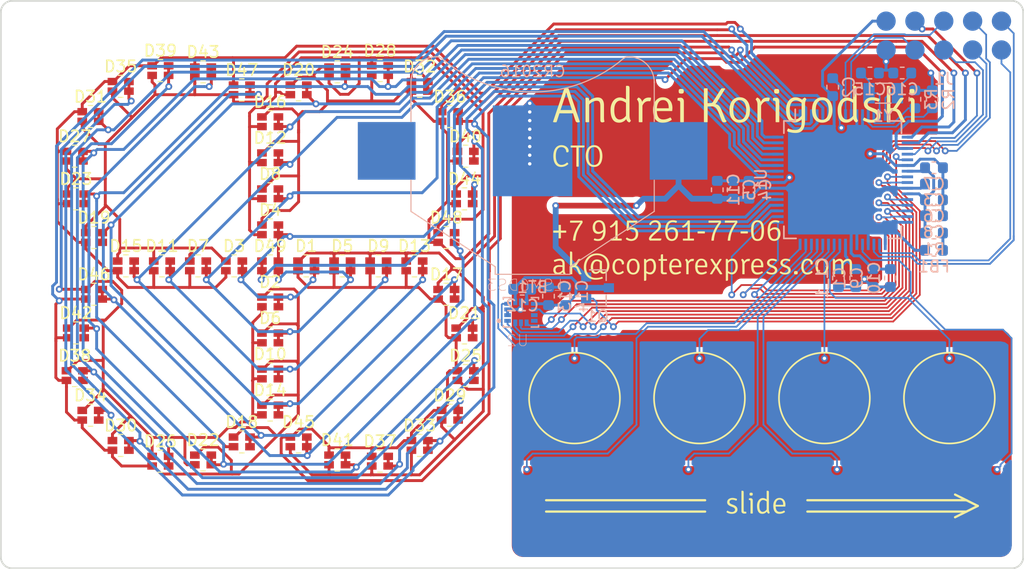
<source format=kicad_pcb>
(kicad_pcb (version 20171130) (host pcbnew 5.0.2+dfsg1-1~bpo9+1)
  (layers (0 F.Cu signal) (31 B.Cu signal) (34 B.Paste user hide) (35 F.Paste user hide) (36 B.SilkS user) (37 F.SilkS user) (38 B.Mask user hide) (39 F.Mask user hide) (44 Edge.Cuts user))
  (net 0 "")
  (net 1 LED_K0)
  (net 2 LED_K1)
  (net 3 LED_A0)
  (net 4 LED_K3)
  (net 5 LED_K2)
  (net 6 LED_K4)
  (net 7 LED_K5)
  (net 8 LED_K7)
  (net 9 LED_K6)
  (net 10 LED_K8)
  (net 11 LED_A1)
  (net 12 LED_A2)
  (net 13 LED_A3)
  (net 14 LED_A4)
  (net 15 LED_A5)
  (net 16 LED_A6)
  (net 17 LED_A7)
  (net 18 LED_A8)
  (net 19 VDD)
  (net 20 GND)
  (net 21 N$7)
  (net 22 N$6)
  (net 23 N$13)
  (net 24 N$14)
  (net 25 N$5)
  (net 26 N$19)
  (net 27 N$20)
  (net 28 N$16)
  (net 29 N$15)
  (net 30 N$17)
  (net 31 N$18)
  (net 32 N$12)
  (net 33 N$11)
  (net 34 TOUCH_PAD0)
  (net 35 N$1)
  (net 36 TOUCH_PAD1)
  (net 37 TOUCH_PAD2)
  (net 38 TOUCH_PAD3)
  (net 39 N$21)
  (net 40 N$22)
  (net 41 N$23)
  (net 42 N$8)
  (net 43 N$10)
  (net 44 N$9)
  (net 45 LED_K9)
  (net 46 LED_K10)
  (net 47 LED_K11)
  (net 48 LFXTAL_P)
  (net 49 LFXTAL_N)
  (net 50 IMU_VDD)
  (net 51 N$24)
  (net 52 MCU_AVDD)
  (net 53 N$2)
  (net 54 N$25)
  (module footprints:Text_Slide_Signika_Cu (layer F.Cu) (at 166.5 124.55)
    (fp_text reference svg2mod hide)
    (fp_text value G*** hide)
  )
  (module footprints:TouchPad_D8.0mm (layer F.Cu) (at 183.5 115)
    (fp_text reference TS4 hide)
    (fp_text value TOUCH_PAD)
    (pad 1 smd circle (at 0 0) (size 8 8) (layers F.Cu) (net 38 TOUCH_PAD3))
  )
  (module footprints:TouchPad_D8.0mm (layer F.Cu) (at 172.5 115)
    (fp_text reference TS3 hide)
    (fp_text value TOUCH_PAD)
    (pad 1 smd circle (at 0 0) (size 8 8) (layers F.Cu) (net 37 TOUCH_PAD2))
  )
  (module footprints:TouchPad_D8.0mm (layer F.Cu) (at 161.5 115)
    (fp_text reference TS2 hide)
    (fp_text value TOUCH_PAD)
    (pad 1 smd circle (at 0 0) (size 8 8) (layers F.Cu) (net 36 TOUCH_PAD1))
  )
  (module footprints:TouchPad_D8.0mm (layer F.Cu) (at 150.5 115)
    (fp_text reference TS1 hide)
    (fp_text value TOUCH_PAD)
    (pad 1 smd circle (at 0 0) (size 8 8) (layers F.Cu) (net 34 TOUCH_PAD0))
  )
  (module footprints:Text_Name_SilkS (layer F.Cu) (at 148.6 90.7)
    (fp_text reference svg2mod hide)
    (fp_text value G*** hide)
  )
  (module footprints:BatteryHolder_Keystone_3026_1x2016 (layer B.Cu) (at 146.812 93.218)
    (fp_text reference BT1 (at 0 12) (layer B.SilkS) (effects (justify mirror)))
    (fp_text value Battery_Cell)
    (fp_text user CR2016 (at 0 -7) (layer B.SilkS) (effects (font (thickness 0.125)) (justify mirror)))
    (pad 1 smd rect (at -12.85 0) (size 5.08 5.08) (layers B.Cu B.Paste B.Mask))
    (pad 1 smd rect (at 12.85 0) (size 5.08 5.08) (layers B.Cu B.Paste B.Mask) (net 19 VDD))
    (pad 2 smd rect (at 0 0) (size 7 8) (layers B.Cu B.Mask) (net 20 GND))
  )
  (module footprints:LED_DUAL_0606 (layer F.Cu) (at 123.709 103.351)
    (fp_text reference D49 (at 0 -1.75) (layer F.SilkS))
    (fp_text value LED_Dual_AACC)
    (pad 1 smd rect (at -0.725 -0.425) (size 0.85 0.65) (layers F.Cu F.Paste F.Mask) (net 18 LED_A8))
    (pad 2 smd rect (at -0.725 0.425) (size 0.85 0.65) (layers F.Cu F.Paste F.Mask) (net 18 LED_A8))
    (pad 4 smd rect (at 0.725 0.425) (size 0.85 0.65) (layers F.Cu F.Paste F.Mask) (net 2 LED_K1))
    (pad 3 smd rect (at 0.725 -0.425) (size 0.85 0.65) (layers F.Cu F.Paste F.Mask) (net 1 LED_K0))
  )
  (module footprints:LED_DUAL_0606 (layer F.Cu) (at 139.217852 100.851333)
    (fp_text reference D48 (at 0 -1.75) (layer F.SilkS))
    (fp_text value LED_Dual_AACC)
    (pad 1 smd rect (at -0.725 -0.425) (size 0.85 0.65) (layers F.Cu F.Paste F.Mask) (net 17 LED_A7))
    (pad 2 smd rect (at -0.725 0.425) (size 0.85 0.65) (layers F.Cu F.Paste F.Mask) (net 16 LED_A6))
    (pad 4 smd rect (at 0.725 0.425) (size 0.85 0.65) (layers F.Cu F.Paste F.Mask) (net 47 LED_K11))
    (pad 3 smd rect (at 0.725 -0.425) (size 0.85 0.65) (layers F.Cu F.Paste F.Mask) (net 47 LED_K11))
  )
  (module footprints:LED_DUAL_0606 (layer F.Cu) (at 121.209333 87.842147)
    (fp_text reference D47 (at 0 -1.75) (layer F.SilkS))
    (fp_text value LED_Dual_AACC)
    (pad 1 smd rect (at -0.725 -0.425) (size 0.85 0.65) (layers F.Cu F.Paste F.Mask) (net 15 LED_A5))
    (pad 2 smd rect (at -0.725 0.425) (size 0.85 0.65) (layers F.Cu F.Paste F.Mask) (net 14 LED_A4))
    (pad 4 smd rect (at 0.725 0.425) (size 0.85 0.65) (layers F.Cu F.Paste F.Mask) (net 47 LED_K11))
    (pad 3 smd rect (at 0.725 -0.425) (size 0.85 0.65) (layers F.Cu F.Paste F.Mask) (net 47 LED_K11))
  )
  (module footprints:LED_DUAL_0606 (layer F.Cu) (at 108.200147 105.850666)
    (fp_text reference D46 (at 0 -1.75) (layer F.SilkS))
    (fp_text value LED_Dual_AACC)
    (pad 1 smd rect (at -0.725 -0.425) (size 0.85 0.65) (layers F.Cu F.Paste F.Mask) (net 13 LED_A3))
    (pad 2 smd rect (at -0.725 0.425) (size 0.85 0.65) (layers F.Cu F.Paste F.Mask) (net 12 LED_A2))
    (pad 4 smd rect (at 0.725 0.425) (size 0.85 0.65) (layers F.Cu F.Paste F.Mask) (net 47 LED_K11))
    (pad 3 smd rect (at 0.725 -0.425) (size 0.85 0.65) (layers F.Cu F.Paste F.Mask) (net 47 LED_K11))
  )
  (module footprints:LED_DUAL_0606 (layer F.Cu) (at 126.208666 118.859852)
    (fp_text reference D45 (at 0 -1.75) (layer F.SilkS))
    (fp_text value LED_Dual_AACC)
    (pad 1 smd rect (at -0.725 -0.425) (size 0.85 0.65) (layers F.Cu F.Paste F.Mask) (net 11 LED_A1))
    (pad 2 smd rect (at -0.725 0.425) (size 0.85 0.65) (layers F.Cu F.Paste F.Mask) (net 3 LED_A0))
    (pad 4 smd rect (at 0.725 0.425) (size 0.85 0.65) (layers F.Cu F.Paste F.Mask) (net 47 LED_K11))
    (pad 3 smd rect (at 0.725 -0.425) (size 0.85 0.65) (layers F.Cu F.Paste F.Mask) (net 47 LED_K11))
  )
  (module footprints:LED_DUAL_0606 (layer F.Cu) (at 140.806919 97.443568)
    (fp_text reference D44 (at 0 -1.75) (layer F.SilkS))
    (fp_text value LED_Dual_AACC)
    (pad 1 smd rect (at -0.725 -0.425) (size 0.85 0.65) (layers F.Cu F.Paste F.Mask) (net 17 LED_A7))
    (pad 2 smd rect (at -0.725 0.425) (size 0.85 0.65) (layers F.Cu F.Paste F.Mask) (net 16 LED_A6))
    (pad 4 smd rect (at 0.725 0.425) (size 0.85 0.65) (layers F.Cu F.Paste F.Mask) (net 46 LED_K10))
    (pad 3 smd rect (at 0.725 -0.425) (size 0.85 0.65) (layers F.Cu F.Paste F.Mask) (net 46 LED_K10))
  )
  (module footprints:LED_DUAL_0606 (layer F.Cu) (at 117.801568 86.25308)
    (fp_text reference D43 (at 0 -1.75) (layer F.SilkS))
    (fp_text value LED_Dual_AACC)
    (pad 1 smd rect (at -0.725 -0.425) (size 0.85 0.65) (layers F.Cu F.Paste F.Mask) (net 15 LED_A5))
    (pad 2 smd rect (at -0.725 0.425) (size 0.85 0.65) (layers F.Cu F.Paste F.Mask) (net 14 LED_A4))
    (pad 4 smd rect (at 0.725 0.425) (size 0.85 0.65) (layers F.Cu F.Paste F.Mask) (net 46 LED_K10))
    (pad 3 smd rect (at 0.725 -0.425) (size 0.85 0.65) (layers F.Cu F.Paste F.Mask) (net 46 LED_K10))
  )
  (module footprints:LED_DUAL_0606 (layer F.Cu) (at 106.61108 109.258431)
    (fp_text reference D42 (at 0 -1.75) (layer F.SilkS))
    (fp_text value LED_Dual_AACC)
    (pad 1 smd rect (at -0.725 -0.425) (size 0.85 0.65) (layers F.Cu F.Paste F.Mask) (net 13 LED_A3))
    (pad 2 smd rect (at -0.725 0.425) (size 0.85 0.65) (layers F.Cu F.Paste F.Mask) (net 12 LED_A2))
    (pad 4 smd rect (at 0.725 0.425) (size 0.85 0.65) (layers F.Cu F.Paste F.Mask) (net 46 LED_K10))
    (pad 3 smd rect (at 0.725 -0.425) (size 0.85 0.65) (layers F.Cu F.Paste F.Mask) (net 46 LED_K10))
  )
  (module footprints:LED_DUAL_0606 (layer F.Cu) (at 129.616431 120.448919)
    (fp_text reference D41 (at 0 -1.75) (layer F.SilkS))
    (fp_text value LED_Dual_AACC)
    (pad 1 smd rect (at -0.725 -0.425) (size 0.85 0.65) (layers F.Cu F.Paste F.Mask) (net 11 LED_A1))
    (pad 2 smd rect (at -0.725 0.425) (size 0.85 0.65) (layers F.Cu F.Paste F.Mask) (net 3 LED_A0))
    (pad 4 smd rect (at 0.725 0.425) (size 0.85 0.65) (layers F.Cu F.Paste F.Mask) (net 46 LED_K10))
    (pad 3 smd rect (at 0.725 -0.425) (size 0.85 0.65) (layers F.Cu F.Paste F.Mask) (net 46 LED_K10))
  )
  (module footprints:LED_DUAL_0606 (layer F.Cu) (at 140.916279 93.685107)
    (fp_text reference D40 (at 0 -1.75) (layer F.SilkS))
    (fp_text value LED_Dual_AACC)
    (pad 1 smd rect (at -0.725 -0.425) (size 0.85 0.65) (layers F.Cu F.Paste F.Mask) (net 17 LED_A7))
    (pad 2 smd rect (at -0.725 0.425) (size 0.85 0.65) (layers F.Cu F.Paste F.Mask) (net 16 LED_A6))
    (pad 4 smd rect (at 0.725 0.425) (size 0.85 0.65) (layers F.Cu F.Paste F.Mask) (net 45 LED_K9))
    (pad 3 smd rect (at 0.725 -0.425) (size 0.85 0.65) (layers F.Cu F.Paste F.Mask) (net 45 LED_K9))
  )
  (module footprints:LED_DUAL_0606 (layer F.Cu) (at 114.043107 86.14372)
    (fp_text reference D39 (at 0 -1.75) (layer F.SilkS))
    (fp_text value LED_Dual_AACC)
    (pad 1 smd rect (at -0.725 -0.425) (size 0.85 0.65) (layers F.Cu F.Paste F.Mask) (net 15 LED_A5))
    (pad 2 smd rect (at -0.725 0.425) (size 0.85 0.65) (layers F.Cu F.Paste F.Mask) (net 14 LED_A4))
    (pad 4 smd rect (at 0.725 0.425) (size 0.85 0.65) (layers F.Cu F.Paste F.Mask) (net 45 LED_K9))
    (pad 3 smd rect (at 0.725 -0.425) (size 0.85 0.65) (layers F.Cu F.Paste F.Mask) (net 45 LED_K9))
  )
  (module footprints:LED_DUAL_0606 (layer F.Cu) (at 106.50172 113.016892)
    (fp_text reference D38 (at 0 -1.75) (layer F.SilkS))
    (fp_text value LED_Dual_AACC)
    (pad 1 smd rect (at -0.725 -0.425) (size 0.85 0.65) (layers F.Cu F.Paste F.Mask) (net 13 LED_A3))
    (pad 2 smd rect (at -0.725 0.425) (size 0.85 0.65) (layers F.Cu F.Paste F.Mask) (net 12 LED_A2))
    (pad 4 smd rect (at 0.725 0.425) (size 0.85 0.65) (layers F.Cu F.Paste F.Mask) (net 45 LED_K9))
    (pad 3 smd rect (at 0.725 -0.425) (size 0.85 0.65) (layers F.Cu F.Paste F.Mask) (net 45 LED_K9))
  )
  (module footprints:LED_DUAL_0606 (layer F.Cu) (at 133.374892 120.558279)
    (fp_text reference D37 (at 0 -1.75) (layer F.SilkS))
    (fp_text value LED_Dual_AACC)
    (pad 1 smd rect (at -0.725 -0.425) (size 0.85 0.65) (layers F.Cu F.Paste F.Mask) (net 11 LED_A1))
    (pad 2 smd rect (at -0.725 0.425) (size 0.85 0.65) (layers F.Cu F.Paste F.Mask) (net 3 LED_A0))
    (pad 4 smd rect (at 0.725 0.425) (size 0.85 0.65) (layers F.Cu F.Paste F.Mask) (net 45 LED_K9))
    (pad 3 smd rect (at 0.725 -0.425) (size 0.85 0.65) (layers F.Cu F.Paste F.Mask) (net 45 LED_K9))
  )
  (module footprints:LED_DUAL_0606 (layer F.Cu) (at 139.528045 90.190712)
    (fp_text reference D36 (at 0 -1.75) (layer F.SilkS))
    (fp_text value LED_Dual_AACC)
    (pad 1 smd rect (at -0.725 -0.425) (size 0.85 0.65) (layers F.Cu F.Paste F.Mask) (net 17 LED_A7))
    (pad 2 smd rect (at -0.725 0.425) (size 0.85 0.65) (layers F.Cu F.Paste F.Mask) (net 16 LED_A6))
    (pad 4 smd rect (at 0.725 0.425) (size 0.85 0.65) (layers F.Cu F.Paste F.Mask) (net 10 LED_K8))
    (pad 3 smd rect (at 0.725 -0.425) (size 0.85 0.65) (layers F.Cu F.Paste F.Mask) (net 10 LED_K8))
  )
  (module footprints:LED_DUAL_0606 (layer F.Cu) (at 110.548712 87.531954)
    (fp_text reference D35 (at 0 -1.75) (layer F.SilkS))
    (fp_text value LED_Dual_AACC)
    (pad 1 smd rect (at -0.725 -0.425) (size 0.85 0.65) (layers F.Cu F.Paste F.Mask) (net 15 LED_A5))
    (pad 2 smd rect (at -0.725 0.425) (size 0.85 0.65) (layers F.Cu F.Paste F.Mask) (net 14 LED_A4))
    (pad 4 smd rect (at 0.725 0.425) (size 0.85 0.65) (layers F.Cu F.Paste F.Mask) (net 10 LED_K8))
    (pad 3 smd rect (at 0.725 -0.425) (size 0.85 0.65) (layers F.Cu F.Paste F.Mask) (net 10 LED_K8))
  )
  (module footprints:LED_DUAL_0606 (layer F.Cu) (at 107.889954 116.511287)
    (fp_text reference D34 (at 0 -1.75) (layer F.SilkS))
    (fp_text value LED_Dual_AACC)
    (pad 1 smd rect (at -0.725 -0.425) (size 0.85 0.65) (layers F.Cu F.Paste F.Mask) (net 13 LED_A3))
    (pad 2 smd rect (at -0.725 0.425) (size 0.85 0.65) (layers F.Cu F.Paste F.Mask) (net 12 LED_A2))
    (pad 4 smd rect (at 0.725 0.425) (size 0.85 0.65) (layers F.Cu F.Paste F.Mask) (net 10 LED_K8))
    (pad 3 smd rect (at 0.725 -0.425) (size 0.85 0.65) (layers F.Cu F.Paste F.Mask) (net 10 LED_K8))
  )
  (module footprints:LED_DUAL_0606 (layer F.Cu) (at 136.869287 119.170045)
    (fp_text reference D33 (at 0 -1.75) (layer F.SilkS))
    (fp_text value LED_Dual_AACC)
    (pad 1 smd rect (at -0.725 -0.425) (size 0.85 0.65) (layers F.Cu F.Paste F.Mask) (net 11 LED_A1))
    (pad 2 smd rect (at -0.725 0.425) (size 0.85 0.65) (layers F.Cu F.Paste F.Mask) (net 3 LED_A0))
    (pad 4 smd rect (at 0.725 0.425) (size 0.85 0.65) (layers F.Cu F.Paste F.Mask) (net 10 LED_K8))
    (pad 3 smd rect (at 0.725 -0.425) (size 0.85 0.65) (layers F.Cu F.Paste F.Mask) (net 10 LED_K8))
  )
  (module footprints:LED_DUAL_0606 (layer F.Cu) (at 136.869287 87.531954)
    (fp_text reference D32 (at 0 -1.75) (layer F.SilkS))
    (fp_text value LED_Dual_AACC)
    (pad 1 smd rect (at -0.725 -0.425) (size 0.85 0.65) (layers F.Cu F.Paste F.Mask) (net 17 LED_A7))
    (pad 2 smd rect (at -0.725 0.425) (size 0.85 0.65) (layers F.Cu F.Paste F.Mask) (net 16 LED_A6))
    (pad 4 smd rect (at 0.725 0.425) (size 0.85 0.65) (layers F.Cu F.Paste F.Mask) (net 8 LED_K7))
    (pad 3 smd rect (at 0.725 -0.425) (size 0.85 0.65) (layers F.Cu F.Paste F.Mask) (net 8 LED_K7))
  )
  (module footprints:LED_DUAL_0606 (layer F.Cu) (at 107.889954 90.190712)
    (fp_text reference D31 (at 0 -1.75) (layer F.SilkS))
    (fp_text value LED_Dual_AACC)
    (pad 1 smd rect (at -0.725 -0.425) (size 0.85 0.65) (layers F.Cu F.Paste F.Mask) (net 15 LED_A5))
    (pad 2 smd rect (at -0.725 0.425) (size 0.85 0.65) (layers F.Cu F.Paste F.Mask) (net 14 LED_A4))
    (pad 4 smd rect (at 0.725 0.425) (size 0.85 0.65) (layers F.Cu F.Paste F.Mask) (net 8 LED_K7))
    (pad 3 smd rect (at 0.725 -0.425) (size 0.85 0.65) (layers F.Cu F.Paste F.Mask) (net 8 LED_K7))
  )
  (module footprints:LED_DUAL_0606 (layer F.Cu) (at 110.548712 119.170045)
    (fp_text reference D30 (at 0 -1.75) (layer F.SilkS))
    (fp_text value LED_Dual_AACC)
    (pad 1 smd rect (at -0.725 -0.425) (size 0.85 0.65) (layers F.Cu F.Paste F.Mask) (net 13 LED_A3))
    (pad 2 smd rect (at -0.725 0.425) (size 0.85 0.65) (layers F.Cu F.Paste F.Mask) (net 12 LED_A2))
    (pad 4 smd rect (at 0.725 0.425) (size 0.85 0.65) (layers F.Cu F.Paste F.Mask) (net 8 LED_K7))
    (pad 3 smd rect (at 0.725 -0.425) (size 0.85 0.65) (layers F.Cu F.Paste F.Mask) (net 8 LED_K7))
  )
  (module footprints:LED_DUAL_0606 (layer F.Cu) (at 139.528045 116.511287)
    (fp_text reference D29 (at 0 -1.75) (layer F.SilkS))
    (fp_text value LED_Dual_AACC)
    (pad 1 smd rect (at -0.725 -0.425) (size 0.85 0.65) (layers F.Cu F.Paste F.Mask) (net 11 LED_A1))
    (pad 2 smd rect (at -0.725 0.425) (size 0.85 0.65) (layers F.Cu F.Paste F.Mask) (net 3 LED_A0))
    (pad 4 smd rect (at 0.725 0.425) (size 0.85 0.65) (layers F.Cu F.Paste F.Mask) (net 8 LED_K7))
    (pad 3 smd rect (at 0.725 -0.425) (size 0.85 0.65) (layers F.Cu F.Paste F.Mask) (net 8 LED_K7))
  )
  (module footprints:LED_DUAL_0606 (layer F.Cu) (at 133.374892 86.14372)
    (fp_text reference D28 (at 0 -1.75) (layer F.SilkS))
    (fp_text value LED_Dual_AACC)
    (pad 1 smd rect (at -0.725 -0.425) (size 0.85 0.65) (layers F.Cu F.Paste F.Mask) (net 17 LED_A7))
    (pad 2 smd rect (at -0.725 0.425) (size 0.85 0.65) (layers F.Cu F.Paste F.Mask) (net 16 LED_A6))
    (pad 4 smd rect (at 0.725 0.425) (size 0.85 0.65) (layers F.Cu F.Paste F.Mask) (net 9 LED_K6))
    (pad 3 smd rect (at 0.725 -0.425) (size 0.85 0.65) (layers F.Cu F.Paste F.Mask) (net 9 LED_K6))
  )
  (module footprints:LED_DUAL_0606 (layer F.Cu) (at 106.50172 93.685107)
    (fp_text reference D27 (at 0 -1.75) (layer F.SilkS))
    (fp_text value LED_Dual_AACC)
    (pad 1 smd rect (at -0.725 -0.425) (size 0.85 0.65) (layers F.Cu F.Paste F.Mask) (net 15 LED_A5))
    (pad 2 smd rect (at -0.725 0.425) (size 0.85 0.65) (layers F.Cu F.Paste F.Mask) (net 14 LED_A4))
    (pad 4 smd rect (at 0.725 0.425) (size 0.85 0.65) (layers F.Cu F.Paste F.Mask) (net 9 LED_K6))
    (pad 3 smd rect (at 0.725 -0.425) (size 0.85 0.65) (layers F.Cu F.Paste F.Mask) (net 9 LED_K6))
  )
  (module footprints:LED_DUAL_0606 (layer F.Cu) (at 114.043107 120.558279)
    (fp_text reference D26 (at 0 -1.75) (layer F.SilkS))
    (fp_text value LED_Dual_AACC)
    (pad 1 smd rect (at -0.725 -0.425) (size 0.85 0.65) (layers F.Cu F.Paste F.Mask) (net 13 LED_A3))
    (pad 2 smd rect (at -0.725 0.425) (size 0.85 0.65) (layers F.Cu F.Paste F.Mask) (net 12 LED_A2))
    (pad 4 smd rect (at 0.725 0.425) (size 0.85 0.65) (layers F.Cu F.Paste F.Mask) (net 9 LED_K6))
    (pad 3 smd rect (at 0.725 -0.425) (size 0.85 0.65) (layers F.Cu F.Paste F.Mask) (net 9 LED_K6))
  )
  (module footprints:LED_DUAL_0606 (layer F.Cu) (at 140.916279 113.016892)
    (fp_text reference D25 (at 0 -1.75) (layer F.SilkS))
    (fp_text value LED_Dual_AACC)
    (pad 1 smd rect (at -0.725 -0.425) (size 0.85 0.65) (layers F.Cu F.Paste F.Mask) (net 11 LED_A1))
    (pad 2 smd rect (at -0.725 0.425) (size 0.85 0.65) (layers F.Cu F.Paste F.Mask) (net 3 LED_A0))
    (pad 4 smd rect (at 0.725 0.425) (size 0.85 0.65) (layers F.Cu F.Paste F.Mask) (net 9 LED_K6))
    (pad 3 smd rect (at 0.725 -0.425) (size 0.85 0.65) (layers F.Cu F.Paste F.Mask) (net 9 LED_K6))
  )
  (module footprints:LED_DUAL_0606 (layer F.Cu) (at 129.616431 86.25308)
    (fp_text reference D24 (at 0 -1.75) (layer F.SilkS))
    (fp_text value LED_Dual_AACC)
    (pad 1 smd rect (at -0.725 -0.425) (size 0.85 0.65) (layers F.Cu F.Paste F.Mask) (net 16 LED_A6))
    (pad 2 smd rect (at -0.725 0.425) (size 0.85 0.65) (layers F.Cu F.Paste F.Mask) (net 17 LED_A7))
    (pad 4 smd rect (at 0.725 0.425) (size 0.85 0.65) (layers F.Cu F.Paste F.Mask) (net 7 LED_K5))
    (pad 3 smd rect (at 0.725 -0.425) (size 0.85 0.65) (layers F.Cu F.Paste F.Mask) (net 7 LED_K5))
  )
  (module footprints:LED_DUAL_0606 (layer F.Cu) (at 106.61108 97.443568)
    (fp_text reference D23 (at 0 -1.75) (layer F.SilkS))
    (fp_text value LED_Dual_AACC)
    (pad 1 smd rect (at -0.725 -0.425) (size 0.85 0.65) (layers F.Cu F.Paste F.Mask) (net 14 LED_A4))
    (pad 2 smd rect (at -0.725 0.425) (size 0.85 0.65) (layers F.Cu F.Paste F.Mask) (net 15 LED_A5))
    (pad 4 smd rect (at 0.725 0.425) (size 0.85 0.65) (layers F.Cu F.Paste F.Mask) (net 7 LED_K5))
    (pad 3 smd rect (at 0.725 -0.425) (size 0.85 0.65) (layers F.Cu F.Paste F.Mask) (net 7 LED_K5))
  )
  (module footprints:LED_DUAL_0606 (layer F.Cu) (at 117.801568 120.448919)
    (fp_text reference D22 (at 0 -1.75) (layer F.SilkS))
    (fp_text value LED_Dual_AACC)
    (pad 1 smd rect (at -0.725 -0.425) (size 0.85 0.65) (layers F.Cu F.Paste F.Mask) (net 12 LED_A2))
    (pad 2 smd rect (at -0.725 0.425) (size 0.85 0.65) (layers F.Cu F.Paste F.Mask) (net 13 LED_A3))
    (pad 4 smd rect (at 0.725 0.425) (size 0.85 0.65) (layers F.Cu F.Paste F.Mask) (net 7 LED_K5))
    (pad 3 smd rect (at 0.725 -0.425) (size 0.85 0.65) (layers F.Cu F.Paste F.Mask) (net 7 LED_K5))
  )
  (module footprints:LED_DUAL_0606 (layer F.Cu) (at 140.806919 109.258431)
    (fp_text reference D21 (at 0 -1.75) (layer F.SilkS))
    (fp_text value LED_Dual_AACC)
    (pad 1 smd rect (at -0.725 -0.425) (size 0.85 0.65) (layers F.Cu F.Paste F.Mask) (net 3 LED_A0))
    (pad 2 smd rect (at -0.725 0.425) (size 0.85 0.65) (layers F.Cu F.Paste F.Mask) (net 11 LED_A1))
    (pad 4 smd rect (at 0.725 0.425) (size 0.85 0.65) (layers F.Cu F.Paste F.Mask) (net 7 LED_K5))
    (pad 3 smd rect (at 0.725 -0.425) (size 0.85 0.65) (layers F.Cu F.Paste F.Mask) (net 7 LED_K5))
  )
  (module footprints:LED_DUAL_0606 (layer F.Cu) (at 126.208666 87.842147)
    (fp_text reference D20 (at 0 -1.75) (layer F.SilkS))
    (fp_text value LED_Dual_AACC)
    (pad 1 smd rect (at -0.725 -0.425) (size 0.85 0.65) (layers F.Cu F.Paste F.Mask) (net 16 LED_A6))
    (pad 2 smd rect (at -0.725 0.425) (size 0.85 0.65) (layers F.Cu F.Paste F.Mask) (net 17 LED_A7))
    (pad 4 smd rect (at 0.725 0.425) (size 0.85 0.65) (layers F.Cu F.Paste F.Mask) (net 6 LED_K4))
    (pad 3 smd rect (at 0.725 -0.425) (size 0.85 0.65) (layers F.Cu F.Paste F.Mask) (net 6 LED_K4))
  )
  (module footprints:LED_DUAL_0606 (layer F.Cu) (at 108.200147 100.851333)
    (fp_text reference D19 (at 0 -1.75) (layer F.SilkS))
    (fp_text value LED_Dual_AACC)
    (pad 1 smd rect (at -0.725 -0.425) (size 0.85 0.65) (layers F.Cu F.Paste F.Mask) (net 14 LED_A4))
    (pad 2 smd rect (at -0.725 0.425) (size 0.85 0.65) (layers F.Cu F.Paste F.Mask) (net 15 LED_A5))
    (pad 4 smd rect (at 0.725 0.425) (size 0.85 0.65) (layers F.Cu F.Paste F.Mask) (net 6 LED_K4))
    (pad 3 smd rect (at 0.725 -0.425) (size 0.85 0.65) (layers F.Cu F.Paste F.Mask) (net 6 LED_K4))
  )
  (module footprints:LED_DUAL_0606 (layer F.Cu) (at 121.209333 118.859852)
    (fp_text reference D18 (at 0 -1.75) (layer F.SilkS))
    (fp_text value LED_Dual_AACC)
    (pad 1 smd rect (at -0.725 -0.425) (size 0.85 0.65) (layers F.Cu F.Paste F.Mask) (net 12 LED_A2))
    (pad 2 smd rect (at -0.725 0.425) (size 0.85 0.65) (layers F.Cu F.Paste F.Mask) (net 13 LED_A3))
    (pad 4 smd rect (at 0.725 0.425) (size 0.85 0.65) (layers F.Cu F.Paste F.Mask) (net 6 LED_K4))
    (pad 3 smd rect (at 0.725 -0.425) (size 0.85 0.65) (layers F.Cu F.Paste F.Mask) (net 6 LED_K4))
  )
  (module footprints:LED_DUAL_0606 (layer F.Cu) (at 139.217852 105.850666)
    (fp_text reference D17 (at 0 -1.75) (layer F.SilkS))
    (fp_text value LED_Dual_AACC)
    (pad 1 smd rect (at -0.725 -0.425) (size 0.85 0.65) (layers F.Cu F.Paste F.Mask) (net 3 LED_A0))
    (pad 2 smd rect (at -0.725 0.425) (size 0.85 0.65) (layers F.Cu F.Paste F.Mask) (net 11 LED_A1))
    (pad 4 smd rect (at 0.725 0.425) (size 0.85 0.65) (layers F.Cu F.Paste F.Mask) (net 6 LED_K4))
    (pad 3 smd rect (at 0.725 -0.425) (size 0.85 0.65) (layers F.Cu F.Paste F.Mask) (net 6 LED_K4))
  )
  (module footprints:LED_DUAL_0606 (layer F.Cu) (at 123.709 90.651)
    (fp_text reference D16 (at 0 -1.75) (layer F.SilkS))
    (fp_text value LED_Dual_AACC)
    (pad 1 smd rect (at -0.725 -0.425) (size 0.85 0.65) (layers F.Cu F.Paste F.Mask) (net 16 LED_A6))
    (pad 2 smd rect (at -0.725 0.425) (size 0.85 0.65) (layers F.Cu F.Paste F.Mask) (net 17 LED_A7))
    (pad 4 smd rect (at 0.725 0.425) (size 0.85 0.65) (layers F.Cu F.Paste F.Mask) (net 4 LED_K3))
    (pad 3 smd rect (at 0.725 -0.425) (size 0.85 0.65) (layers F.Cu F.Paste F.Mask) (net 4 LED_K3))
  )
  (module footprints:LED_DUAL_0606 (layer F.Cu) (at 111.009 103.351)
    (fp_text reference D15 (at 0 -1.75) (layer F.SilkS))
    (fp_text value LED_Dual_AACC)
    (pad 1 smd rect (at -0.725 -0.425) (size 0.85 0.65) (layers F.Cu F.Paste F.Mask) (net 14 LED_A4))
    (pad 2 smd rect (at -0.725 0.425) (size 0.85 0.65) (layers F.Cu F.Paste F.Mask) (net 15 LED_A5))
    (pad 4 smd rect (at 0.725 0.425) (size 0.85 0.65) (layers F.Cu F.Paste F.Mask) (net 4 LED_K3))
    (pad 3 smd rect (at 0.725 -0.425) (size 0.85 0.65) (layers F.Cu F.Paste F.Mask) (net 4 LED_K3))
  )
  (module footprints:LED_DUAL_0606 (layer F.Cu) (at 123.709 116.051)
    (fp_text reference D14 (at 0 -1.75) (layer F.SilkS))
    (fp_text value LED_Dual_AACC)
    (pad 1 smd rect (at -0.725 -0.425) (size 0.85 0.65) (layers F.Cu F.Paste F.Mask) (net 12 LED_A2))
    (pad 2 smd rect (at -0.725 0.425) (size 0.85 0.65) (layers F.Cu F.Paste F.Mask) (net 13 LED_A3))
    (pad 4 smd rect (at 0.725 0.425) (size 0.85 0.65) (layers F.Cu F.Paste F.Mask) (net 4 LED_K3))
    (pad 3 smd rect (at 0.725 -0.425) (size 0.85 0.65) (layers F.Cu F.Paste F.Mask) (net 4 LED_K3))
  )
  (module footprints:LED_DUAL_0606 (layer F.Cu) (at 136.409 103.351)
    (fp_text reference D13 (at 0 -1.75) (layer F.SilkS))
    (fp_text value LED_Dual_AACC)
    (pad 1 smd rect (at -0.725 -0.425) (size 0.85 0.65) (layers F.Cu F.Paste F.Mask) (net 3 LED_A0))
    (pad 2 smd rect (at -0.725 0.425) (size 0.85 0.65) (layers F.Cu F.Paste F.Mask) (net 11 LED_A1))
    (pad 4 smd rect (at 0.725 0.425) (size 0.85 0.65) (layers F.Cu F.Paste F.Mask) (net 4 LED_K3))
    (pad 3 smd rect (at 0.725 -0.425) (size 0.85 0.65) (layers F.Cu F.Paste F.Mask) (net 4 LED_K3))
  )
  (module footprints:LED_DUAL_0606 (layer F.Cu) (at 123.709 93.826)
    (fp_text reference D12 (at 0 -1.75) (layer F.SilkS))
    (fp_text value LED_Dual_AACC)
    (pad 1 smd rect (at -0.725 -0.425) (size 0.85 0.65) (layers F.Cu F.Paste F.Mask) (net 16 LED_A6))
    (pad 2 smd rect (at -0.725 0.425) (size 0.85 0.65) (layers F.Cu F.Paste F.Mask) (net 17 LED_A7))
    (pad 4 smd rect (at 0.725 0.425) (size 0.85 0.65) (layers F.Cu F.Paste F.Mask) (net 5 LED_K2))
    (pad 3 smd rect (at 0.725 -0.425) (size 0.85 0.65) (layers F.Cu F.Paste F.Mask) (net 5 LED_K2))
  )
  (module footprints:LED_DUAL_0606 (layer F.Cu) (at 114.184 103.351)
    (fp_text reference D11 (at 0 -1.75) (layer F.SilkS))
    (fp_text value LED_Dual_AACC)
    (pad 1 smd rect (at -0.725 -0.425) (size 0.85 0.65) (layers F.Cu F.Paste F.Mask) (net 14 LED_A4))
    (pad 2 smd rect (at -0.725 0.425) (size 0.85 0.65) (layers F.Cu F.Paste F.Mask) (net 15 LED_A5))
    (pad 4 smd rect (at 0.725 0.425) (size 0.85 0.65) (layers F.Cu F.Paste F.Mask) (net 5 LED_K2))
    (pad 3 smd rect (at 0.725 -0.425) (size 0.85 0.65) (layers F.Cu F.Paste F.Mask) (net 5 LED_K2))
  )
  (module footprints:LED_DUAL_0606 (layer F.Cu) (at 123.709 112.875999)
    (fp_text reference D10 (at 0 -1.75) (layer F.SilkS))
    (fp_text value LED_Dual_AACC)
    (pad 1 smd rect (at -0.725 -0.425) (size 0.85 0.65) (layers F.Cu F.Paste F.Mask) (net 12 LED_A2))
    (pad 2 smd rect (at -0.725 0.425) (size 0.85 0.65) (layers F.Cu F.Paste F.Mask) (net 13 LED_A3))
    (pad 4 smd rect (at 0.725 0.425) (size 0.85 0.65) (layers F.Cu F.Paste F.Mask) (net 5 LED_K2))
    (pad 3 smd rect (at 0.725 -0.425) (size 0.85 0.65) (layers F.Cu F.Paste F.Mask) (net 5 LED_K2))
  )
  (module footprints:LED_DUAL_0606 (layer F.Cu) (at 133.234 103.351)
    (fp_text reference D9 (at 0 -1.75) (layer F.SilkS))
    (fp_text value LED_Dual_AACC)
    (pad 1 smd rect (at -0.725 -0.425) (size 0.85 0.65) (layers F.Cu F.Paste F.Mask) (net 3 LED_A0))
    (pad 2 smd rect (at -0.725 0.425) (size 0.85 0.65) (layers F.Cu F.Paste F.Mask) (net 11 LED_A1))
    (pad 4 smd rect (at 0.725 0.425) (size 0.85 0.65) (layers F.Cu F.Paste F.Mask) (net 5 LED_K2))
    (pad 3 smd rect (at 0.725 -0.425) (size 0.85 0.65) (layers F.Cu F.Paste F.Mask) (net 5 LED_K2))
  )
  (module footprints:LED_DUAL_0606 (layer F.Cu) (at 123.709 97.001)
    (fp_text reference D8 (at 0 -1.75) (layer F.SilkS))
    (fp_text value LED_Dual_AACC)
    (pad 1 smd rect (at -0.725 -0.425) (size 0.85 0.65) (layers F.Cu F.Paste F.Mask) (net 16 LED_A6))
    (pad 2 smd rect (at -0.725 0.425) (size 0.85 0.65) (layers F.Cu F.Paste F.Mask) (net 17 LED_A7))
    (pad 4 smd rect (at 0.725 0.425) (size 0.85 0.65) (layers F.Cu F.Paste F.Mask) (net 2 LED_K1))
    (pad 3 smd rect (at 0.725 -0.425) (size 0.85 0.65) (layers F.Cu F.Paste F.Mask) (net 2 LED_K1))
  )
  (module footprints:LED_DUAL_0606 (layer F.Cu) (at 117.359 103.351)
    (fp_text reference D7 (at 0 -1.75) (layer F.SilkS))
    (fp_text value LED_Dual_AACC)
    (pad 1 smd rect (at -0.725 -0.425) (size 0.85 0.65) (layers F.Cu F.Paste F.Mask) (net 14 LED_A4))
    (pad 2 smd rect (at -0.725 0.425) (size 0.85 0.65) (layers F.Cu F.Paste F.Mask) (net 15 LED_A5))
    (pad 4 smd rect (at 0.725 0.425) (size 0.85 0.65) (layers F.Cu F.Paste F.Mask) (net 2 LED_K1))
    (pad 3 smd rect (at 0.725 -0.425) (size 0.85 0.65) (layers F.Cu F.Paste F.Mask) (net 2 LED_K1))
  )
  (module footprints:LED_DUAL_0606 (layer F.Cu) (at 123.709 109.701)
    (fp_text reference D6 (at 0 -1.75) (layer F.SilkS))
    (fp_text value LED_Dual_AACC)
    (pad 1 smd rect (at -0.725 -0.425) (size 0.85 0.65) (layers F.Cu F.Paste F.Mask) (net 12 LED_A2))
    (pad 2 smd rect (at -0.725 0.425) (size 0.85 0.65) (layers F.Cu F.Paste F.Mask) (net 13 LED_A3))
    (pad 4 smd rect (at 0.725 0.425) (size 0.85 0.65) (layers F.Cu F.Paste F.Mask) (net 2 LED_K1))
    (pad 3 smd rect (at 0.725 -0.425) (size 0.85 0.65) (layers F.Cu F.Paste F.Mask) (net 2 LED_K1))
  )
  (module footprints:LED_DUAL_0606 (layer F.Cu) (at 130.059 103.351)
    (fp_text reference D5 (at 0 -1.75) (layer F.SilkS))
    (fp_text value LED_Dual_AACC)
    (pad 1 smd rect (at -0.725 -0.425) (size 0.85 0.65) (layers F.Cu F.Paste F.Mask) (net 3 LED_A0))
    (pad 2 smd rect (at -0.725 0.425) (size 0.85 0.65) (layers F.Cu F.Paste F.Mask) (net 11 LED_A1))
    (pad 4 smd rect (at 0.725 0.425) (size 0.85 0.65) (layers F.Cu F.Paste F.Mask) (net 2 LED_K1))
    (pad 3 smd rect (at 0.725 -0.425) (size 0.85 0.65) (layers F.Cu F.Paste F.Mask) (net 2 LED_K1))
  )
  (module footprints:LED_DUAL_0606 (layer F.Cu) (at 123.709 100.176)
    (fp_text reference D4 (at 0 -1.75) (layer F.SilkS))
    (fp_text value LED_Dual_AACC)
    (pad 1 smd rect (at -0.725 -0.425) (size 0.85 0.65) (layers F.Cu F.Paste F.Mask) (net 16 LED_A6))
    (pad 2 smd rect (at -0.725 0.425) (size 0.85 0.65) (layers F.Cu F.Paste F.Mask) (net 17 LED_A7))
    (pad 4 smd rect (at 0.725 0.425) (size 0.85 0.65) (layers F.Cu F.Paste F.Mask) (net 1 LED_K0))
    (pad 3 smd rect (at 0.725 -0.425) (size 0.85 0.65) (layers F.Cu F.Paste F.Mask) (net 1 LED_K0))
  )
  (module footprints:LED_DUAL_0606 (layer F.Cu) (at 120.534 103.351)
    (fp_text reference D3 (at 0 -1.75) (layer F.SilkS))
    (fp_text value LED_Dual_AACC)
    (pad 1 smd rect (at -0.725 -0.425) (size 0.85 0.65) (layers F.Cu F.Paste F.Mask) (net 14 LED_A4))
    (pad 2 smd rect (at -0.725 0.425) (size 0.85 0.65) (layers F.Cu F.Paste F.Mask) (net 15 LED_A5))
    (pad 4 smd rect (at 0.725 0.425) (size 0.85 0.65) (layers F.Cu F.Paste F.Mask) (net 1 LED_K0))
    (pad 3 smd rect (at 0.725 -0.425) (size 0.85 0.65) (layers F.Cu F.Paste F.Mask) (net 1 LED_K0))
  )
  (module footprints:LED_DUAL_0606 (layer F.Cu) (at 123.709 106.526)
    (fp_text reference D2 (at 0 -1.75) (layer F.SilkS))
    (fp_text value LED_Dual_AACC)
    (pad 1 smd rect (at -0.725 -0.425) (size 0.85 0.65) (layers F.Cu F.Paste F.Mask) (net 12 LED_A2))
    (pad 2 smd rect (at -0.725 0.425) (size 0.85 0.65) (layers F.Cu F.Paste F.Mask) (net 13 LED_A3))
    (pad 4 smd rect (at 0.725 0.425) (size 0.85 0.65) (layers F.Cu F.Paste F.Mask) (net 1 LED_K0))
    (pad 3 smd rect (at 0.725 -0.425) (size 0.85 0.65) (layers F.Cu F.Paste F.Mask) (net 1 LED_K0))
  )
  (module footprints:LED_DUAL_0606 (layer F.Cu) (at 126.884 103.351)
    (fp_text reference D1 (at 0 -1.75) (layer F.SilkS))
    (fp_text value LED_Dual_AACC)
    (pad 1 smd rect (at -0.725 -0.425) (size 0.85 0.65) (layers F.Cu F.Paste F.Mask) (net 3 LED_A0))
    (pad 2 smd rect (at -0.725 0.425) (size 0.85 0.65) (layers F.Cu F.Paste F.Mask) (net 11 LED_A1))
    (pad 4 smd rect (at 0.725 0.425) (size 0.85 0.65) (layers F.Cu F.Paste F.Mask) (net 1 LED_K0))
    (pad 3 smd rect (at 0.725 -0.425) (size 0.85 0.65) (layers F.Cu F.Paste F.Mask) (net 1 LED_K0))
  )
  (module Capacitor_SMD:C_0603_1608Metric (layer B.Cu) (at 173.736 104.4195 270)
    (fp_text reference C1_1 (at 0 1.43 270) (layer B.SilkS) (effects (justify mirror)))
    (fp_text value 10uF)
    (pad 1 smd roundrect (at -0.7875 0 270) (size 0.875 0.95) (layers B.Cu B.Paste B.Mask) (net 35 N$1))
    (pad 2 smd roundrect (at 0.7875 0 270) (size 0.875 0.95) (layers B.Cu B.Paste B.Mask) (net 20 GND))
  )
  (module Resistor_SMD:R_0603_1608Metric (layer B.Cu) (at 180.467 88.6715 90)
    (fp_text reference R3 (at 0 1.43 90) (layer B.SilkS) (effects (justify mirror)))
    (fp_text value 0)
    (pad 1 smd roundrect (at -0.7875 0 90) (size 0.875 0.95) (layers B.Cu B.Paste B.Mask) (net 54 N$25))
    (pad 2 smd roundrect (at 0.7875 0 90) (size 0.875 0.95) (layers B.Cu B.Paste B.Mask) (net 20 GND))
  )
  (module Inductor_SMD:L_0603_1608Metric (layer B.Cu) (at 182.1435 101.981)
    (fp_text reference FB1 (at 0 1.43) (layer B.SilkS) (effects (justify mirror)))
    (fp_text value Ferrite_Bead_Small)
    (pad 1 smd roundrect (at -0.7875 0) (size 0.875 0.95) (layers B.Cu B.Paste B.Mask) (net 19 VDD))
    (pad 2 smd roundrect (at 0.7875 0) (size 0.875 0.95) (layers B.Cu B.Paste B.Mask) (net 53 N$2))
  )
  (module Package_TO_SOT_SMD:SOT-23 (layer B.Cu) (at 152.527 105.283)
    (fp_text reference Q1 (at 0 2.5) (layer B.SilkS) (effects (justify mirror)))
    (fp_text value Q_PMOS_GSD)
    (pad 1 smd rect (at -1 0.95) (size 0.9 0.8) (layers B.Cu B.Paste B.Mask) (net 23 N$13))
    (pad 2 smd rect (at -1 -0.95) (size 0.9 0.8) (layers B.Cu B.Paste B.Mask) (net 19 VDD))
    (pad 3 smd rect (at 1 0) (size 0.9 0.8) (layers B.Cu B.Paste B.Mask) (net 50 IMU_VDD))
  )
  (module Capacitor_SMD:C_0603_1608Metric (layer B.Cu) (at 179.3495 86.36)
    (fp_text reference C16 (at 0 1.43) (layer B.SilkS) (effects (justify mirror)))
    (fp_text value 22pF)
    (pad 2 smd roundrect (at -0.7875 0) (size 0.875 0.95) (layers B.Cu B.Paste B.Mask) (net 20 GND))
    (pad 1 smd roundrect (at 0.7875 0) (size 0.875 0.95) (layers B.Cu B.Paste B.Mask) (net 49 LFXTAL_N))
  )
  (module Capacitor_SMD:C_0603_1608Metric (layer B.Cu) (at 176.5045 86.36)
    (fp_text reference C15 (at 0 1.43) (layer B.SilkS) (effects (justify mirror)))
    (fp_text value 22pF)
    (pad 2 smd roundrect (at 0.7875 0) (size 0.875 0.95) (layers B.Cu B.Paste B.Mask) (net 20 GND))
    (pad 1 smd roundrect (at -0.7875 0) (size 0.875 0.95) (layers B.Cu B.Paste B.Mask) (net 48 LFXTAL_P))
  )
  (module Capacitor_SMD:C_0603_1608Metric (layer B.Cu) (at 149.733 106.0195 90)
    (fp_text reference C14 (at 0 1.43 90) (layer B.SilkS) (effects (justify mirror)))
    (fp_text value 10uF)
    (pad 1 smd roundrect (at -0.7875 0 90) (size 0.875 0.95) (layers B.Cu B.Paste B.Mask) (net 50 IMU_VDD))
    (pad 2 smd roundrect (at 0.7875 0 90) (size 0.875 0.95) (layers B.Cu B.Paste B.Mask) (net 20 GND))
  )
  (module Capacitor_SMD:C_0603_1608Metric (layer B.Cu) (at 173.228 87.6045 90)
    (fp_text reference C2 (at 0 1.43 90) (layer B.SilkS) (effects (justify mirror)))
    (fp_text value 0.1uF)
    (pad 2 smd roundrect (at 0.7875 0 90) (size 0.875 0.95) (layers B.Cu B.Paste B.Mask) (net 20 GND))
    (pad 1 smd roundrect (at -0.7875 0 90) (size 0.875 0.95) (layers B.Cu B.Paste B.Mask) (net 19 VDD))
  )
  (module footprints:TouchSlider-4_42x7mm (layer F.Cu) (at 146 128)
    (fp_text reference TS5 hide)
    (fp_text value TOUCH_SLIDER_4PADS hide)
    (pad 1 smd custom (at 1.5 -3.5) (size 2.333333 2.333333) (layers F.Cu) (net 27 N$20) (options (clearance outline) (anchor circle)) (primitives (gr_poly (pts (xy -1.5 -3.5) (xy 1.5 -3.5) (xy 1.5 -3.270579) (xy 11.140237 -2.333333) (xy 1.5 -1.396088) (xy 1.5 -0.937245) (xy 11.140237 0) (xy 1.5 0.937245) (xy 1.5 1.396088) (xy 11.140237 2.333333) (xy 1.5 3.270579) (xy 1.5 3.5) (xy -1.5 3.5)) (width 0))))
    (pad 2 smd custom (at 14.476341 -3.5) (size 2.333333 2.333333) (layers F.Cu) (net 39 N$21) (options (clearance outline) (anchor circle)) (primitives (gr_poly (pts (xy -11.211214 -3.5) (xy -1.570978 -2.562755) (xy -1.570978 -2.103912) (xy -11.211214 -1.166667) (xy -1.570978 -0.229421) (xy -1.570978 0.229421) (xy -11.211214 1.166667) (xy -1.570978 2.103912) (xy -1.570978 2.562755) (xy -11.211214 3.5) (xy 1.570978 3.5) (xy 1.570978 3.270579) (xy 11.211214 2.333333) (xy 1.570978 1.396088) (xy 1.570978 0.937245) (xy 11.211214 0) (xy 1.570978 -0.937245) (xy 1.570978 -1.396088) (xy 11.211214 -2.333333) (xy 1.570978 -3.270579) (xy 1.570978 -3.5)) (width 0))))
    (pad 3 smd custom (at 27.523659 -3.5) (size 2.333333 2.333333) (layers F.Cu) (net 40 N$22) (options (clearance outline) (anchor circle)) (primitives (gr_poly (pts (xy -11.211214 -3.5) (xy -1.570978 -2.562755) (xy -1.570978 -2.103912) (xy -11.211214 -1.166667) (xy -1.570978 -0.229421) (xy -1.570978 0.229421) (xy -11.211214 1.166667) (xy -1.570978 2.103912) (xy -1.570978 2.562755) (xy -11.211214 3.5) (xy 1.570978 3.5) (xy 1.570978 3.270579) (xy 11.211214 2.333333) (xy 1.570978 1.396088) (xy 1.570978 0.937245) (xy 11.211214 0) (xy 1.570978 -0.937245) (xy 1.570978 -1.396088) (xy 11.211214 -2.333333) (xy 1.570978 -3.270579) (xy 1.570978 -3.5)) (width 0))))
    (pad 4 smd custom (at 40.5 -3.5) (size 2.333333 2.333333) (layers F.Cu) (net 41 N$23) (options (clearance outline) (anchor circle)) (primitives (gr_poly (pts (xy -11.140237 -3.5) (xy -1.5 -2.562755) (xy -1.5 -2.103912) (xy -11.140237 -1.166667) (xy -1.5 -0.229421) (xy -1.5 0.229421) (xy -11.140237 1.166667) (xy -1.5 2.103912) (xy -1.5 2.562755) (xy -11.140237 3.5) (xy 1.5 3.5) (xy 1.5 -3.5)) (width 0))))
  )
  (module footprints:TestPoints_2x05_P2.54_D1.7 (layer B.Cu) (at 183.007 83.058)
    (fp_text reference J1 (at 0 3.81) (layer B.SilkS) (effects (justify mirror)))
    (fp_text value POGO_10PADS)
    (pad 5 smd circle (at 0 -1.27) (size 1.7 1.7) (layers B.Cu B.Mask) (net 21 N$7))
    (pad 4 smd circle (at -2.54 1.27) (size 1.7 1.7) (layers B.Cu B.Mask) (net 22 N$6))
    (pad 3 smd circle (at -2.54 -1.27) (size 1.7 1.7) (layers B.Cu B.Mask) (net 25 N$5))
    (pad 2 smd circle (at -5.08 1.27) (size 1.7 1.7) (layers B.Cu B.Mask) (net 20 GND))
    (pad 1 smd circle (at -5.08 -1.27) (size 1.7 1.7) (layers B.Cu B.Mask) (net 19 VDD))
    (pad 10 smd circle (at 5.08 1.27) (size 1.7 1.7) (layers B.Cu B.Mask) (net 32 N$12))
    (pad 9 smd circle (at 5.08 -1.27) (size 1.7 1.7) (layers B.Cu B.Mask) (net 33 N$11))
    (pad 8 smd circle (at 2.54 1.27) (size 1.7 1.7) (layers B.Cu B.Mask) (net 43 N$10))
    (pad 7 smd circle (at 2.54 -1.27) (size 1.7 1.7) (layers B.Cu B.Mask) (net 44 N$9))
    (pad 6 smd circle (at 0 1.27) (size 1.7 1.7) (layers B.Cu B.Mask) (net 42 N$8))
  )
  (module footprints:LSM6DS3 (layer B.Cu) (at 145.7844 107.4416)
    (fp_text reference U2 (at -0.31031 2.48754) (layer B.SilkS) (effects (font (size 1.00102 1.00102) (thickness 0.05)) (justify mirror)))
    (fp_text value LSM6DS3 (at 0.325055 -2.39047) (layer B.SilkS) (effects (font (size 1.0002 1.0002) (thickness 0.05)) (justify mirror)))
    (pad 4 smd rect (at -1.175 -0.75 180) (size 0.58 0.35) (layers B.Cu B.Paste B.Mask) (net 31 N$18))
    (pad 3 smd rect (at -1.175 -0.25 180) (size 0.58 0.35) (layers B.Cu B.Paste B.Mask) (net 20 GND))
    (pad 2 smd rect (at -1.175 0.25 180) (size 0.58 0.35) (layers B.Cu B.Paste B.Mask) (net 20 GND))
    (pad 1 smd rect (at -1.175 0.75 180) (size 0.58 0.35) (layers B.Cu B.Paste B.Mask) (net 24 N$14))
    (pad 7 smd rect (at 0.5 -0.925 270) (size 0.58 0.35) (layers B.Cu B.Paste B.Mask) (net 20 GND))
    (pad 6 smd rect (at 0 -0.925 270) (size 0.58 0.35) (layers B.Cu B.Paste B.Mask) (net 20 GND))
    (pad 5 smd rect (at -0.5 -0.925 270) (size 0.58 0.35) (layers B.Cu B.Paste B.Mask) (net 50 IMU_VDD))
    (pad 8 smd rect (at 1.175 -0.75 180) (size 0.58 0.35) (layers B.Cu B.Paste B.Mask) (net 50 IMU_VDD))
    (pad 9 smd rect (at 1.175 -0.25 180) (size 0.58 0.35) (layers B.Cu B.Paste B.Mask) (net 26 N$19))
    (pad 10 smd rect (at 1.175 0.25 180) (size 0.58 0.35) (layers B.Cu B.Paste B.Mask))
    (pad 11 smd rect (at 1.175 0.75 180) (size 0.58 0.35) (layers B.Cu B.Paste B.Mask))
    (pad 12 smd rect (at 0.5 0.925 270) (size 0.58 0.35) (layers B.Cu B.Paste B.Mask) (net 30 N$17))
    (pad 13 smd rect (at 0 0.925 270) (size 0.58 0.35) (layers B.Cu B.Paste B.Mask) (net 28 N$16))
    (pad 14 smd rect (at -0.5 0.925 270) (size 0.58 0.35) (layers B.Cu B.Paste B.Mask) (net 29 N$15))
  )
  (module Resistor_SMD:R_0603_1608Metric (layer B.Cu) (at 181.991 88.6715 90)
    (fp_text reference R2 (at 0 1.43 90) (layer B.SilkS) (effects (justify mirror)))
    (fp_text value 0)
    (pad 2 smd roundrect (at 0.7875 0 90) (size 0.875 0.95) (layers B.Cu B.Paste B.Mask) (net 20 GND))
    (pad 1 smd roundrect (at -0.7875 0 90) (size 0.875 0.95) (layers B.Cu B.Paste B.Mask) (net 51 N$24))
  )
  (module Capacitor_SMD:C_0603_1608Metric (layer B.Cu) (at 148.209 106.0195 90)
    (fp_text reference C13 (at 0 1.43 90) (layer B.SilkS) (effects (justify mirror)))
    (fp_text value 0.1uF)
    (pad 2 smd roundrect (at 0.7875 0 90) (size 0.875 0.95) (layers B.Cu B.Paste B.Mask) (net 20 GND))
    (pad 1 smd roundrect (at -0.7875 0 90) (size 0.875 0.95) (layers B.Cu B.Paste B.Mask) (net 50 IMU_VDD))
  )
  (module Capacitor_SMD:C_0603_1608Metric (layer B.Cu) (at 145.8975 105.41)
    (fp_text reference C12 (at 0 1.43) (layer B.SilkS) (effects (justify mirror)))
    (fp_text value 0.1uF)
    (pad 2 smd roundrect (at 0.7875 0) (size 0.875 0.95) (layers B.Cu B.Paste B.Mask) (net 20 GND))
    (pad 1 smd roundrect (at -0.7875 0) (size 0.875 0.95) (layers B.Cu B.Paste B.Mask) (net 50 IMU_VDD))
  )
  (module Capacitor_SMD:C_0603_1608Metric (layer B.Cu) (at 178.308 104.4195 270)
    (fp_text reference C10 (at 0 1.43 270) (layer B.SilkS) (effects (justify mirror)))
    (fp_text value 10uF)
    (pad 2 smd roundrect (at 0.7875 0 270) (size 0.875 0.95) (layers B.Cu B.Paste B.Mask) (net 20 GND))
    (pad 1 smd roundrect (at -0.7875 0 270) (size 0.875 0.95) (layers B.Cu B.Paste B.Mask) (net 19 VDD))
  )
  (module Capacitor_SMD:C_0603_1608Metric (layer B.Cu) (at 176.784 104.4195 270)
    (fp_text reference C9 (at 0 1.43 270) (layer B.SilkS) (effects (justify mirror)))
    (fp_text value 0.1uF)
    (pad 2 smd roundrect (at 0.7875 0 270) (size 0.875 0.95) (layers B.Cu B.Paste B.Mask) (net 20 GND))
    (pad 1 smd roundrect (at -0.7875 0 270) (size 0.875 0.95) (layers B.Cu B.Paste B.Mask) (net 19 VDD))
  )
  (module Capacitor_SMD:C_0603_1608Metric (layer B.Cu) (at 182.1435 98.933)
    (fp_text reference C8 (at 0 1.43) (layer B.SilkS) (effects (justify mirror)))
    (fp_text value 10uF)
    (pad 2 smd roundrect (at 0.7875 0) (size 0.875 0.95) (layers B.Cu B.Paste B.Mask) (net 20 GND))
    (pad 1 smd roundrect (at -0.7875 0) (size 0.875 0.95) (layers B.Cu B.Paste B.Mask) (net 52 MCU_AVDD))
  )
  (module Capacitor_SMD:C_0603_1608Metric (layer B.Cu) (at 182.1435 94.7039)
    (fp_text reference C7 (at 0 1.43) (layer B.SilkS) (effects (justify mirror)))
    (fp_text value 10nF)
    (pad 2 smd roundrect (at 0.7875 0) (size 0.875 0.95) (layers B.Cu B.Paste B.Mask) (net 20 GND))
    (pad 1 smd roundrect (at -0.7875 0) (size 0.875 0.95) (layers B.Cu B.Paste B.Mask) (net 52 MCU_AVDD))
  )
  (module Capacitor_SMD:C_0603_1608Metric (layer B.Cu) (at 182.1435 97.536)
    (fp_text reference C6 (at 0 1.43) (layer B.SilkS) (effects (justify mirror)))
    (fp_text value 10nF)
    (pad 1 smd roundrect (at -0.7875 0) (size 0.875 0.95) (layers B.Cu B.Paste B.Mask) (net 52 MCU_AVDD))
    (pad 2 smd roundrect (at 0.7875 0) (size 0.875 0.95) (layers B.Cu B.Paste B.Mask) (net 20 GND))
  )
  (module Capacitor_SMD:C_0603_1608Metric (layer B.Cu) (at 164.465 96.647 90)
    (fp_text reference C5 (at 0 1.43 90) (layer B.SilkS) (effects (justify mirror)))
    (fp_text value 1uF)
    (pad 2 smd roundrect (at 0.7875 0 90) (size 0.875 0.95) (layers B.Cu B.Paste B.Mask) (net 20 GND))
    (pad 1 smd roundrect (at -0.7875 0 90) (size 0.875 0.95) (layers B.Cu B.Paste B.Mask) (net 19 VDD))
  )
  (module Capacitor_SMD:C_0603_1608Metric (layer B.Cu) (at 165.862 96.647 90)
    (fp_text reference C4 (at 0 1.43 90) (layer B.SilkS) (effects (justify mirror)))
    (fp_text value 0.1uF)
    (pad 2 smd roundrect (at 0.7875 0 90) (size 0.875 0.95) (layers B.Cu B.Paste B.Mask) (net 20 GND))
    (pad 1 smd roundrect (at -0.7875 0 90) (size 0.875 0.95) (layers B.Cu B.Paste B.Mask) (net 19 VDD))
  )
  (module Capacitor_SMD:C_0603_1608Metric (layer B.Cu) (at 182.1435 96.139)
    (fp_text reference C3 (at 0 1.43) (layer B.SilkS) (effects (justify mirror)))
    (fp_text value 0.1uF)
    (pad 2 smd roundrect (at 0.7875 0) (size 0.875 0.95) (layers B.Cu B.Paste B.Mask) (net 20 GND))
    (pad 1 smd roundrect (at -0.7875 0) (size 0.875 0.95) (layers B.Cu B.Paste B.Mask) (net 19 VDD))
  )
  (module Capacitor_SMD:C_0603_1608Metric (layer B.Cu) (at 175.26 104.4195 270)
    (fp_text reference C1 (at 0 1.43 270) (layer B.SilkS) (effects (justify mirror)))
    (fp_text value 1uF)
    (pad 2 smd roundrect (at 0.7875 0 270) (size 0.875 0.95) (layers B.Cu B.Paste B.Mask) (net 20 GND))
    (pad 1 smd roundrect (at -0.7875 0 270) (size 0.875 0.95) (layers B.Cu B.Paste B.Mask) (net 35 N$1))
  )
  (module Crystal:Crystal_SMD_3215-2Pin_3.2x1.5mm (layer B.Cu) (at 177.673 88.138)
    (fp_text reference Y1 (at 0 2) (layer B.SilkS) (effects (justify mirror)))
    (fp_text value 32768Hz)
    (pad 1 smd rect (at -1.25 0) (size 1 1.8) (layers B.Cu B.Paste B.Mask) (net 48 LFXTAL_P))
    (pad 2 smd rect (at 1.25 0) (size 1 1.8) (layers B.Cu B.Paste B.Mask) (net 49 LFXTAL_N))
  )
  (module Package_QFP:LQFP-64_10x10mm_P0.5mm (layer B.Cu) (at 174.10708 95.75756 270)
    (fp_text reference U1 (at 0 7.2 270) (layer B.SilkS) (effects (justify mirror)))
    (fp_text value EFM32LG232F64)
    (pad 64 smd rect (at -3.75 5.7 180) (size 1 0.25) (layers B.Cu B.Paste B.Mask) (net 8 LED_K7))
    (pad 63 smd rect (at -3.25 5.7 180) (size 1 0.25) (layers B.Cu B.Paste B.Mask) (net 9 LED_K6))
    (pad 62 smd rect (at -2.75 5.7 180) (size 1 0.25) (layers B.Cu B.Paste B.Mask) (net 7 LED_K5))
    (pad 61 smd rect (at -2.25 5.7 180) (size 1 0.25) (layers B.Cu B.Paste B.Mask) (net 6 LED_K4))
    (pad 60 smd rect (at -1.75 5.7 180) (size 1 0.25) (layers B.Cu B.Paste B.Mask) (net 4 LED_K3))
    (pad 59 smd rect (at -1.25 5.7 180) (size 1 0.25) (layers B.Cu B.Paste B.Mask) (net 5 LED_K2))
    (pad 58 smd rect (at -0.75 5.7 180) (size 1 0.25) (layers B.Cu B.Paste B.Mask) (net 2 LED_K1))
    (pad 57 smd rect (at -0.25 5.7 180) (size 1 0.25) (layers B.Cu B.Paste B.Mask) (net 1 LED_K0))
    (pad 56 smd rect (at 0.25 5.7 180) (size 1 0.25) (layers B.Cu B.Paste B.Mask) (net 20 GND))
    (pad 55 smd rect (at 0.75 5.7 180) (size 1 0.25) (layers B.Cu B.Paste B.Mask) (net 19 VDD))
    (pad 54 smd rect (at 1.25 5.7 180) (size 1 0.25) (layers B.Cu B.Paste B.Mask) (net 47 LED_K11))
    (pad 53 smd rect (at 1.75 5.7 180) (size 1 0.25) (layers B.Cu B.Paste B.Mask) (net 46 LED_K10))
    (pad 52 smd rect (at 2.25 5.7 180) (size 1 0.25) (layers B.Cu B.Paste B.Mask) (net 45 LED_K9))
    (pad 51 smd rect (at 2.75 5.7 180) (size 1 0.25) (layers B.Cu B.Paste B.Mask) (net 10 LED_K8))
    (pad 50 smd rect (at 3.25 5.7 180) (size 1 0.25) (layers B.Cu B.Paste B.Mask) (net 44 N$9))
    (pad 49 smd rect (at 3.75 5.7 180) (size 1 0.25) (layers B.Cu B.Paste B.Mask) (net 43 N$10))
    (pad 48 smd rect (at 5.7 3.75 270) (size 1 0.25) (layers B.Cu B.Paste B.Mask) (net 42 N$8))
    (pad 47 smd rect (at 5.7 3.25 270) (size 1 0.25) (layers B.Cu B.Paste B.Mask) (net 34 TOUCH_PAD0))
    (pad 46 smd rect (at 5.7 2.75 270) (size 1 0.25) (layers B.Cu B.Paste B.Mask) (net 27 N$20))
    (pad 45 smd rect (at 5.7 2.25 270) (size 1 0.25) (layers B.Cu B.Paste B.Mask) (net 36 TOUCH_PAD1))
    (pad 44 smd rect (at 5.7 1.75 270) (size 1 0.25) (layers B.Cu B.Paste B.Mask) (net 39 N$21))
    (pad 43 smd rect (at 5.7 1.25 270) (size 1 0.25) (layers B.Cu B.Paste B.Mask) (net 40 N$22))
    (pad 42 smd rect (at 5.7 0.75 270) (size 1 0.25) (layers B.Cu B.Paste B.Mask) (net 37 TOUCH_PAD2))
    (pad 41 smd rect (at 5.7 0.25 270) (size 1 0.25) (layers B.Cu B.Paste B.Mask) (net 38 TOUCH_PAD3))
    (pad 40 smd rect (at 5.7 -0.25 270) (size 1 0.25) (layers B.Cu B.Paste B.Mask) (net 35 N$1))
    (pad 39 smd rect (at 5.7 -0.75 270) (size 1 0.25) (layers B.Cu B.Paste B.Mask) (net 19 VDD))
    (pad 38 smd rect (at 5.7 -1.25 270) (size 1 0.25) (layers B.Cu B.Paste B.Mask) (net 19 VDD))
    (pad 37 smd rect (at 5.7 -1.75 270) (size 1 0.25) (layers B.Cu B.Paste B.Mask) (net 41 N$23))
    (pad 36 smd rect (at 5.7 -2.25 270) (size 1 0.25) (layers B.Cu B.Paste B.Mask) (net 19 VDD))
    (pad 35 smd rect (at 5.7 -2.75 270) (size 1 0.25) (layers B.Cu B.Paste B.Mask) (net 33 N$11))
    (pad 34 smd rect (at 5.7 -3.25 270) (size 1 0.25) (layers B.Cu B.Paste B.Mask) (net 32 N$12))
    (pad 33 smd rect (at 5.7 -3.75 270) (size 1 0.25) (layers B.Cu B.Paste B.Mask) (net 19 VDD))
    (pad 32 smd rect (at 3.75 -5.7 180) (size 1 0.25) (layers B.Cu B.Paste B.Mask) (net 19 VDD))
    (pad 31 smd rect (at 3.25 -5.7 180) (size 1 0.25) (layers B.Cu B.Paste B.Mask) (net 30 N$17))
    (pad 30 smd rect (at 2.75 -5.7 180) (size 1 0.25) (layers B.Cu B.Paste B.Mask) (net 28 N$16))
    (pad 29 smd rect (at 2.25 -5.7 180) (size 1 0.25) (layers B.Cu B.Paste B.Mask) (net 24 N$14))
    (pad 28 smd rect (at 1.75 -5.7 180) (size 1 0.25) (layers B.Cu B.Paste B.Mask) (net 29 N$15))
    (pad 27 smd rect (at 1.25 -5.7 180) (size 1 0.25) (layers B.Cu B.Paste B.Mask) (net 52 MCU_AVDD))
    (pad 26 smd rect (at 0.75 -5.7 180) (size 1 0.25) (layers B.Cu B.Paste B.Mask) (net 19 VDD))
    (pad 25 smd rect (at 0.25 -5.7 180) (size 1 0.25) (layers B.Cu B.Paste B.Mask) (net 26 N$19))
    (pad 24 smd rect (at -0.25 -5.7 180) (size 1 0.25) (layers B.Cu B.Paste B.Mask) (net 31 N$18))
    (pad 23 smd rect (at -0.75 -5.7 180) (size 1 0.25) (layers B.Cu B.Paste B.Mask) (net 52 MCU_AVDD))
    (pad 22 smd rect (at -1.25 -5.7 180) (size 1 0.25) (layers B.Cu B.Paste B.Mask) (net 20 GND))
    (pad 21 smd rect (at -1.75 -5.7 180) (size 1 0.25) (layers B.Cu B.Paste B.Mask) (net 23 N$13))
    (pad 20 smd rect (at -2.25 -5.7 180) (size 1 0.25) (layers B.Cu B.Paste B.Mask) (net 25 N$5))
    (pad 19 smd rect (at -2.75 -5.7 180) (size 1 0.25) (layers B.Cu B.Paste B.Mask) (net 18 LED_A8))
    (pad 18 smd rect (at -3.25 -5.7 180) (size 1 0.25) (layers B.Cu B.Paste B.Mask) (net 17 LED_A7))
    (pad 17 smd rect (at -3.75 -5.7 180) (size 1 0.25) (layers B.Cu B.Paste B.Mask) (net 16 LED_A6))
    (pad 16 smd rect (at -5.7 -3.75 270) (size 1 0.25) (layers B.Cu B.Paste B.Mask) (net 49 LFXTAL_N))
    (pad 15 smd rect (at -5.7 -3.25 270) (size 1 0.25) (layers B.Cu B.Paste B.Mask) (net 48 LFXTAL_P))
    (pad 14 smd rect (at -5.7 -2.75 270) (size 1 0.25) (layers B.Cu B.Paste B.Mask) (net 54 N$25))
    (pad 13 smd rect (at -5.7 -2.25 270) (size 1 0.25) (layers B.Cu B.Paste B.Mask) (net 51 N$24))
    (pad 12 smd rect (at -5.7 -1.75 270) (size 1 0.25) (layers B.Cu B.Paste B.Mask) (net 19 VDD))
    (pad 11 smd rect (at -5.7 -1.25 270) (size 1 0.25) (layers B.Cu B.Paste B.Mask) (net 19 VDD))
    (pad 10 smd rect (at -5.7 -0.75 270) (size 1 0.25) (layers B.Cu B.Paste B.Mask) (net 22 N$6))
    (pad 9 smd rect (at -5.7 -0.25 270) (size 1 0.25) (layers B.Cu B.Paste B.Mask) (net 21 N$7))
    (pad 8 smd rect (at -5.7 0.25 270) (size 1 0.25) (layers B.Cu B.Paste B.Mask) (net 20 GND))
    (pad 7 smd rect (at -5.7 0.75 270) (size 1 0.25) (layers B.Cu B.Paste B.Mask) (net 19 VDD))
    (pad 6 smd rect (at -5.7 1.25 270) (size 1 0.25) (layers B.Cu B.Paste B.Mask) (net 15 LED_A5))
    (pad 5 smd rect (at -5.7 1.75 270) (size 1 0.25) (layers B.Cu B.Paste B.Mask) (net 14 LED_A4))
    (pad 4 smd rect (at -5.7 2.25 270) (size 1 0.25) (layers B.Cu B.Paste B.Mask) (net 13 LED_A3))
    (pad 3 smd rect (at -5.7 2.75 270) (size 1 0.25) (layers B.Cu B.Paste B.Mask) (net 12 LED_A2))
    (pad 2 smd rect (at -5.7 3.25 270) (size 1 0.25) (layers B.Cu B.Paste B.Mask) (net 11 LED_A1))
    (pad 1 smd rect (at -5.7 3.75 270) (size 1 0.25) (layers B.Cu B.Paste B.Mask) (net 3 LED_A0))
  )
  (module Resistor_SMD:R_0603_1608Metric (layer B.Cu) (at 182.1435 100.457)
    (fp_text reference R1 (at 0 1.43) (layer B.SilkS) (effects (justify mirror)))
    (fp_text value 1)
    (pad 1 smd roundrect (at 0.7875 0) (size 0.875 0.95) (layers B.Cu B.Paste B.Mask) (net 53 N$2))
    (pad 2 smd roundrect (at -0.7875 0) (size 0.875 0.95) (layers B.Cu B.Paste B.Mask) (net 52 MCU_AVDD))
  )
  (module Capacitor_SMD:C_0603_1608Metric (layer B.Cu) (at 163.068 96.647 90)
    (fp_text reference C11 (at 0 1.43 90) (layer B.SilkS) (effects (justify mirror)))
    (fp_text value 47uF)
    (pad 2 smd roundrect (at 0.7875 0 90) (size 0.875 0.95) (layers B.Cu B.Paste B.Mask) (net 20 GND))
    (pad 1 smd roundrect (at -0.7875 0 90) (size 0.875 0.95) (layers B.Cu B.Paste B.Mask) (net 19 VDD))
  )
  (module footprints:Text_Position_SilkS (layer F.Cu) (at 148.63318 94.63532)
    (fp_text reference svg2mod hide)
    (fp_text value G*** hide)
  )
  (module footprints:Text_Contacts_Reversed-2_SilkS (layer F.Cu) (at 148.63064 104.11714)
    (fp_text reference svg2mod hide)
    (fp_text value G*** hide)
  )
  (gr_line (start 184 125.5) (end 186 124.5) (layer F.SilkS) (width 0.2))
  (gr_line (start 186 124.5) (end 184 123.5) (layer F.SilkS) (width 0.2))
  (gr_line (start 185 125) (end 171 125) (layer F.SilkS) (width 0.2))
  (gr_line (start 185 124) (end 171 124) (layer F.SilkS) (width 0.2))
  (gr_line (start 162 125) (end 148 125) (layer F.SilkS) (width 0.2))
  (gr_line (start 162 124) (end 148 124) (layer F.SilkS) (width 0.2))
  (gr_arc (start 101 129) (end 100 129) (angle -90) (layer Edge.Cuts) (width 0.15))
  (gr_arc (start 101 81) (end 101 80) (angle -90) (layer Edge.Cuts) (width 0.15))
  (gr_arc (start 189 81) (end 190 81) (angle -90) (layer Edge.Cuts) (width 0.15))
  (gr_arc (start 189 129) (end 189 130) (angle -90) (layer Edge.Cuts) (width 0.15))
  (gr_line (start 100 129) (end 100 81) (layer Edge.Cuts) (width 0.15))
  (gr_line (start 189 130) (end 101 130) (layer Edge.Cuts) (width 0.15))
  (gr_line (start 190 81) (end 190 129) (layer Edge.Cuts) (width 0.15))
  (gr_line (start 101 80) (end 189 80) (layer Edge.Cuts) (width 0.15))
  (segment (start 124.434 99.751) (end 124.434 100.601) (width 0.254) (layer F.Cu) (net 1))
  (segment (start 121.259 102.926) (end 121.259 103.776) (width 0.254) (layer F.Cu) (net 1))
  (segment (start 127.609 102.926) (end 127.609 103.776) (width 0.254) (layer F.Cu) (net 1))
  (segment (start 124.434 106.101) (end 124.434 106.951) (width 0.254) (layer F.Cu) (net 1))
  (segment (start 125.4958 106.101) (end 125.5018 106.095) (width 0.254) (layer F.Cu) (net 1))
  (via (at 125.5018 106.095) (size 0.6) (drill 0.3) (layers F.Cu B.Cu) (net 1))
  (segment (start 124.434 106.101) (end 125.4958 106.101) (width 0.254) (layer F.Cu) (net 1))
  (segment (start 125.291 100.601) (end 125.451 100.761) (width 0.254) (layer F.Cu) (net 1))
  (via (at 125.451 100.761) (size 0.6) (drill 0.3) (layers F.Cu B.Cu) (net 1))
  (segment (start 124.434 100.601) (end 125.291 100.601) (width 0.254) (layer F.Cu) (net 1))
  (via (at 121.133 104.571) (size 0.6) (drill 0.3) (layers F.Cu B.Cu) (net 1))
  (segment (start 121.259 104.445) (end 121.133 104.571) (width 0.254) (layer F.Cu) (net 1))
  (segment (start 121.259 103.776) (end 121.259 104.445) (width 0.254) (layer F.Cu) (net 1))
  (via (at 127.483 104.571) (size 0.6) (drill 0.3) (layers F.Cu B.Cu) (net 1))
  (segment (start 127.609 104.445) (end 127.483 104.571) (width 0.254) (layer F.Cu) (net 1))
  (segment (start 127.609 103.776) (end 127.609 104.445) (width 0.254) (layer F.Cu) (net 1))
  (segment (start 124.434 102.926) (end 124.434 100.601) (width 0.254) (layer F.Cu) (net 1))
  (segment (start 125.959 106.095) (end 127.483 104.571) (width 0.254) (layer B.Cu) (net 1))
  (segment (start 125.5018 106.095) (end 125.959 106.095) (width 0.254) (layer B.Cu) (net 1))
  (segment (start 122.657 106.095) (end 121.133 104.571) (width 0.254) (layer B.Cu) (net 1))
  (segment (start 125.5018 106.095) (end 122.657 106.095) (width 0.254) (layer B.Cu) (net 1))
  (segment (start 124.943 100.761) (end 125.451 100.761) (width 0.254) (layer B.Cu) (net 1))
  (segment (start 121.133 104.571) (end 124.943 100.761) (width 0.254) (layer B.Cu) (net 1))
  (segment (start 168.417 95.508) (end 167.663 95.508) (width 0.254) (layer B.Cu) (net 1))
  (segment (start 167.663 95.508) (end 167.56901 95.41401) (width 0.254) (layer B.Cu) (net 1))
  (segment (start 167.56901 95.41401) (end 166.644722 95.41401) (width 0.254) (layer B.Cu) (net 1))
  (segment (start 166.644722 95.41401) (end 164.15793 92.927218) (width 0.254) (layer B.Cu) (net 1))
  (segment (start 158.76988 86.36195) (end 164.15793 91.75) (width 0.254) (layer B.Cu) (net 1))
  (segment (start 142.120536 86.36195) (end 158.76988 86.36195) (width 0.254) (layer B.Cu) (net 1))
  (segment (start 138.91298 89.569506) (end 142.120536 86.36195) (width 0.254) (layer B.Cu) (net 1))
  (segment (start 138.91298 99.08702) (end 138.91298 89.569506) (width 0.254) (layer B.Cu) (net 1))
  (segment (start 137.239 100.761) (end 138.91298 99.08702) (width 0.254) (layer B.Cu) (net 1))
  (segment (start 125.451 100.761) (end 137.239 100.761) (width 0.254) (layer B.Cu) (net 1))
  (segment (start 164.15793 92.927218) (end 164.15793 91.75) (width 0.254) (layer B.Cu) (net 1))
  (segment (start 130.784 102.926) (end 130.784 103.776) (width 0.254) (layer F.Cu) (net 2))
  (via (at 130.785 104.571) (size 0.6) (drill 0.3) (layers F.Cu B.Cu) (net 2))
  (segment (start 130.784 104.57) (end 130.785 104.571) (width 0.254) (layer F.Cu) (net 2))
  (segment (start 130.784 103.776) (end 130.784 104.57) (width 0.254) (layer F.Cu) (net 2))
  (segment (start 124.434 110.126) (end 124.434 109.276) (width 0.254) (layer F.Cu) (net 2))
  (via (at 125.451 109.143) (size 0.6) (drill 0.3) (layers F.Cu B.Cu) (net 2))
  (segment (start 125.318 109.276) (end 125.451 109.143) (width 0.254) (layer F.Cu) (net 2))
  (segment (start 124.434 109.276) (end 125.318 109.276) (width 0.254) (layer F.Cu) (net 2))
  (segment (start 124.434 96.576) (end 124.434 97.426) (width 0.254) (layer F.Cu) (net 2))
  (segment (start 118.084 102.926) (end 118.084 103.776) (width 0.254) (layer F.Cu) (net 2))
  (via (at 118.085 104.571) (size 0.6) (drill 0.3) (layers F.Cu B.Cu) (net 2))
  (segment (start 118.084 104.57) (end 118.085 104.571) (width 0.254) (layer F.Cu) (net 2))
  (segment (start 118.084 103.776) (end 118.084 104.57) (width 0.254) (layer F.Cu) (net 2))
  (via (at 124.435 104.571) (size 0.6) (drill 0.3) (layers F.Cu B.Cu) (net 2))
  (segment (start 124.434 104.57) (end 124.435 104.571) (width 0.254) (layer F.Cu) (net 2))
  (segment (start 124.434 103.776) (end 124.434 104.57) (width 0.254) (layer F.Cu) (net 2))
  (segment (start 122.657 109.143) (end 125.451 109.143) (width 0.254) (layer B.Cu) (net 2))
  (segment (start 118.085 104.571) (end 122.657 109.143) (width 0.254) (layer B.Cu) (net 2))
  (segment (start 126.213 109.143) (end 130.785 104.571) (width 0.254) (layer B.Cu) (net 2))
  (segment (start 125.451 109.143) (end 126.213 109.143) (width 0.254) (layer B.Cu) (net 2))
  (segment (start 130.485001 104.271001) (end 130.785 104.571) (width 0.254) (layer B.Cu) (net 2))
  (segment (start 130.103999 103.889999) (end 130.485001 104.271001) (width 0.254) (layer B.Cu) (net 2))
  (segment (start 125.116001 103.889999) (end 130.103999 103.889999) (width 0.254) (layer B.Cu) (net 2))
  (segment (start 124.435 104.571) (end 125.116001 103.889999) (width 0.254) (layer B.Cu) (net 2))
  (via (at 125.451 97.205) (size 0.6) (drill 0.3) (layers F.Cu B.Cu) (net 2))
  (segment (start 125.23 97.426) (end 125.451 97.205) (width 0.254) (layer F.Cu) (net 2))
  (segment (start 124.434 97.426) (end 125.23 97.426) (width 0.254) (layer F.Cu) (net 2))
  (segment (start 125.151001 97.504999) (end 118.085 104.571) (width 0.254) (layer B.Cu) (net 2))
  (segment (start 125.451 97.205) (end 125.151001 97.504999) (width 0.254) (layer B.Cu) (net 2))
  (segment (start 166.812896 95.008) (end 164.56394 92.759044) (width 0.254) (layer B.Cu) (net 2))
  (segment (start 168.417 95.008) (end 166.812896 95.008) (width 0.254) (layer B.Cu) (net 2))
  (segment (start 138.40497 95.59503) (end 138.40497 89.359082) (width 0.254) (layer B.Cu) (net 2))
  (segment (start 158.938054 85.95594) (end 164.56394 91.581826) (width 0.254) (layer B.Cu) (net 2))
  (segment (start 138.40497 89.359082) (end 141.808112 85.95594) (width 0.254) (layer B.Cu) (net 2))
  (segment (start 137.094999 96.905001) (end 138.40497 95.59503) (width 0.254) (layer B.Cu) (net 2))
  (segment (start 125.750999 96.905001) (end 137.094999 96.905001) (width 0.254) (layer B.Cu) (net 2))
  (segment (start 125.451 97.205) (end 125.750999 96.905001) (width 0.254) (layer B.Cu) (net 2))
  (segment (start 141.808112 85.95594) (end 158.938054 85.95594) (width 0.254) (layer B.Cu) (net 2))
  (segment (start 164.56394 92.759044) (end 164.56394 92) (width 0.254) (layer B.Cu) (net 2))
  (segment (start 164.56394 91.581826) (end 164.56394 92) (width 0.254) (layer B.Cu) (net 2))
  (segment (start 126.159 102.926) (end 126.259 102.926) (width 0.254) (layer F.Cu) (net 3))
  (segment (start 126.259 102.926) (end 126.965001 102.219999) (width 0.254) (layer F.Cu) (net 3))
  (segment (start 129.461001 102.219999) (end 129.515 102.219999) (width 0.254) (layer F.Cu) (net 3))
  (segment (start 129.334 102.347) (end 129.461001 102.219999) (width 0.254) (layer F.Cu) (net 3))
  (segment (start 132.563 102.293) (end 132.563 102.219999) (width 0.254) (layer F.Cu) (net 3))
  (segment (start 132.509 102.347) (end 132.563 102.293) (width 0.254) (layer F.Cu) (net 3))
  (segment (start 132.381999 102.219999) (end 132.309 102.219999) (width 0.254) (layer F.Cu) (net 3))
  (segment (start 132.509 102.347) (end 132.381999 102.219999) (width 0.254) (layer F.Cu) (net 3))
  (segment (start 129.515 102.219999) (end 132.309 102.219999) (width 0.254) (layer F.Cu) (net 3))
  (segment (start 132.309 102.219999) (end 132.563 102.219999) (width 0.254) (layer F.Cu) (net 3))
  (segment (start 129.206999 102.219999) (end 129.007 102.219999) (width 0.254) (layer F.Cu) (net 3))
  (segment (start 129.334 102.347) (end 129.206999 102.219999) (width 0.254) (layer F.Cu) (net 3))
  (segment (start 126.965001 102.219999) (end 129.007 102.219999) (width 0.254) (layer F.Cu) (net 3))
  (segment (start 129.334 102.926) (end 129.334 102.347) (width 0.254) (layer F.Cu) (net 3))
  (segment (start 129.007 102.219999) (end 129.515 102.219999) (width 0.254) (layer F.Cu) (net 3))
  (segment (start 132.509 102.347) (end 132.636001 102.219999) (width 0.254) (layer F.Cu) (net 3))
  (segment (start 132.509 102.926) (end 132.509 102.347) (width 0.254) (layer F.Cu) (net 3))
  (segment (start 132.563 102.219999) (end 132.817 102.219999) (width 0.254) (layer F.Cu) (net 3))
  (segment (start 132.636001 102.219999) (end 132.817 102.219999) (width 0.254) (layer F.Cu) (net 3))
  (segment (start 135.611 102.274) (end 135.611 102.219999) (width 0.254) (layer F.Cu) (net 3))
  (segment (start 135.684 102.347) (end 135.611 102.274) (width 0.254) (layer F.Cu) (net 3))
  (segment (start 132.817 102.219999) (end 135.611 102.219999) (width 0.254) (layer F.Cu) (net 3))
  (segment (start 135.811001 102.219999) (end 135.865 102.219999) (width 0.254) (layer F.Cu) (net 3))
  (segment (start 135.684 102.347) (end 135.811001 102.219999) (width 0.254) (layer F.Cu) (net 3))
  (segment (start 135.684 102.926) (end 135.684 102.347) (width 0.254) (layer F.Cu) (net 3))
  (segment (start 135.611 102.219999) (end 135.865 102.219999) (width 0.254) (layer F.Cu) (net 3))
  (segment (start 135.865 102.219999) (end 138.585881 102.219999) (width 0.254) (layer F.Cu) (net 3))
  (segment (start 139.784518 103.555) (end 139.920882 103.555) (width 0.254) (layer F.Cu) (net 3))
  (segment (start 138.492852 105.425666) (end 138.492852 104.846666) (width 0.254) (layer F.Cu) (net 3))
  (segment (start 141.023909 107.548209) (end 141.461118 107.111) (width 0.254) (layer F.Cu) (net 3))
  (segment (start 141.023909 107.991441) (end 141.023909 107.548209) (width 0.254) (layer F.Cu) (net 3))
  (segment (start 140.081919 108.833431) (end 140.181919 108.833431) (width 0.254) (layer F.Cu) (net 3))
  (segment (start 140.181919 108.833431) (end 141.023909 107.991441) (width 0.254) (layer F.Cu) (net 3))
  (segment (start 142.215 107.111) (end 142.469 106.857) (width 0.254) (layer F.Cu) (net 3))
  (segment (start 141.961 107.111) (end 142.215 107.111) (width 0.254) (layer F.Cu) (net 3))
  (segment (start 142.469 106.857) (end 142.469 107.111) (width 0.254) (layer F.Cu) (net 3))
  (segment (start 141.461118 107.111) (end 141.961 107.111) (width 0.254) (layer F.Cu) (net 3))
  (segment (start 141.961 107.111) (end 142.469 107.111) (width 0.254) (layer F.Cu) (net 3))
  (segment (start 142.469 106.103118) (end 142.469 106.857) (width 0.254) (layer F.Cu) (net 3))
  (segment (start 142.469 107.365) (end 142.215 107.111) (width 0.254) (layer F.Cu) (net 3))
  (segment (start 142.469 107.111) (end 142.469 107.365) (width 0.254) (layer F.Cu) (net 3))
  (segment (start 139.675 103.664518) (end 139.675 103.309118) (width 0.254) (layer F.Cu) (net 3))
  (segment (start 139.675 103.664518) (end 139.784518 103.555) (width 0.254) (layer F.Cu) (net 3))
  (segment (start 138.492852 104.846666) (end 139.675 103.664518) (width 0.254) (layer F.Cu) (net 3))
  (segment (start 138.585881 102.219999) (end 139.675 103.309118) (width 0.254) (layer F.Cu) (net 3))
  (segment (start 139.675 103.309118) (end 139.920882 103.555) (width 0.254) (layer F.Cu) (net 3))
  (segment (start 140.0304 103.664518) (end 140.183 103.817118) (width 0.254) (layer F.Cu) (net 3))
  (segment (start 139.675 103.664518) (end 140.0304 103.664518) (width 0.254) (layer F.Cu) (net 3))
  (segment (start 140.183 103.817118) (end 142.469 106.103118) (width 0.254) (layer F.Cu) (net 3))
  (segment (start 139.920882 103.555) (end 140.183 103.817118) (width 0.254) (layer F.Cu) (net 3))
  (segment (start 127.381815 121.762001) (end 125.483666 119.863852) (width 0.254) (layer F.Cu) (net 3))
  (segment (start 125.483666 119.863852) (end 125.483666 119.284852) (width 0.254) (layer F.Cu) (net 3))
  (segment (start 141.072387 114.223) (end 142.469 114.223) (width 0.254) (layer F.Cu) (net 3))
  (segment (start 140.291279 113.441892) (end 141.072387 114.223) (width 0.254) (layer F.Cu) (net 3))
  (segment (start 140.191279 113.441892) (end 140.291279 113.441892) (width 0.254) (layer F.Cu) (net 3))
  (segment (start 142.469 107.365) (end 142.469 114.223) (width 0.254) (layer F.Cu) (net 3))
  (segment (start 142.469 114.223) (end 142.469 116.156134) (width 0.254) (layer F.Cu) (net 3))
  (segment (start 139.929 118.641242) (end 139.929 118.696134) (width 0.254) (layer F.Cu) (net 3))
  (segment (start 138.803045 117.515287) (end 139.929 118.641242) (width 0.254) (layer F.Cu) (net 3))
  (segment (start 138.803045 116.936287) (end 138.803045 117.515287) (width 0.254) (layer F.Cu) (net 3))
  (segment (start 139.929 118.696134) (end 136.863133 121.762001) (width 0.254) (layer F.Cu) (net 3))
  (segment (start 142.469 116.156134) (end 139.929 118.696134) (width 0.254) (layer F.Cu) (net 3))
  (segment (start 136.144287 119.595045) (end 136.144287 121.736714) (width 0.254) (layer F.Cu) (net 3))
  (segment (start 136.144287 121.736714) (end 136.119 121.762001) (width 0.254) (layer F.Cu) (net 3))
  (segment (start 136.863133 121.762001) (end 136.119 121.762001) (width 0.254) (layer F.Cu) (net 3))
  (segment (start 132.649892 120.983279) (end 132.649892 121.562279) (width 0.254) (layer F.Cu) (net 3))
  (segment (start 132.649892 121.562279) (end 132.649892 121.594893) (width 0.254) (layer F.Cu) (net 3))
  (segment (start 132.817 121.762001) (end 132.563 121.762001) (width 0.254) (layer F.Cu) (net 3))
  (segment (start 136.119 121.762001) (end 132.817 121.762001) (width 0.254) (layer F.Cu) (net 3))
  (segment (start 132.649892 121.675109) (end 132.563 121.762001) (width 0.254) (layer F.Cu) (net 3))
  (segment (start 132.649892 121.562279) (end 132.649892 121.675109) (width 0.254) (layer F.Cu) (net 3))
  (segment (start 128.891431 121.646432) (end 129.007 121.762001) (width 0.254) (layer F.Cu) (net 3))
  (segment (start 128.891431 120.873919) (end 128.891431 121.646432) (width 0.254) (layer F.Cu) (net 3))
  (segment (start 129.007 121.762001) (end 127.381815 121.762001) (width 0.254) (layer F.Cu) (net 3))
  (segment (start 132.563 121.762001) (end 129.007 121.762001) (width 0.254) (layer F.Cu) (net 3))
  (segment (start 170.35708 90.05756) (end 169.803908 90.05756) (width 0.254) (layer B.Cu) (net 3))
  (segment (start 169.803908 90.05756) (end 164.455497 84.709149) (width 0.254) (layer B.Cu) (net 3))
  (segment (start 164.455497 84.445497) (end 164.338 84.328) (width 0.254) (layer B.Cu) (net 3))
  (via (at 164.338 84.328) (size 0.6) (drill 0.3) (layers F.Cu B.Cu) (net 3))
  (segment (start 164.455497 84.709149) (end 164.455497 84.445497) (width 0.254) (layer B.Cu) (net 3))
  (segment (start 164.33796 84.328) (end 164.338 84.328) (width 0.254) (layer F.Cu) (net 3))
  (segment (start 164.08398 84.07402) (end 164.33796 84.328) (width 0.254) (layer F.Cu) (net 3))
  (segment (start 140.183 103.817118) (end 140.377198 103.817118) (width 0.254) (layer F.Cu) (net 3))
  (segment (start 140.377198 103.817118) (end 143.4633 100.731016) (width 0.254) (layer F.Cu) (net 3))
  (segment (start 143.4633 100.731016) (end 143.4633 90.129568) (width 0.254) (layer F.Cu) (net 3))
  (segment (start 149.518848 84.07402) (end 164.08398 84.07402) (width 0.254) (layer F.Cu) (net 3))
  (segment (start 143.4633 90.129568) (end 149.518848 84.07402) (width 0.254) (layer F.Cu) (net 3))
  (segment (start 137.134 102.926) (end 137.134 103.776) (width 0.254) (layer F.Cu) (net 4))
  (via (at 137.135 104.571) (size 0.6) (drill 0.3) (layers F.Cu B.Cu) (net 4))
  (segment (start 137.134 104.57) (end 137.135 104.571) (width 0.254) (layer F.Cu) (net 4))
  (segment (start 137.134 103.776) (end 137.134 104.57) (width 0.254) (layer F.Cu) (net 4))
  (segment (start 124.434 116.476) (end 124.434 115.626) (width 0.254) (layer F.Cu) (net 4))
  (via (at 125.451 115.493) (size 0.6) (drill 0.3) (layers F.Cu B.Cu) (net 4))
  (segment (start 125.318 115.626) (end 125.451 115.493) (width 0.254) (layer F.Cu) (net 4))
  (segment (start 124.434 115.626) (end 125.318 115.626) (width 0.254) (layer F.Cu) (net 4))
  (segment (start 124.434 90.226) (end 124.434 91.076) (width 0.254) (layer F.Cu) (net 4))
  (segment (start 125.418 91.076) (end 125.451 91.109) (width 0.254) (layer F.Cu) (net 4))
  (via (at 125.451 91.109) (size 0.6) (drill 0.3) (layers F.Cu B.Cu) (net 4))
  (segment (start 124.434 91.076) (end 125.418 91.076) (width 0.254) (layer F.Cu) (net 4))
  (segment (start 111.734 102.926) (end 111.734 103.776) (width 0.254) (layer F.Cu) (net 4))
  (segment (start 126.213 115.493) (end 137.135 104.571) (width 0.254) (layer B.Cu) (net 4))
  (segment (start 125.451 115.493) (end 126.213 115.493) (width 0.254) (layer B.Cu) (net 4))
  (segment (start 111.734 104.316) (end 111.989 104.571) (width 0.254) (layer F.Cu) (net 4))
  (via (at 111.989 104.571) (size 0.6) (drill 0.3) (layers F.Cu B.Cu) (net 4))
  (segment (start 111.734 103.776) (end 111.734 104.316) (width 0.254) (layer F.Cu) (net 4))
  (segment (start 111.989 104.571) (end 125.451 91.109) (width 0.254) (layer B.Cu) (net 4))
  (segment (start 122.911 115.493) (end 111.989 104.571) (width 0.254) (layer B.Cu) (net 4))
  (segment (start 125.451 115.493) (end 122.911 115.493) (width 0.254) (layer B.Cu) (net 4))
  (segment (start 166.961264 94.008) (end 165.37596 92.422696) (width 0.254) (layer B.Cu) (net 4))
  (segment (start 168.417 94.008) (end 166.961264 94.008) (width 0.254) (layer B.Cu) (net 4))
  (segment (start 165.37596 91.245478) (end 165.37596 91.75) (width 0.254) (layer B.Cu) (net 4))
  (segment (start 159.274402 85.14392) (end 165.37596 91.245478) (width 0.254) (layer B.Cu) (net 4))
  (segment (start 137.758166 88.569018) (end 141.183264 85.14392) (width 0.254) (layer B.Cu) (net 4))
  (segment (start 136.285848 88.56902) (end 137.758166 88.569018) (width 0.254) (layer B.Cu) (net 4))
  (segment (start 125.451 91.109) (end 126.801999 89.758001) (width 0.254) (layer B.Cu) (net 4))
  (segment (start 141.183264 85.14392) (end 159.274402 85.14392) (width 0.254) (layer B.Cu) (net 4))
  (segment (start 135.096867 89.758001) (end 136.285848 88.56902) (width 0.254) (layer B.Cu) (net 4))
  (segment (start 126.801999 89.758001) (end 135.096867 89.758001) (width 0.254) (layer B.Cu) (net 4))
  (segment (start 165.37596 92.422696) (end 165.37596 91.75) (width 0.254) (layer B.Cu) (net 4))
  (segment (start 133.959 102.926) (end 133.959 103.776) (width 0.254) (layer F.Cu) (net 5))
  (via (at 133.833 104.571) (size 0.6) (drill 0.3) (layers F.Cu B.Cu) (net 5))
  (segment (start 133.959 104.445) (end 133.833 104.571) (width 0.254) (layer F.Cu) (net 5))
  (segment (start 133.959 103.776) (end 133.959 104.445) (width 0.254) (layer F.Cu) (net 5))
  (segment (start 124.434 113.300999) (end 124.434 112.450999) (width 0.254) (layer F.Cu) (net 5))
  (via (at 125.451 112.445) (size 0.6) (drill 0.3) (layers F.Cu B.Cu) (net 5))
  (segment (start 125.445001 112.450999) (end 125.451 112.445) (width 0.254) (layer F.Cu) (net 5))
  (segment (start 124.434 112.450999) (end 125.445001 112.450999) (width 0.254) (layer F.Cu) (net 5))
  (segment (start 124.434 93.401) (end 124.434 94.251) (width 0.254) (layer F.Cu) (net 5))
  (via (at 125.451 94.411) (size 0.6) (drill 0.3) (layers F.Cu B.Cu) (net 5))
  (segment (start 125.291 94.251) (end 125.451 94.411) (width 0.254) (layer F.Cu) (net 5))
  (segment (start 124.434 94.251) (end 125.291 94.251) (width 0.254) (layer F.Cu) (net 5))
  (segment (start 114.909 102.926) (end 114.909 103.776) (width 0.254) (layer F.Cu) (net 5))
  (via (at 114.783 104.571) (size 0.6) (drill 0.3) (layers F.Cu B.Cu) (net 5))
  (segment (start 114.909 104.445) (end 114.783 104.571) (width 0.254) (layer F.Cu) (net 5))
  (segment (start 114.909 103.776) (end 114.909 104.445) (width 0.254) (layer F.Cu) (net 5))
  (segment (start 125.959 112.445) (end 133.833 104.571) (width 0.254) (layer B.Cu) (net 5))
  (segment (start 125.451 112.445) (end 125.959 112.445) (width 0.254) (layer B.Cu) (net 5))
  (segment (start 122.657 112.445) (end 114.783 104.571) (width 0.254) (layer B.Cu) (net 5))
  (segment (start 125.451 112.445) (end 122.657 112.445) (width 0.254) (layer B.Cu) (net 5))
  (segment (start 124.943 94.411) (end 114.783 104.571) (width 0.254) (layer B.Cu) (net 5))
  (segment (start 125.451 94.411) (end 124.943 94.411) (width 0.254) (layer B.Cu) (net 5))
  (segment (start 166.88708 94.508) (end 164.96995 92.59087) (width 0.254) (layer B.Cu) (net 5))
  (segment (start 168.417 94.508) (end 166.88708 94.508) (width 0.254) (layer B.Cu) (net 5))
  (segment (start 159.106228 85.54993) (end 164.96995 91.413652) (width 0.254) (layer B.Cu) (net 5))
  (segment (start 141.495688 85.54993) (end 159.106228 85.54993) (width 0.254) (layer B.Cu) (net 5))
  (segment (start 137.968588 89.07703) (end 141.495688 85.54993) (width 0.254) (layer B.Cu) (net 5))
  (segment (start 164.96995 91.413652) (end 164.96995 92.25) (width 0.254) (layer B.Cu) (net 5))
  (segment (start 136.496272 89.07703) (end 137.968588 89.07703) (width 0.254) (layer B.Cu) (net 5))
  (segment (start 135.307292 90.26601) (end 136.496272 89.07703) (width 0.254) (layer B.Cu) (net 5))
  (segment (start 129.595989 90.266011) (end 135.307292 90.26601) (width 0.254) (layer B.Cu) (net 5))
  (segment (start 125.451 94.411) (end 129.595989 90.266011) (width 0.254) (layer B.Cu) (net 5))
  (segment (start 164.96995 92.59087) (end 164.96995 92.25) (width 0.254) (layer B.Cu) (net 5))
  (segment (start 139.942852 106.275666) (end 139.942852 105.425666) (width 0.254) (layer F.Cu) (net 6))
  (via (at 139.929 104.571) (size 0.6) (drill 0.3) (layers F.Cu B.Cu) (net 6))
  (segment (start 139.942852 104.584852) (end 139.929 104.571) (width 0.254) (layer F.Cu) (net 6))
  (segment (start 139.942852 105.425666) (end 139.942852 104.584852) (width 0.254) (layer F.Cu) (net 6))
  (segment (start 126.933666 87.417147) (end 126.933666 88.267147) (width 0.254) (layer F.Cu) (net 6))
  (via (at 127.737 89.077) (size 0.6) (drill 0.3) (layers F.Cu B.Cu) (net 6))
  (segment (start 126.933666 88.273666) (end 127.737 89.077) (width 0.254) (layer F.Cu) (net 6))
  (segment (start 126.933666 88.267147) (end 126.933666 88.273666) (width 0.254) (layer F.Cu) (net 6))
  (segment (start 121.934333 118.434852) (end 121.934333 119.284852) (width 0.254) (layer F.Cu) (net 6))
  (segment (start 108.925147 101.276333) (end 108.925147 100.426333) (width 0.254) (layer F.Cu) (net 6))
  (via (at 109.703 99.745) (size 0.6) (drill 0.3) (layers F.Cu B.Cu) (net 6))
  (segment (start 109.021667 100.426333) (end 109.703 99.745) (width 0.254) (layer F.Cu) (net 6))
  (segment (start 108.925147 100.426333) (end 109.021667 100.426333) (width 0.254) (layer F.Cu) (net 6))
  (via (at 122.911 118.287) (size 0.6) (drill 0.3) (layers F.Cu B.Cu) (net 6))
  (segment (start 122.763148 118.434852) (end 122.911 118.287) (width 0.254) (layer F.Cu) (net 6))
  (segment (start 121.934333 118.434852) (end 122.763148 118.434852) (width 0.254) (layer F.Cu) (net 6))
  (segment (start 126.213 118.287) (end 122.911 118.287) (width 0.254) (layer B.Cu) (net 6))
  (segment (start 139.929 104.571) (end 126.213 118.287) (width 0.254) (layer B.Cu) (net 6))
  (segment (start 109.703 105.079) (end 109.703 99.745) (width 0.254) (layer B.Cu) (net 6))
  (segment (start 122.911 118.287) (end 109.703 105.079) (width 0.254) (layer B.Cu) (net 6))
  (segment (start 120.371 89.077) (end 127.737 89.077) (width 0.254) (layer B.Cu) (net 6))
  (segment (start 109.703 99.745) (end 120.371 89.077) (width 0.254) (layer B.Cu) (net 6))
  (segment (start 167.035448 93.508) (end 165.78197 92.254522) (width 0.254) (layer B.Cu) (net 6))
  (segment (start 168.417 93.508) (end 167.035448 93.508) (width 0.254) (layer B.Cu) (net 6))
  (segment (start 159.442576 84.73791) (end 165.78197 91.077304) (width 0.254) (layer B.Cu) (net 6))
  (segment (start 165.78197 91.077304) (end 165.78197 91.5) (width 0.254) (layer B.Cu) (net 6))
  (segment (start 140.87084 84.73791) (end 159.442576 84.73791) (width 0.254) (layer B.Cu) (net 6))
  (segment (start 137.547741 88.061009) (end 140.87084 84.73791) (width 0.254) (layer B.Cu) (net 6))
  (segment (start 135.059434 89.077) (end 136.075424 88.06101) (width 0.254) (layer B.Cu) (net 6))
  (segment (start 136.075424 88.06101) (end 137.547741 88.061009) (width 0.254) (layer B.Cu) (net 6))
  (segment (start 165.78197 92.254522) (end 165.78197 91.5) (width 0.254) (layer B.Cu) (net 6))
  (segment (start 127.737 89.077) (end 135.059434 89.077) (width 0.254) (layer B.Cu) (net 6))
  (segment (start 130.341431 85.82808) (end 130.341431 86.67808) (width 0.254) (layer F.Cu) (net 7))
  (segment (start 141.531919 109.683431) (end 141.531919 108.833431) (width 0.254) (layer F.Cu) (net 7))
  (segment (start 118.526568 120.023919) (end 118.526568 120.873919) (width 0.254) (layer F.Cu) (net 7))
  (segment (start 141.531919 108.048081) (end 141.707 107.873) (width 0.254) (layer F.Cu) (net 7))
  (segment (start 141.531919 108.833431) (end 141.531919 108.048081) (width 0.254) (layer F.Cu) (net 7))
  (via (at 130.277 87.553) (size 0.6) (drill 0.3) (layers F.Cu B.Cu) (net 7))
  (via (at 141.707 107.873) (size 0.6) (drill 0.3) (layers F.Cu B.Cu) (net 7))
  (segment (start 130.341431 87.488569) (end 130.277 87.553) (width 0.254) (layer F.Cu) (net 7))
  (segment (start 130.341431 86.67808) (end 130.341431 87.488569) (width 0.254) (layer F.Cu) (net 7))
  (segment (start 107.33608 97.868568) (end 107.33608 97.018568) (width 0.254) (layer F.Cu) (net 7))
  (via (at 108.433 97.205) (size 0.6) (drill 0.3) (layers F.Cu B.Cu) (net 7))
  (segment (start 108.246568 97.018568) (end 108.433 97.205) (width 0.254) (layer F.Cu) (net 7))
  (segment (start 107.33608 97.018568) (end 108.246568 97.018568) (width 0.254) (layer F.Cu) (net 7))
  (segment (start 119.562081 120.873919) (end 119.609 120.827) (width 0.254) (layer F.Cu) (net 7))
  (via (at 119.609 120.827) (size 0.6) (drill 0.3) (layers F.Cu B.Cu) (net 7))
  (segment (start 118.526568 120.873919) (end 119.562081 120.873919) (width 0.254) (layer F.Cu) (net 7))
  (segment (start 128.753 120.827) (end 119.609 120.827) (width 0.254) (layer B.Cu) (net 7))
  (segment (start 141.707 107.873) (end 128.753 120.827) (width 0.254) (layer B.Cu) (net 7))
  (segment (start 108.433 97.629264) (end 108.433 97.205) (width 0.254) (layer B.Cu) (net 7))
  (segment (start 108.433 107.881118) (end 108.433 97.629264) (width 0.254) (layer B.Cu) (net 7))
  (segment (start 119.609 119.057118) (end 108.433 107.881118) (width 0.254) (layer B.Cu) (net 7))
  (segment (start 119.609 120.827) (end 119.609 119.057118) (width 0.254) (layer B.Cu) (net 7))
  (segment (start 129.852736 87.553) (end 130.277 87.553) (width 0.254) (layer B.Cu) (net 7))
  (segment (start 120.168684 87.553) (end 129.852736 87.553) (width 0.254) (layer B.Cu) (net 7))
  (segment (start 110.816683 96.905001) (end 120.168684 87.553) (width 0.254) (layer B.Cu) (net 7))
  (segment (start 108.732999 96.905001) (end 110.816683 96.905001) (width 0.254) (layer B.Cu) (net 7))
  (segment (start 108.433 97.205) (end 108.732999 96.905001) (width 0.254) (layer B.Cu) (net 7))
  (segment (start 167.109632 93.008) (end 166.18798 92.086348) (width 0.254) (layer B.Cu) (net 7))
  (segment (start 168.417 93.008) (end 167.109632 93.008) (width 0.254) (layer B.Cu) (net 7))
  (segment (start 166.18798 90.90913) (end 166.18798 91.5) (width 0.254) (layer B.Cu) (net 7))
  (segment (start 132.309 87.553) (end 132.990001 88.234001) (width 0.254) (layer B.Cu) (net 7))
  (segment (start 166.18798 92.086348) (end 166.18798 91.5) (width 0.254) (layer B.Cu) (net 7))
  (segment (start 132.990001 88.234001) (end 135.183999 88.234001) (width 0.254) (layer B.Cu) (net 7))
  (segment (start 135.183999 88.234001) (end 135.865 87.553) (width 0.254) (layer B.Cu) (net 7))
  (segment (start 130.277 87.553) (end 132.309 87.553) (width 0.254) (layer B.Cu) (net 7))
  (segment (start 159.61075 84.3319) (end 166.18798 90.90913) (width 0.254) (layer B.Cu) (net 7))
  (segment (start 135.865 87.553) (end 137.337316 87.553) (width 0.254) (layer B.Cu) (net 7))
  (segment (start 137.337316 87.553) (end 140.558416 84.3319) (width 0.254) (layer B.Cu) (net 7))
  (segment (start 140.558416 84.3319) (end 159.61075 84.3319) (width 0.254) (layer B.Cu) (net 7))
  (segment (start 137.594287 87.106954) (end 137.594287 87.956954) (width 0.254) (layer F.Cu) (net 8))
  (segment (start 140.253045 116.936287) (end 140.253045 116.086287) (width 0.254) (layer F.Cu) (net 8))
  (via (at 140.437 115.239) (size 0.6) (drill 0.3) (layers F.Cu B.Cu) (net 8))
  (segment (start 140.253045 115.422955) (end 140.437 115.239) (width 0.254) (layer F.Cu) (net 8))
  (segment (start 140.253045 116.086287) (end 140.253045 115.422955) (width 0.254) (layer F.Cu) (net 8))
  (segment (start 111.273712 118.745045) (end 111.273712 119.595045) (width 0.254) (layer F.Cu) (net 8))
  (via (at 109.449 91.363) (size 0.6) (drill 0.3) (layers F.Cu B.Cu) (net 8))
  (segment (start 108.701712 90.615712) (end 109.449 91.363) (width 0.254) (layer F.Cu) (net 8))
  (segment (start 108.614954 90.615712) (end 108.701712 90.615712) (width 0.254) (layer F.Cu) (net 8))
  (via (at 112.243 118.795) (size 0.6) (drill 0.3) (layers F.Cu B.Cu) (net 8))
  (segment (start 112.193045 118.745045) (end 112.243 118.795) (width 0.254) (layer F.Cu) (net 8))
  (segment (start 111.273712 118.745045) (end 112.193045 118.745045) (width 0.254) (layer F.Cu) (net 8))
  (segment (start 112.542999 119.094999) (end 112.243 118.795) (width 0.254) (layer B.Cu) (net 8))
  (segment (start 116.480031 123.032031) (end 112.542999 119.094999) (width 0.254) (layer B.Cu) (net 8))
  (segment (start 133.905851 123.032031) (end 116.480031 123.032031) (width 0.254) (layer B.Cu) (net 8))
  (segment (start 135.784001 121.153881) (end 133.905851 123.032031) (width 0.254) (layer B.Cu) (net 8))
  (segment (start 135.784001 119.891999) (end 135.784001 121.153881) (width 0.254) (layer B.Cu) (net 8))
  (segment (start 140.437 115.239) (end 135.784001 119.891999) (width 0.254) (layer B.Cu) (net 8))
  (segment (start 109.024736 91.363) (end 109.449 91.363) (width 0.254) (layer B.Cu) (net 8))
  (segment (start 108.484684 91.363) (end 109.024736 91.363) (width 0.254) (layer B.Cu) (net 8))
  (segment (start 106.227971 93.619713) (end 108.484684 91.363) (width 0.254) (layer B.Cu) (net 8))
  (segment (start 106.22797 112.026088) (end 106.227971 93.619713) (width 0.254) (layer B.Cu) (net 8))
  (segment (start 112.243 118.041118) (end 106.22797 112.026088) (width 0.254) (layer B.Cu) (net 8))
  (segment (start 112.243 118.795) (end 112.243 118.041118) (width 0.254) (layer B.Cu) (net 8))
  (via (at 136.881 86.283) (size 0.6) (drill 0.3) (layers F.Cu B.Cu) (net 8))
  (segment (start 137.594287 86.996287) (end 136.881 86.283) (width 0.254) (layer F.Cu) (net 8))
  (segment (start 137.594287 87.106954) (end 137.594287 86.996287) (width 0.254) (layer F.Cu) (net 8))
  (segment (start 109.873264 91.363) (end 109.449 91.363) (width 0.254) (layer B.Cu) (net 8))
  (segment (start 109.948882 91.363) (end 109.873264 91.363) (width 0.254) (layer B.Cu) (net 8))
  (segment (start 115.028882 86.283) (end 109.948882 91.363) (width 0.254) (layer B.Cu) (net 8))
  (segment (start 136.881 86.283) (end 115.028882 86.283) (width 0.254) (layer B.Cu) (net 8))
  (segment (start 108.614954 89.765712) (end 108.614954 90.615712) (width 0.254) (layer F.Cu) (net 8))
  (segment (start 168.417 92.008) (end 167.258 92.008) (width 0.254) (layer B.Cu) (net 8))
  (segment (start 167.258 92.008) (end 167 91.75) (width 0.254) (layer B.Cu) (net 8))
  (segment (start 159.947098 83.51988) (end 167 90.572782) (width 0.254) (layer B.Cu) (net 8))
  (segment (start 167 90.572782) (end 167 91.25) (width 0.254) (layer B.Cu) (net 8))
  (segment (start 139.64412 83.51988) (end 159.947098 83.51988) (width 0.254) (layer B.Cu) (net 8))
  (segment (start 167 91.75) (end 167 91.25) (width 0.254) (layer B.Cu) (net 8))
  (segment (start 136.881 86.283) (end 139.64412 83.51988) (width 0.254) (layer B.Cu) (net 8))
  (segment (start 134.099892 85.71872) (end 134.099892 86.56872) (width 0.254) (layer F.Cu) (net 9))
  (via (at 134.087 87.553) (size 0.6) (drill 0.3) (layers F.Cu B.Cu) (net 9))
  (segment (start 134.099892 87.540108) (end 134.087 87.553) (width 0.254) (layer F.Cu) (net 9))
  (segment (start 134.099892 86.56872) (end 134.099892 87.540108) (width 0.254) (layer F.Cu) (net 9))
  (segment (start 141.641279 113.441892) (end 141.641279 112.591892) (width 0.254) (layer F.Cu) (net 9))
  (via (at 141.707 111.683) (size 0.6) (drill 0.3) (layers F.Cu B.Cu) (net 9))
  (segment (start 141.641279 111.748721) (end 141.707 111.683) (width 0.254) (layer F.Cu) (net 9))
  (segment (start 141.641279 112.591892) (end 141.641279 111.748721) (width 0.254) (layer F.Cu) (net 9))
  (segment (start 114.768107 120.133279) (end 114.768107 120.983279) (width 0.254) (layer F.Cu) (net 9))
  (segment (start 107.22672 94.110107) (end 107.22672 93.260107) (width 0.254) (layer F.Cu) (net 9))
  (segment (start 108.044107 93.260107) (end 108.179 93.395) (width 0.254) (layer F.Cu) (net 9))
  (via (at 108.179 93.395) (size 0.6) (drill 0.3) (layers F.Cu B.Cu) (net 9))
  (segment (start 107.22672 93.260107) (end 108.044107 93.260107) (width 0.254) (layer F.Cu) (net 9))
  (via (at 114.783 119.049) (size 0.6) (drill 0.3) (layers F.Cu B.Cu) (net 9))
  (segment (start 114.768107 119.063893) (end 114.783 119.049) (width 0.254) (layer F.Cu) (net 9))
  (segment (start 114.768107 120.133279) (end 114.768107 119.063893) (width 0.254) (layer F.Cu) (net 9))
  (segment (start 115.082999 119.348999) (end 114.783 119.049) (width 0.254) (layer B.Cu) (net 9))
  (segment (start 117.750011 122.016011) (end 115.082999 119.348999) (width 0.254) (layer B.Cu) (net 9))
  (segment (start 131.373989 122.016011) (end 117.750011 122.016011) (width 0.254) (layer B.Cu) (net 9))
  (segment (start 141.707 111.683) (end 131.373989 122.016011) (width 0.254) (layer B.Cu) (net 9))
  (segment (start 107.879001 93.694999) (end 108.179 93.395) (width 0.254) (layer B.Cu) (net 9))
  (segment (start 107.243989 94.330011) (end 107.879001 93.694999) (width 0.254) (layer B.Cu) (net 9))
  (segment (start 107.243989 110.756107) (end 107.243989 94.330011) (width 0.254) (layer B.Cu) (net 9))
  (segment (start 114.783 118.295118) (end 107.243989 110.756107) (width 0.254) (layer B.Cu) (net 9))
  (segment (start 114.783 119.049) (end 114.783 118.295118) (width 0.254) (layer B.Cu) (net 9))
  (segment (start 167.183816 92.508) (end 166.59399 91.918174) (width 0.254) (layer B.Cu) (net 9))
  (segment (start 168.417 92.508) (end 167.183816 92.508) (width 0.254) (layer B.Cu) (net 9))
  (segment (start 137.207881 86.964001) (end 140.245992 83.92589) (width 0.254) (layer B.Cu) (net 9))
  (segment (start 166.59399 90.740956) (end 166.59399 91.25) (width 0.254) (layer B.Cu) (net 9))
  (segment (start 133.325 87.553) (end 134.768001 87.553) (width 0.254) (layer B.Cu) (net 9))
  (segment (start 166.59399 91.918174) (end 166.59399 91.25) (width 0.254) (layer B.Cu) (net 9))
  (segment (start 132.643999 86.871999) (end 133.325 87.553) (width 0.254) (layer B.Cu) (net 9))
  (segment (start 159.778924 83.92589) (end 166.59399 90.740956) (width 0.254) (layer B.Cu) (net 9))
  (segment (start 108.478999 93.095001) (end 110.816683 93.095001) (width 0.254) (layer B.Cu) (net 9))
  (segment (start 108.179 93.395) (end 108.478999 93.095001) (width 0.254) (layer B.Cu) (net 9))
  (segment (start 110.816683 93.095001) (end 117.039685 86.871999) (width 0.254) (layer B.Cu) (net 9))
  (segment (start 117.039685 86.871999) (end 132.643999 86.871999) (width 0.254) (layer B.Cu) (net 9))
  (segment (start 135.357 86.964001) (end 137.207881 86.964001) (width 0.254) (layer B.Cu) (net 9))
  (segment (start 140.245992 83.92589) (end 159.778924 83.92589) (width 0.254) (layer B.Cu) (net 9))
  (segment (start 134.768001 87.553) (end 135.357 86.964001) (width 0.254) (layer B.Cu) (net 9))
  (segment (start 140.253045 89.765712) (end 140.253045 90.615712) (width 0.254) (layer F.Cu) (net 10))
  (segment (start 137.594287 119.595045) (end 137.594287 118.745045) (width 0.254) (layer F.Cu) (net 10))
  (segment (start 108.614954 116.086287) (end 108.614954 116.936287) (width 0.254) (layer F.Cu) (net 10))
  (segment (start 111.273712 87.106954) (end 111.273712 87.956954) (width 0.254) (layer F.Cu) (net 10))
  (via (at 111.481 88.823) (size 0.6) (drill 0.3) (layers F.Cu B.Cu) (net 10))
  (segment (start 111.273712 88.615712) (end 111.481 88.823) (width 0.254) (layer F.Cu) (net 10))
  (segment (start 111.273712 87.956954) (end 111.273712 88.615712) (width 0.254) (layer F.Cu) (net 10))
  (via (at 138.659 118.795) (size 0.6) (drill 0.3) (layers F.Cu B.Cu) (net 10))
  (segment (start 138.609045 118.745045) (end 138.659 118.795) (width 0.254) (layer F.Cu) (net 10))
  (segment (start 137.594287 118.745045) (end 138.609045 118.745045) (width 0.254) (layer F.Cu) (net 10))
  (via (at 109.703 116.509) (size 0.6) (drill 0.3) (layers F.Cu B.Cu) (net 10))
  (segment (start 109.280287 116.086287) (end 109.703 116.509) (width 0.254) (layer F.Cu) (net 10))
  (segment (start 108.614954 116.086287) (end 109.280287 116.086287) (width 0.254) (layer F.Cu) (net 10))
  (segment (start 109.703 116.933264) (end 109.703 116.509) (width 0.254) (layer B.Cu) (net 10))
  (segment (start 109.703 117.262882) (end 109.703 116.933264) (width 0.254) (layer B.Cu) (net 10))
  (segment (start 115.980159 123.540041) (end 109.703 117.262882) (width 0.254) (layer B.Cu) (net 10))
  (segment (start 109.403001 116.209001) (end 109.703 116.509) (width 0.254) (layer B.Cu) (net 10))
  (segment (start 105.719961 112.525961) (end 109.403001 116.209001) (width 0.254) (layer B.Cu) (net 10))
  (segment (start 105.719961 93.409289) (end 105.719961 112.525961) (width 0.254) (layer B.Cu) (net 10))
  (segment (start 110.006251 89.122999) (end 105.719961 93.409289) (width 0.254) (layer B.Cu) (net 10))
  (segment (start 111.181001 89.122999) (end 110.006251 89.122999) (width 0.254) (layer B.Cu) (net 10))
  (segment (start 111.481 88.823) (end 111.181001 89.122999) (width 0.254) (layer B.Cu) (net 10))
  (segment (start 134.116275 123.540041) (end 115.980159 123.540041) (width 0.254) (layer B.Cu) (net 10))
  (segment (start 136.29201 121.364306) (end 134.116275 123.540041) (width 0.254) (layer B.Cu) (net 10))
  (segment (start 136.292011 121.161989) (end 136.29201 121.364306) (width 0.254) (layer B.Cu) (net 10))
  (segment (start 138.659 118.795) (end 136.292011 121.161989) (width 0.254) (layer B.Cu) (net 10))
  (via (at 141.707 90.855) (size 0.6) (drill 0.3) (layers F.Cu B.Cu) (net 10))
  (segment (start 141.467712 90.615712) (end 141.707 90.855) (width 0.254) (layer F.Cu) (net 10))
  (segment (start 140.253045 90.615712) (end 141.467712 90.615712) (width 0.254) (layer F.Cu) (net 10))
  (segment (start 143.404021 114.049979) (end 143.40402 106.819586) (width 0.254) (layer B.Cu) (net 10))
  (segment (start 138.659 118.795) (end 143.404021 114.049979) (width 0.254) (layer B.Cu) (net 10))
  (segment (start 142.006999 91.154999) (end 141.707 90.855) (width 0.254) (layer B.Cu) (net 10))
  (segment (start 142.896011 92.044011) (end 142.006999 91.154999) (width 0.254) (layer B.Cu) (net 10))
  (segment (start 142.896011 106.311577) (end 142.896011 92.044011) (width 0.254) (layer B.Cu) (net 10))
  (segment (start 143.40402 106.819586) (end 142.896011 106.311577) (width 0.254) (layer B.Cu) (net 10))
  (segment (start 141.707 90.426736) (end 141.707 90.855) (width 0.254) (layer B.Cu) (net 10))
  (segment (start 155.64165 100.26965) (end 150.876 95.504) (width 0.254) (layer B.Cu) (net 10))
  (segment (start 168.417 98.508) (end 167.811368 98.508) (width 0.254) (layer B.Cu) (net 10))
  (segment (start 143.217001 88.938999) (end 143.194737 88.938999) (width 0.254) (layer B.Cu) (net 10))
  (segment (start 150.876 88.9) (end 150.368 88.392) (width 0.254) (layer B.Cu) (net 10))
  (segment (start 167.811368 98.508) (end 166.049718 100.26965) (width 0.254) (layer B.Cu) (net 10))
  (segment (start 150.876 95.504) (end 150.876 88.9) (width 0.254) (layer B.Cu) (net 10))
  (segment (start 143.764 88.392) (end 143.217001 88.938999) (width 0.254) (layer B.Cu) (net 10))
  (segment (start 150.368 88.392) (end 143.764 88.392) (width 0.254) (layer B.Cu) (net 10))
  (segment (start 143.194737 88.938999) (end 141.707 90.426736) (width 0.254) (layer B.Cu) (net 10))
  (segment (start 155.64165 100.26965) (end 166.049718 100.26965) (width 0.254) (layer B.Cu) (net 10))
  (segment (start 126.159 104.355) (end 127.056001 105.252001) (width 0.254) (layer F.Cu) (net 11))
  (segment (start 126.159 103.776) (end 126.159 104.355) (width 0.254) (layer F.Cu) (net 11))
  (segment (start 140.081919 112.482532) (end 140.191279 112.591892) (width 0.254) (layer F.Cu) (net 11))
  (segment (start 140.081919 109.683431) (end 140.081919 112.482532) (width 0.254) (layer F.Cu) (net 11))
  (segment (start 136.790187 105.252001) (end 135.865 105.252001) (width 0.254) (layer F.Cu) (net 11))
  (segment (start 138.492852 106.275666) (end 137.813852 106.275666) (width 0.254) (layer F.Cu) (net 11))
  (segment (start 135.865 105.252001) (end 136.199999 105.252001) (width 0.254) (layer F.Cu) (net 11))
  (segment (start 137.813852 106.275666) (end 136.790187 105.252001) (width 0.254) (layer F.Cu) (net 11))
  (segment (start 136.144287 118.166045) (end 136.144287 118.745045) (width 0.254) (layer F.Cu) (net 11))
  (segment (start 136.144287 118.066045) (end 136.144287 118.166045) (width 0.254) (layer F.Cu) (net 11))
  (segment (start 138.124045 116.086287) (end 136.144287 118.066045) (width 0.254) (layer F.Cu) (net 11))
  (segment (start 138.803045 116.086287) (end 138.124045 116.086287) (width 0.254) (layer F.Cu) (net 11))
  (segment (start 129.334 103.776) (end 129.334 105.179001) (width 0.254) (layer F.Cu) (net 11))
  (segment (start 129.334 105.179001) (end 129.261 105.252001) (width 0.254) (layer F.Cu) (net 11))
  (segment (start 127.056001 105.252001) (end 129.261 105.252001) (width 0.254) (layer F.Cu) (net 11))
  (segment (start 132.509 105.198001) (end 132.563 105.252001) (width 0.254) (layer F.Cu) (net 11))
  (segment (start 132.509 103.776) (end 132.509 105.198001) (width 0.254) (layer F.Cu) (net 11))
  (segment (start 129.261 105.252001) (end 132.563 105.252001) (width 0.254) (layer F.Cu) (net 11))
  (segment (start 135.684 103.776) (end 135.684 105.179001) (width 0.254) (layer F.Cu) (net 11))
  (segment (start 135.611 105.252001) (end 135.865 105.252001) (width 0.254) (layer F.Cu) (net 11))
  (segment (start 135.684 105.179001) (end 135.611 105.252001) (width 0.254) (layer F.Cu) (net 11))
  (segment (start 132.563 105.252001) (end 135.611 105.252001) (width 0.254) (layer F.Cu) (net 11))
  (segment (start 135.509 118.745045) (end 136.144287 118.745045) (width 0.254) (layer F.Cu) (net 11))
  (segment (start 132.649892 119.38) (end 132.649892 120.133279) (width 0.254) (layer F.Cu) (net 11))
  (segment (start 134.874045 119.38) (end 135.382045 118.872) (width 0.254) (layer F.Cu) (net 11))
  (segment (start 135.382045 118.872) (end 135.509 118.745045) (width 0.254) (layer F.Cu) (net 11))
  (segment (start 132.649892 119.38) (end 134.874045 119.38) (width 0.254) (layer F.Cu) (net 11))
  (segment (start 132.649892 119.38) (end 128.891431 119.38) (width 0.254) (layer F.Cu) (net 11))
  (segment (start 128.891431 119.507) (end 128.891431 120.023919) (width 0.254) (layer F.Cu) (net 11))
  (segment (start 128.891431 119.38) (end 128.891431 119.507) (width 0.254) (layer F.Cu) (net 11))
  (segment (start 128.891431 120.023919) (end 128.891431 119.239282) (width 0.254) (layer F.Cu) (net 11))
  (segment (start 127.381 117.728851) (end 126.289667 117.728851) (width 0.254) (layer F.Cu) (net 11))
  (segment (start 128.891431 119.239282) (end 127.381 117.728851) (width 0.254) (layer F.Cu) (net 11))
  (segment (start 125.583666 118.434852) (end 125.483666 118.434852) (width 0.254) (layer F.Cu) (net 11))
  (segment (start 126.289667 117.728851) (end 125.583666 118.434852) (width 0.254) (layer F.Cu) (net 11))
  (segment (start 138.803045 116.086287) (end 138.803045 116.085955) (width 0.254) (layer F.Cu) (net 11))
  (segment (start 138.803045 116.085955) (end 139.319 115.57) (width 0.254) (layer F.Cu) (net 11))
  (segment (start 139.319 112.785171) (end 139.319 115.57) (width 0.254) (layer F.Cu) (net 11))
  (segment (start 139.512279 112.591892) (end 139.319 112.785171) (width 0.254) (layer F.Cu) (net 11))
  (segment (start 140.191279 112.591892) (end 139.512279 112.591892) (width 0.254) (layer F.Cu) (net 11))
  (segment (start 139.402919 109.683431) (end 140.081919 109.683431) (width 0.254) (layer F.Cu) (net 11))
  (segment (start 138.492852 106.275666) (end 138.592852 106.275666) (width 0.254) (layer F.Cu) (net 11))
  (segment (start 139.192 106.874814) (end 139.192 109.472512) (width 0.254) (layer F.Cu) (net 11))
  (segment (start 138.592852 106.275666) (end 139.192 106.874814) (width 0.254) (layer F.Cu) (net 11))
  (segment (start 139.192 109.472512) (end 139.402919 109.683431) (width 0.254) (layer F.Cu) (net 11))
  (segment (start 170.581442 89.154) (end 169.475098 89.154) (width 0.254) (layer B.Cu) (net 11))
  (segment (start 170.85708 89.429638) (end 170.581442 89.154) (width 0.254) (layer B.Cu) (net 11))
  (segment (start 170.85708 90.05756) (end 170.85708 89.429638) (width 0.254) (layer B.Cu) (net 11))
  (via (at 165.1 84.328) (size 0.6) (drill 0.3) (layers F.Cu B.Cu) (net 11))
  (segment (start 165.1 84.328) (end 165.1 84.778902) (width 0.254) (layer B.Cu) (net 11))
  (segment (start 165.1 84.778902) (end 169.475098 89.154) (width 0.254) (layer B.Cu) (net 11))
  (segment (start 165.1 84.423514) (end 165.1 84.328) (width 0.254) (layer F.Cu) (net 11))
  (segment (start 149.729272 84.58203) (end 163.758629 84.58203) (width 0.254) (layer F.Cu) (net 11))
  (segment (start 163.758629 84.58203) (end 164.084 84.907401) (width 0.254) (layer F.Cu) (net 11))
  (segment (start 143.97131 100.94144) (end 143.97131 90.339992) (width 0.254) (layer F.Cu) (net 11))
  (segment (start 124.677665 118.561853) (end 124.677665 119.914653) (width 0.254) (layer F.Cu) (net 11))
  (segment (start 124.804666 118.434852) (end 124.677665 118.561853) (width 0.254) (layer F.Cu) (net 11))
  (segment (start 124.677665 119.914653) (end 127.033023 122.270011) (width 0.254) (layer F.Cu) (net 11))
  (segment (start 125.483666 118.434852) (end 124.804666 118.434852) (width 0.254) (layer F.Cu) (net 11))
  (segment (start 127.033023 122.270011) (end 137.073558 122.27001) (width 0.254) (layer F.Cu) (net 11))
  (segment (start 164.084 84.907401) (end 164.616113 84.907401) (width 0.254) (layer F.Cu) (net 11))
  (segment (start 143.97131 90.339992) (end 149.729272 84.58203) (width 0.254) (layer F.Cu) (net 11))
  (segment (start 137.073558 122.27001) (end 142.97701 116.366558) (width 0.254) (layer F.Cu) (net 11))
  (segment (start 164.616113 84.907401) (end 165.1 84.423514) (width 0.254) (layer F.Cu) (net 11))
  (segment (start 142.97701 116.366558) (end 142.97701 103.86101) (width 0.254) (layer F.Cu) (net 11))
  (segment (start 143.002 101.91075) (end 143.97131 100.94144) (width 0.254) (layer F.Cu) (net 11))
  (segment (start 142.97701 103.86101) (end 143.002 103.83602) (width 0.254) (layer F.Cu) (net 11))
  (segment (start 143.002 103.83602) (end 143.002 101.91075) (width 0.254) (layer F.Cu) (net 11))
  (segment (start 119.609 119.811) (end 119.617118 119.811) (width 0.254) (layer F.Cu) (net 12))
  (segment (start 117.076568 120.023919) (end 117.176568 120.023919) (width 0.254) (layer F.Cu) (net 12))
  (segment (start 117.176568 120.023919) (end 117.882569 119.317918) (width 0.254) (layer F.Cu) (net 12))
  (segment (start 117.882569 119.317918) (end 119.115918 119.317918) (width 0.254) (layer F.Cu) (net 12))
  (segment (start 119.115918 119.317918) (end 119.609 119.811) (width 0.254) (layer F.Cu) (net 12))
  (segment (start 122.984 106.101) (end 123.084 106.101) (width 0.254) (layer F.Cu) (net 12))
  (segment (start 125.809681 105.394999) (end 126.182801 105.768119) (width 0.254) (layer F.Cu) (net 12))
  (segment (start 123.084 106.101) (end 123.790001 105.394999) (width 0.254) (layer F.Cu) (net 12))
  (segment (start 123.790001 105.394999) (end 125.809681 105.394999) (width 0.254) (layer F.Cu) (net 12))
  (segment (start 126.0098 108.461999) (end 126.182801 108.635) (width 0.254) (layer F.Cu) (net 12))
  (segment (start 123.084 109.276) (end 123.898001 108.461999) (width 0.254) (layer F.Cu) (net 12))
  (segment (start 122.984 109.276) (end 123.084 109.276) (width 0.254) (layer F.Cu) (net 12))
  (segment (start 123.898001 108.461999) (end 126.0098 108.461999) (width 0.254) (layer F.Cu) (net 12))
  (segment (start 126.182801 105.768119) (end 126.182801 108.635) (width 0.254) (layer F.Cu) (net 12))
  (segment (start 123.790001 111.744998) (end 125.990799 111.744998) (width 0.254) (layer F.Cu) (net 12))
  (segment (start 123.084 112.450999) (end 123.790001 111.744998) (width 0.254) (layer F.Cu) (net 12))
  (segment (start 125.990799 111.744998) (end 126.182801 111.937) (width 0.254) (layer F.Cu) (net 12))
  (segment (start 126.182801 108.635) (end 126.182801 111.937) (width 0.254) (layer F.Cu) (net 12))
  (segment (start 122.984 112.450999) (end 123.084 112.450999) (width 0.254) (layer F.Cu) (net 12))
  (segment (start 123.084 115.626) (end 123.979 114.731) (width 0.254) (layer F.Cu) (net 12))
  (segment (start 122.984 115.626) (end 123.084 115.626) (width 0.254) (layer F.Cu) (net 12))
  (segment (start 126.182801 111.937) (end 126.182801 114.731) (width 0.254) (layer F.Cu) (net 12))
  (segment (start 123.979 114.731) (end 126.182801 114.731) (width 0.254) (layer F.Cu) (net 12))
  (segment (start 109.144712 119.595045) (end 109.823712 119.595045) (width 0.254) (layer F.Cu) (net 12))
  (segment (start 107.164954 117.615287) (end 109.144712 119.595045) (width 0.254) (layer F.Cu) (net 12))
  (segment (start 107.164954 116.936287) (end 107.164954 117.615287) (width 0.254) (layer F.Cu) (net 12))
  (segment (start 113.418107 120.983279) (end 113.318107 120.983279) (width 0.254) (layer F.Cu) (net 12))
  (segment (start 114.124108 121.68928) (end 113.418107 120.983279) (width 0.254) (layer F.Cu) (net 12))
  (segment (start 109.823712 120.174045) (end 109.823712 119.595045) (width 0.254) (layer F.Cu) (net 12))
  (segment (start 110.632946 120.983279) (end 109.823712 120.174045) (width 0.254) (layer F.Cu) (net 12))
  (segment (start 113.318107 120.983279) (end 110.632946 120.983279) (width 0.254) (layer F.Cu) (net 12))
  (segment (start 120.290001 121.608281) (end 120.371 121.68928) (width 0.254) (layer F.Cu) (net 12))
  (segment (start 119.609 119.811) (end 120.290001 120.492001) (width 0.254) (layer F.Cu) (net 12))
  (segment (start 120.965707 121.68928) (end 120.371 121.68928) (width 0.254) (layer F.Cu) (net 12))
  (segment (start 120.290001 120.492001) (end 120.290001 121.608281) (width 0.254) (layer F.Cu) (net 12))
  (segment (start 120.371 121.68928) (end 114.124108 121.68928) (width 0.254) (layer F.Cu) (net 12))
  (segment (start 105.77672 116.227053) (end 105.77672 114.020892) (width 0.254) (layer F.Cu) (net 12))
  (segment (start 105.77672 114.020892) (end 105.77672 113.441892) (width 0.254) (layer F.Cu) (net 12))
  (segment (start 106.485954 116.936287) (end 105.77672 116.227053) (width 0.254) (layer F.Cu) (net 12))
  (segment (start 107.164954 116.936287) (end 106.485954 116.936287) (width 0.254) (layer F.Cu) (net 12))
  (segment (start 105.09772 113.441892) (end 104.840562 113.184734) (width 0.254) (layer F.Cu) (net 12))
  (segment (start 105.77672 113.441892) (end 105.09772 113.441892) (width 0.254) (layer F.Cu) (net 12))
  (segment (start 104.885131 109.683431) (end 104.840562 109.728) (width 0.254) (layer F.Cu) (net 12))
  (segment (start 105.88608 109.683431) (end 104.885131 109.683431) (width 0.254) (layer F.Cu) (net 12))
  (segment (start 105.290895 106.275666) (end 105.140561 106.426) (width 0.254) (layer F.Cu) (net 12))
  (via (at 105.140561 106.426) (size 0.6) (drill 0.3) (layers F.Cu B.Cu) (net 12))
  (segment (start 107.475147 106.275666) (end 105.290895 106.275666) (width 0.254) (layer F.Cu) (net 12))
  (segment (start 105.140561 106.426) (end 104.840562 106.725999) (width 0.254) (layer F.Cu) (net 12))
  (segment (start 104.840562 106.725999) (end 104.840562 109.982) (width 0.254) (layer F.Cu) (net 12))
  (segment (start 104.840562 109.982) (end 104.840562 109.728) (width 0.254) (layer F.Cu) (net 12))
  (segment (start 104.840562 113.184734) (end 104.840562 109.982) (width 0.254) (layer F.Cu) (net 12))
  (segment (start 171.35708 90.05756) (end 171.35708 90.685482) (width 0.254) (layer B.Cu) (net 12))
  (segment (start 170.008559 90.836961) (end 161.878658 82.70706) (width 0.254) (layer B.Cu) (net 12))
  (segment (start 171.205601 90.836961) (end 170.008559 90.836961) (width 0.254) (layer B.Cu) (net 12))
  (segment (start 161.878658 82.70706) (end 139.02224 82.70706) (width 0.254) (layer B.Cu) (net 12))
  (segment (start 104.56116 105.846599) (end 105.140561 106.426) (width 0.254) (layer B.Cu) (net 12))
  (segment (start 139.02224 82.70706) (end 136.5123 85.217) (width 0.254) (layer B.Cu) (net 12))
  (segment (start 104.902 92.7862) (end 104.902 104.791047) (width 0.254) (layer B.Cu) (net 12))
  (segment (start 171.35708 90.685482) (end 171.205601 90.836961) (width 0.254) (layer B.Cu) (net 12))
  (segment (start 112.4712 85.217) (end 104.902 92.7862) (width 0.254) (layer B.Cu) (net 12))
  (segment (start 104.56116 105.131887) (end 104.56116 105.846599) (width 0.254) (layer B.Cu) (net 12))
  (segment (start 136.5123 85.217) (end 112.4712 85.217) (width 0.254) (layer B.Cu) (net 12))
  (segment (start 104.902 104.791047) (end 104.56116 105.131887) (width 0.254) (layer B.Cu) (net 12))
  (segment (start 123.274987 119.38) (end 120.965707 121.68928) (width 0.254) (layer F.Cu) (net 12))
  (segment (start 123.514715 119.140272) (end 123.274987 119.38) (width 0.254) (layer F.Cu) (net 12))
  (segment (start 126.182801 114.731) (end 126.182801 115.824) (width 0.254) (layer F.Cu) (net 12))
  (segment (start 126.182801 116.472186) (end 126.182801 115.824) (width 0.254) (layer F.Cu) (net 12))
  (segment (start 126.182801 115.824) (end 126.182801 116.299915) (width 0.254) (layer F.Cu) (net 12))
  (segment (start 123.528987 117.602) (end 124.290987 118.364) (width 0.254) (layer F.Cu) (net 12))
  (segment (start 121.417185 117.602) (end 123.528987 117.602) (width 0.254) (layer F.Cu) (net 12))
  (segment (start 123.274987 119.38) (end 124.290987 118.364) (width 0.254) (layer F.Cu) (net 12))
  (segment (start 120.484333 118.434852) (end 120.584333 118.434852) (width 0.254) (layer F.Cu) (net 12))
  (segment (start 124.290987 118.364) (end 126.182801 116.472186) (width 0.254) (layer F.Cu) (net 12))
  (segment (start 120.584333 118.434852) (end 121.417185 117.602) (width 0.254) (layer F.Cu) (net 12))
  (segment (start 136.381118 85.775) (end 136.381118 85.766882) (width 0.254) (layer B.Cu) (net 13))
  (segment (start 135.865 85.775) (end 136.381118 85.775) (width 0.254) (layer B.Cu) (net 13))
  (segment (start 112.635816 85.775) (end 105.31348 93.097336) (width 0.254) (layer B.Cu) (net 13))
  (segment (start 135.865 85.775) (end 112.635816 85.775) (width 0.254) (layer B.Cu) (net 13))
  (segment (start 108.281148 104.719665) (end 109.851665 104.719665) (width 0.254) (layer F.Cu) (net 13))
  (segment (start 107.575147 105.425666) (end 108.281148 104.719665) (width 0.254) (layer F.Cu) (net 13))
  (segment (start 107.475147 105.425666) (end 107.575147 105.425666) (width 0.254) (layer F.Cu) (net 13))
  (segment (start 110.638001 105.506001) (end 110.638001 106.683999) (width 0.254) (layer F.Cu) (net 13))
  (segment (start 109.851665 104.719665) (end 110.638001 105.506001) (width 0.254) (layer F.Cu) (net 13))
  (segment (start 110.638001 106.683999) (end 109.195 108.127) (width 0.254) (layer F.Cu) (net 13))
  (segment (start 105.98608 108.833431) (end 106.692511 108.127) (width 0.254) (layer F.Cu) (net 13))
  (segment (start 105.88608 108.833431) (end 105.98608 108.833431) (width 0.254) (layer F.Cu) (net 13))
  (segment (start 105.87672 112.591892) (end 106.785612 111.683) (width 0.254) (layer F.Cu) (net 13))
  (segment (start 105.77672 112.591892) (end 105.87672 112.591892) (width 0.254) (layer F.Cu) (net 13))
  (segment (start 122.305 113.300999) (end 122.144999 113.461) (width 0.254) (layer F.Cu) (net 13))
  (segment (start 122.984 113.300999) (end 122.305 113.300999) (width 0.254) (layer F.Cu) (net 13))
  (segment (start 113.318107 120.133279) (end 113.318107 118.481893) (width 0.254) (layer F.Cu) (net 13))
  (segment (start 106.692511 108.127) (end 108.839 108.127) (width 0.254) (layer F.Cu) (net 13))
  (segment (start 108.962001 111.683) (end 109.012001 111.633) (width 0.254) (layer F.Cu) (net 13))
  (segment (start 106.785612 111.683) (end 108.962001 111.683) (width 0.254) (layer F.Cu) (net 13))
  (segment (start 109.012001 111.633) (end 109.012001 113.931117) (width 0.254) (layer F.Cu) (net 13))
  (segment (start 109.012001 108.611079) (end 109.012001 111.633) (width 0.254) (layer F.Cu) (net 13))
  (segment (start 109.012001 108.173001) (end 108.966 108.127) (width 0.254) (layer F.Cu) (net 13))
  (segment (start 109.012001 108.611079) (end 109.012001 108.173001) (width 0.254) (layer F.Cu) (net 13))
  (segment (start 108.966 108.127) (end 109.195 108.127) (width 0.254) (layer F.Cu) (net 13))
  (segment (start 108.839 108.127) (end 108.966 108.127) (width 0.254) (layer F.Cu) (net 13))
  (segment (start 122.174 108.34) (end 122.174 110.126) (width 0.254) (layer F.Cu) (net 13))
  (segment (start 122.984 107.53) (end 122.174 108.34) (width 0.254) (layer F.Cu) (net 13))
  (segment (start 122.984 106.951) (end 122.984 107.53) (width 0.254) (layer F.Cu) (net 13))
  (segment (start 122.984 110.126) (end 122.174 110.126) (width 0.254) (layer F.Cu) (net 13))
  (segment (start 122.174 113.431999) (end 122.144999 113.461) (width 0.254) (layer F.Cu) (net 13))
  (segment (start 122.174 110.126) (end 122.174 113.431999) (width 0.254) (layer F.Cu) (net 13))
  (segment (start 122.174 113.431999) (end 122.174 116.476) (width 0.254) (layer F.Cu) (net 13))
  (segment (start 122.984 116.476) (end 122.174 116.476) (width 0.254) (layer F.Cu) (net 13))
  (segment (start 113.318107 118.481893) (end 113.330001 118.469999) (width 0.254) (layer F.Cu) (net 13))
  (segment (start 116.205 120.681351) (end 116.205 118.469999) (width 0.254) (layer F.Cu) (net 13))
  (segment (start 116.397568 120.873919) (end 116.205 120.681351) (width 0.254) (layer F.Cu) (net 13))
  (segment (start 117.076568 120.873919) (end 116.397568 120.873919) (width 0.254) (layer F.Cu) (net 13))
  (segment (start 113.330001 118.469999) (end 116.205 118.469999) (width 0.254) (layer F.Cu) (net 13))
  (segment (start 119.147001 118.469999) (end 116.205 118.469999) (width 0.254) (layer F.Cu) (net 13))
  (segment (start 120.015 117.602) (end 119.147001 118.469999) (width 0.254) (layer F.Cu) (net 13))
  (segment (start 122.174 116.476) (end 122.174 116.84) (width 0.254) (layer F.Cu) (net 13))
  (segment (start 122.174 116.84) (end 121.92 117.094) (width 0.254) (layer F.Cu) (net 13))
  (segment (start 121.92 117.094) (end 121.158 117.094) (width 0.254) (layer F.Cu) (net 13))
  (segment (start 120.65 117.602) (end 120.015 117.602) (width 0.254) (layer F.Cu) (net 13))
  (segment (start 121.158 117.094) (end 120.65 117.602) (width 0.254) (layer F.Cu) (net 13))
  (segment (start 109.012001 114.175787) (end 109.012001 113.931117) (width 0.254) (layer F.Cu) (net 13))
  (segment (start 111.403757 116.586) (end 111.422214 116.586) (width 0.254) (layer F.Cu) (net 13))
  (segment (start 109.823712 118.745045) (end 109.823712 118.166045) (width 0.254) (layer F.Cu) (net 13))
  (segment (start 111.422214 116.586) (end 109.012001 114.175787) (width 0.254) (layer F.Cu) (net 13))
  (segment (start 109.823712 118.166045) (end 111.403757 116.586) (width 0.254) (layer F.Cu) (net 13))
  (segment (start 113.318107 118.481893) (end 111.422214 116.586) (width 0.254) (layer F.Cu) (net 13))
  (segment (start 107.264954 116.086287) (end 107.164954 116.086287) (width 0.254) (layer F.Cu) (net 13))
  (segment (start 109.012001 114.33924) (end 107.264954 116.086287) (width 0.254) (layer F.Cu) (net 13))
  (segment (start 109.012001 114.175787) (end 109.012001 114.33924) (width 0.254) (layer F.Cu) (net 13))
  (segment (start 107.293945 105.244464) (end 107.475147 105.425666) (width 0.254) (layer F.Cu) (net 13))
  (via (at 105.140561 105.41) (size 0.6) (drill 0.3) (layers F.Cu B.Cu) (net 13))
  (segment (start 105.31348 105.237081) (end 105.140561 105.41) (width 0.254) (layer B.Cu) (net 13))
  (segment (start 105.31348 93.097336) (end 105.31348 105.237081) (width 0.254) (layer B.Cu) (net 13))
  (segment (start 107.459481 105.41) (end 107.475147 105.425666) (width 0.254) (layer F.Cu) (net 13))
  (segment (start 105.140561 105.41) (end 107.459481 105.41) (width 0.254) (layer F.Cu) (net 13))
  (segment (start 136.531486 85.775) (end 135.865 85.775) (width 0.254) (layer B.Cu) (net 13))
  (segment (start 139.193016 83.11347) (end 136.531486 85.775) (width 0.254) (layer B.Cu) (net 13))
  (segment (start 161.710318 83.11347) (end 139.193016 83.11347) (width 0.254) (layer B.Cu) (net 13))
  (segment (start 171.85708 90.760232) (end 171.373941 91.243371) (width 0.254) (layer B.Cu) (net 13))
  (segment (start 171.373941 91.243371) (end 169.840219 91.243371) (width 0.254) (layer B.Cu) (net 13))
  (segment (start 171.85708 90.05756) (end 171.85708 90.760232) (width 0.254) (layer B.Cu) (net 13))
  (segment (start 169.840219 91.243371) (end 161.710318 83.11347) (width 0.254) (layer B.Cu) (net 13))
  (segment (start 119.147001 118.62652) (end 119.147001 118.469999) (width 0.254) (layer F.Cu) (net 13))
  (segment (start 119.805333 119.284852) (end 119.147001 118.62652) (width 0.254) (layer F.Cu) (net 13))
  (segment (start 120.484333 119.284852) (end 119.805333 119.284852) (width 0.254) (layer F.Cu) (net 13))
  (segment (start 110.284 102.347) (end 110.284 102.926) (width 0.254) (layer F.Cu) (net 14))
  (segment (start 110.465 102.166) (end 110.284 102.347) (width 0.254) (layer F.Cu) (net 14))
  (segment (start 109.195 97.967) (end 110.465 99.237) (width 0.254) (layer F.Cu) (net 14))
  (segment (start 110.465 99.237) (end 110.465 101.777) (width 0.254) (layer F.Cu) (net 14))
  (segment (start 110.465 101.777) (end 110.465 102.166) (width 0.254) (layer F.Cu) (net 14))
  (segment (start 119.709 102.926) (end 119.809 102.926) (width 0.254) (layer F.Cu) (net 14))
  (segment (start 118.56 101.777) (end 119.709 102.926) (width 0.254) (layer F.Cu) (net 14))
  (segment (start 116.815 102.166) (end 116.815 101.777) (width 0.254) (layer F.Cu) (net 14))
  (segment (start 116.634 102.347) (end 116.815 102.166) (width 0.254) (layer F.Cu) (net 14))
  (segment (start 116.634 102.926) (end 116.634 102.347) (width 0.254) (layer F.Cu) (net 14))
  (segment (start 116.815 101.777) (end 118.56 101.777) (width 0.254) (layer F.Cu) (net 14))
  (segment (start 113.459 101.831) (end 113.513 101.777) (width 0.254) (layer F.Cu) (net 14))
  (segment (start 113.459 102.926) (end 113.459 101.831) (width 0.254) (layer F.Cu) (net 14))
  (segment (start 113.513 101.777) (end 116.815 101.777) (width 0.254) (layer F.Cu) (net 14))
  (segment (start 110.465 101.777) (end 113.513 101.777) (width 0.254) (layer F.Cu) (net 14))
  (segment (start 109.195 98.12748) (end 109.195 97.967) (width 0.254) (layer F.Cu) (net 14))
  (segment (start 107.475147 99.847333) (end 109.195 98.12748) (width 0.254) (layer F.Cu) (net 14))
  (segment (start 107.475147 100.426333) (end 107.475147 99.847333) (width 0.254) (layer F.Cu) (net 14))
  (segment (start 105.88608 96.439568) (end 106.644648 95.681) (width 0.254) (layer F.Cu) (net 14))
  (segment (start 109.195 92.633) (end 109.195 95.681) (width 0.254) (layer F.Cu) (net 14))
  (segment (start 106.644648 95.681) (end 109.195 95.681) (width 0.254) (layer F.Cu) (net 14))
  (segment (start 105.88608 97.018568) (end 105.88608 96.439568) (width 0.254) (layer F.Cu) (net 14))
  (segment (start 109.195 95.681) (end 109.195 97.967) (width 0.254) (layer F.Cu) (net 14))
  (segment (start 105.77672 94.813072) (end 106.644648 95.681) (width 0.254) (layer F.Cu) (net 14))
  (segment (start 105.77672 94.110107) (end 105.77672 94.813072) (width 0.254) (layer F.Cu) (net 14))
  (segment (start 108.603242 92.633) (end 109.195 92.633) (width 0.254) (layer F.Cu) (net 14))
  (segment (start 107.164954 91.194712) (end 108.603242 92.633) (width 0.254) (layer F.Cu) (net 14))
  (segment (start 107.164954 90.615712) (end 107.164954 91.194712) (width 0.254) (layer F.Cu) (net 14))
  (segment (start 111.481 90.193242) (end 111.481 90.347) (width 0.254) (layer F.Cu) (net 14))
  (segment (start 109.823712 88.535954) (end 111.481 90.193242) (width 0.254) (layer F.Cu) (net 14))
  (segment (start 109.823712 87.956954) (end 109.823712 88.535954) (width 0.254) (layer F.Cu) (net 14))
  (segment (start 113.560853 88.267147) (end 111.481 90.347) (width 0.254) (layer F.Cu) (net 14))
  (segment (start 111.481 90.347) (end 109.195 92.633) (width 0.254) (layer F.Cu) (net 14))
  (segment (start 113.560853 87.390466) (end 113.560853 88.267147) (width 0.254) (layer F.Cu) (net 14))
  (segment (start 113.318107 87.14772) (end 113.560853 87.390466) (width 0.254) (layer F.Cu) (net 14))
  (segment (start 113.318107 86.56872) (end 113.318107 87.14772) (width 0.254) (layer F.Cu) (net 14))
  (segment (start 117.069 87.264648) (end 117.069 88.267147) (width 0.254) (layer F.Cu) (net 14))
  (segment (start 117.076568 87.25708) (end 117.069 87.264648) (width 0.254) (layer F.Cu) (net 14))
  (segment (start 117.076568 86.67808) (end 117.076568 87.25708) (width 0.254) (layer F.Cu) (net 14))
  (segment (start 120.484333 88.267147) (end 117.069 88.267147) (width 0.254) (layer F.Cu) (net 14))
  (segment (start 117.069 88.267147) (end 113.560853 88.267147) (width 0.254) (layer F.Cu) (net 14))
  (segment (start 120.557334 88.919148) (end 122.924814 88.919148) (width 0.254) (layer F.Cu) (net 14))
  (segment (start 120.484333 88.846147) (end 120.557334 88.919148) (width 0.254) (layer F.Cu) (net 14))
  (segment (start 122.924814 88.919148) (end 123.444 88.399962) (width 0.254) (layer F.Cu) (net 14))
  (segment (start 120.484333 88.267147) (end 120.484333 88.846147) (width 0.254) (layer F.Cu) (net 14))
  (segment (start 123.444 87.302577) (end 126.241868 84.504709) (width 0.254) (layer F.Cu) (net 14))
  (segment (start 123.444 88.399962) (end 123.444 87.302577) (width 0.254) (layer F.Cu) (net 14))
  (segment (start 148.887566 82.55) (end 163.068 82.55) (width 0.254) (layer F.Cu) (net 14))
  (via (at 164.338 82.4786) (size 0.6) (drill 0.3) (layers F.Cu B.Cu) (net 14))
  (segment (start 164.2666 82.55) (end 164.338 82.4786) (width 0.254) (layer F.Cu) (net 14))
  (segment (start 163.068 82.55) (end 164.2666 82.55) (width 0.254) (layer F.Cu) (net 14))
  (segment (start 165.679401 83.915515) (end 165.679401 84.764599) (width 0.254) (layer B.Cu) (net 14))
  (segment (start 164.338 82.574114) (end 165.679401 83.915515) (width 0.254) (layer B.Cu) (net 14))
  (segment (start 164.338 82.4786) (end 164.338 82.574114) (width 0.254) (layer B.Cu) (net 14))
  (segment (start 165.862 84.947198) (end 165.862 84.966152) (width 0.254) (layer B.Cu) (net 14))
  (segment (start 165.679401 84.764599) (end 165.862 84.947198) (width 0.254) (layer B.Cu) (net 14))
  (segment (start 165.862 84.966152) (end 169.643438 88.74759) (width 0.254) (layer B.Cu) (net 14))
  (segment (start 171.675032 88.74759) (end 169.643438 88.74759) (width 0.254) (layer B.Cu) (net 14))
  (segment (start 172.35708 89.429638) (end 171.675032 88.74759) (width 0.254) (layer B.Cu) (net 14))
  (segment (start 172.35708 90.05756) (end 172.35708 89.429638) (width 0.254) (layer B.Cu) (net 14))
  (segment (start 147.109566 84.328) (end 148.887566 82.55) (width 0.254) (layer F.Cu) (net 14))
  (segment (start 146.932857 84.504709) (end 147.109566 84.328) (width 0.254) (layer F.Cu) (net 14))
  (segment (start 136.147356 84.501353) (end 136.144 84.504709) (width 0.254) (layer F.Cu) (net 14))
  (segment (start 137.841669 84.501353) (end 136.147356 84.501353) (width 0.254) (layer F.Cu) (net 14))
  (segment (start 126.241868 84.504709) (end 136.144 84.504709) (width 0.254) (layer F.Cu) (net 14))
  (segment (start 142.53725 88.899684) (end 142.537566 88.9) (width 0.254) (layer F.Cu) (net 14))
  (segment (start 142.24 88.899684) (end 142.53725 88.899684) (width 0.254) (layer F.Cu) (net 14))
  (segment (start 142.24 88.899684) (end 137.841669 84.501353) (width 0.254) (layer F.Cu) (net 14))
  (segment (start 142.537566 88.9) (end 147.109566 84.328) (width 0.254) (layer F.Cu) (net 14))
  (segment (start 119.809 104.355) (end 119.809 103.776) (width 0.254) (layer F.Cu) (net 15))
  (segment (start 118.911999 105.252001) (end 119.809 104.355) (width 0.254) (layer F.Cu) (net 15))
  (segment (start 110.284 104.355) (end 111.181001 105.252001) (width 0.254) (layer F.Cu) (net 15))
  (segment (start 110.284 103.776) (end 110.284 104.355) (width 0.254) (layer F.Cu) (net 15))
  (segment (start 116.634 105.179001) (end 116.561 105.252001) (width 0.254) (layer F.Cu) (net 15))
  (segment (start 116.634 103.776) (end 116.634 105.179001) (width 0.254) (layer F.Cu) (net 15))
  (segment (start 116.561 105.252001) (end 118.911999 105.252001) (width 0.254) (layer F.Cu) (net 15))
  (segment (start 113.459 105.198001) (end 113.513 105.252001) (width 0.254) (layer F.Cu) (net 15))
  (segment (start 113.459 103.776) (end 113.459 105.198001) (width 0.254) (layer F.Cu) (net 15))
  (segment (start 113.513 105.252001) (end 116.561 105.252001) (width 0.254) (layer F.Cu) (net 15))
  (segment (start 111.181001 105.252001) (end 113.513 105.252001) (width 0.254) (layer F.Cu) (net 15))
  (segment (start 109.605 103.776) (end 110.284 103.776) (width 0.254) (layer F.Cu) (net 15))
  (segment (start 109.395814 103.776) (end 109.605 103.776) (width 0.254) (layer F.Cu) (net 15))
  (segment (start 107.475147 101.855333) (end 109.395814 103.776) (width 0.254) (layer F.Cu) (net 15))
  (segment (start 107.475147 101.276333) (end 107.475147 101.855333) (width 0.254) (layer F.Cu) (net 15))
  (segment (start 109.144712 87.106954) (end 109.823712 87.106954) (width 0.254) (layer F.Cu) (net 15))
  (segment (start 107.164954 89.086712) (end 109.144712 87.106954) (width 0.254) (layer F.Cu) (net 15))
  (segment (start 107.164954 89.765712) (end 107.164954 89.086712) (width 0.254) (layer F.Cu) (net 15))
  (segment (start 112.639107 85.71872) (end 113.318107 85.71872) (width 0.254) (layer F.Cu) (net 15))
  (segment (start 111.311946 85.71872) (end 112.639107 85.71872) (width 0.254) (layer F.Cu) (net 15))
  (segment (start 109.923712 87.106954) (end 111.311946 85.71872) (width 0.254) (layer F.Cu) (net 15))
  (segment (start 109.823712 87.106954) (end 109.923712 87.106954) (width 0.254) (layer F.Cu) (net 15))
  (segment (start 113.418107 85.71872) (end 114.124108 85.012719) (width 0.254) (layer F.Cu) (net 15))
  (segment (start 113.318107 85.71872) (end 113.418107 85.71872) (width 0.254) (layer F.Cu) (net 15))
  (segment (start 117.076568 85.82808) (end 117.076568 85.020287) (width 0.254) (layer F.Cu) (net 15))
  (segment (start 117.076568 85.020287) (end 117.069 85.012719) (width 0.254) (layer F.Cu) (net 15))
  (segment (start 117.069 85.012719) (end 119.147009 85.012719) (width 0.254) (layer F.Cu) (net 15))
  (segment (start 114.124108 85.012719) (end 117.069 85.012719) (width 0.254) (layer F.Cu) (net 15))
  (segment (start 106.796147 101.276333) (end 107.475147 101.276333) (width 0.254) (layer F.Cu) (net 15))
  (segment (start 104.970719 99.450905) (end 106.796147 101.276333) (width 0.254) (layer F.Cu) (net 15))
  (segment (start 106.485954 89.765712) (end 104.970719 91.280947) (width 0.254) (layer F.Cu) (net 15))
  (segment (start 107.164954 89.765712) (end 106.485954 89.765712) (width 0.254) (layer F.Cu) (net 15))
  (segment (start 104.978613 93.141) (end 104.970719 93.141) (width 0.254) (layer F.Cu) (net 15))
  (segment (start 105.09772 93.260107) (end 104.978613 93.141) (width 0.254) (layer F.Cu) (net 15))
  (segment (start 105.77672 93.260107) (end 105.09772 93.260107) (width 0.254) (layer F.Cu) (net 15))
  (segment (start 104.970719 91.280947) (end 104.970719 93.141) (width 0.254) (layer F.Cu) (net 15))
  (segment (start 104.970719 93.395) (end 104.970719 93.387108) (width 0.254) (layer F.Cu) (net 15))
  (segment (start 104.970719 93.141) (end 104.970719 93.395) (width 0.254) (layer F.Cu) (net 15))
  (segment (start 104.970719 93.387108) (end 105.09772 93.260107) (width 0.254) (layer F.Cu) (net 15))
  (segment (start 104.970719 97.632207) (end 104.970719 97.459) (width 0.254) (layer F.Cu) (net 15))
  (segment (start 104.970719 93.395) (end 104.970719 97.459) (width 0.254) (layer F.Cu) (net 15))
  (segment (start 105.069151 97.868568) (end 104.970719 97.967) (width 0.254) (layer F.Cu) (net 15))
  (segment (start 105.385 97.868568) (end 105.20708 97.868568) (width 0.254) (layer F.Cu) (net 15))
  (segment (start 105.88608 97.868568) (end 105.385 97.868568) (width 0.254) (layer F.Cu) (net 15))
  (segment (start 104.970719 97.459) (end 104.970719 97.967) (width 0.254) (layer F.Cu) (net 15))
  (segment (start 105.385 97.868568) (end 105.069151 97.868568) (width 0.254) (layer F.Cu) (net 15))
  (segment (start 104.970719 97.967) (end 104.970719 99.450905) (width 0.254) (layer F.Cu) (net 15))
  (segment (start 120.484333 85.101052) (end 120.396 85.012719) (width 0.254) (layer F.Cu) (net 15))
  (segment (start 120.484333 87.417147) (end 120.484333 85.101052) (width 0.254) (layer F.Cu) (net 15))
  (segment (start 120.396 85.012719) (end 119.147009 85.012719) (width 0.254) (layer F.Cu) (net 15))
  (via (at 165.1 82.4786) (size 0.6) (drill 0.3) (layers F.Cu B.Cu) (net 15))
  (segment (start 164.616113 81.899199) (end 163.972801 81.899199) (width 0.254) (layer F.Cu) (net 15))
  (segment (start 163.972801 81.899199) (end 163.83001 82.04199) (width 0.254) (layer F.Cu) (net 15))
  (segment (start 163.83001 82.04199) (end 148.66621 82.04199) (width 0.254) (layer F.Cu) (net 15))
  (segment (start 164.917401 82.367401) (end 164.917401 82.200487) (width 0.254) (layer F.Cu) (net 15))
  (segment (start 165.0286 82.4786) (end 164.917401 82.367401) (width 0.254) (layer F.Cu) (net 15))
  (segment (start 164.917401 82.200487) (end 164.616113 81.899199) (width 0.254) (layer F.Cu) (net 15))
  (segment (start 165.1 82.4786) (end 165.0286 82.4786) (width 0.254) (layer F.Cu) (net 15))
  (segment (start 172.85708 89.354888) (end 172.85708 90.05756) (width 0.254) (layer B.Cu) (net 15))
  (segment (start 171.843372 88.34118) (end 172.85708 89.354888) (width 0.254) (layer B.Cu) (net 15))
  (segment (start 169.811778 88.34118) (end 171.843372 88.34118) (width 0.254) (layer B.Cu) (net 15))
  (segment (start 166.26841 84.797812) (end 169.811778 88.34118) (width 0.254) (layer B.Cu) (net 15))
  (segment (start 165.1 82.4786) (end 166.085811 83.464411) (width 0.254) (layer B.Cu) (net 15))
  (segment (start 166.085811 83.464411) (end 166.085811 84.596259) (width 0.254) (layer B.Cu) (net 15))
  (segment (start 166.085811 84.596259) (end 166.26841 84.778858) (width 0.254) (layer B.Cu) (net 15))
  (segment (start 166.26841 84.778858) (end 166.26841 84.797812) (width 0.254) (layer B.Cu) (net 15))
  (segment (start 147.1422 83.566) (end 146.711501 83.996699) (width 0.254) (layer F.Cu) (net 15))
  (segment (start 148.66621 82.04199) (end 147.1422 83.566) (width 0.254) (layer F.Cu) (net 15))
  (segment (start 146.711501 83.996699) (end 146.635301 83.996699) (width 0.254) (layer F.Cu) (net 15))
  (segment (start 142.5702 88.138) (end 147.1422 83.566) (width 0.254) (layer F.Cu) (net 15))
  (segment (start 138.063025 83.993343) (end 142.207682 88.138) (width 0.254) (layer F.Cu) (net 15))
  (segment (start 142.207682 88.138) (end 142.5702 88.138) (width 0.254) (layer F.Cu) (net 15))
  (segment (start 126.0348 83.993343) (end 138.063025 83.993343) (width 0.254) (layer F.Cu) (net 15))
  (segment (start 125.015424 85.012719) (end 126.0348 83.993343) (width 0.254) (layer F.Cu) (net 15))
  (segment (start 120.396 85.012719) (end 125.015424 85.012719) (width 0.254) (layer F.Cu) (net 15))
  (segment (start 122.984 99.172) (end 123.681 98.475) (width 0.254) (layer F.Cu) (net 16))
  (segment (start 122.984 99.751) (end 122.984 99.172) (width 0.254) (layer F.Cu) (net 16))
  (segment (start 125.442882 98.475) (end 126.213 97.704882) (width 0.254) (layer F.Cu) (net 16))
  (segment (start 123.681 98.475) (end 125.442882 98.475) (width 0.254) (layer F.Cu) (net 16))
  (segment (start 124.233 95.427) (end 126.213 95.427) (width 0.254) (layer F.Cu) (net 16))
  (segment (start 122.984 96.576) (end 123.084 96.576) (width 0.254) (layer F.Cu) (net 16))
  (segment (start 126.213 97.704882) (end 126.213 95.427) (width 0.254) (layer F.Cu) (net 16))
  (segment (start 123.084 96.576) (end 124.233 95.427) (width 0.254) (layer F.Cu) (net 16))
  (segment (start 124.106 92.379) (end 126.213 92.379) (width 0.254) (layer F.Cu) (net 16))
  (segment (start 123.084 93.401) (end 124.106 92.379) (width 0.254) (layer F.Cu) (net 16))
  (segment (start 122.984 93.401) (end 123.084 93.401) (width 0.254) (layer F.Cu) (net 16))
  (segment (start 126.213 95.427) (end 126.213 92.379) (width 0.254) (layer F.Cu) (net 16))
  (segment (start 123.790001 89.519999) (end 125.639999 89.519999) (width 0.254) (layer F.Cu) (net 16))
  (segment (start 123.084 90.226) (end 123.790001 89.519999) (width 0.254) (layer F.Cu) (net 16))
  (segment (start 122.984 90.226) (end 123.084 90.226) (width 0.254) (layer F.Cu) (net 16))
  (segment (start 126.213 90.093) (end 126.213 91.617) (width 0.254) (layer F.Cu) (net 16))
  (segment (start 125.639999 89.519999) (end 126.213 90.093) (width 0.254) (layer F.Cu) (net 16))
  (segment (start 126.213 91.617) (end 126.213 91.363) (width 0.254) (layer F.Cu) (net 16))
  (segment (start 126.213 92.379) (end 126.213 91.617) (width 0.254) (layer F.Cu) (net 16))
  (segment (start 127.572065 86.711146) (end 128.753 87.892081) (width 0.254) (layer F.Cu) (net 16))
  (segment (start 126.289667 86.711146) (end 127.572065 86.711146) (width 0.254) (layer F.Cu) (net 16))
  (segment (start 125.583666 87.417147) (end 126.289667 86.711146) (width 0.254) (layer F.Cu) (net 16))
  (segment (start 125.483666 87.417147) (end 125.583666 87.417147) (width 0.254) (layer F.Cu) (net 16))
  (segment (start 128.063881 89.758001) (end 128.753 89.068882) (width 0.254) (layer F.Cu) (net 16))
  (segment (start 126.547999 89.758001) (end 128.063881 89.758001) (width 0.254) (layer F.Cu) (net 16))
  (segment (start 126.213 90.093) (end 126.547999 89.758001) (width 0.254) (layer F.Cu) (net 16))
  (segment (start 127.572065 86.468446) (end 127.572065 86.711146) (width 0.254) (layer F.Cu) (net 16))
  (segment (start 128.212431 85.82808) (end 127.572065 86.468446) (width 0.254) (layer F.Cu) (net 16))
  (segment (start 128.891431 85.82808) (end 128.212431 85.82808) (width 0.254) (layer F.Cu) (net 16))
  (segment (start 135.465287 87.956954) (end 136.144287 87.956954) (width 0.254) (layer F.Cu) (net 16))
  (segment (start 134.599241 88.823) (end 135.465287 87.956954) (width 0.254) (layer F.Cu) (net 16))
  (segment (start 128.753 88.823) (end 128.753 87.892081) (width 0.254) (layer F.Cu) (net 16))
  (segment (start 128.753 89.068882) (end 128.753 88.823) (width 0.254) (layer F.Cu) (net 16))
  (segment (start 132.649892 88.736108) (end 132.563 88.823) (width 0.254) (layer F.Cu) (net 16))
  (segment (start 132.649892 86.56872) (end 132.649892 88.736108) (width 0.254) (layer F.Cu) (net 16))
  (segment (start 132.563 88.823) (end 134.599241 88.823) (width 0.254) (layer F.Cu) (net 16))
  (segment (start 128.753 88.823) (end 132.563 88.823) (width 0.254) (layer F.Cu) (net 16))
  (segment (start 138.124045 90.615712) (end 138.803045 90.615712) (width 0.254) (layer F.Cu) (net 16))
  (segment (start 136.144287 88.635954) (end 138.124045 90.615712) (width 0.254) (layer F.Cu) (net 16))
  (segment (start 136.144287 87.956954) (end 136.144287 88.635954) (width 0.254) (layer F.Cu) (net 16))
  (segment (start 137.813852 101.276333) (end 138.492852 101.276333) (width 0.254) (layer F.Cu) (net 16))
  (segment (start 137.686851 101.149332) (end 137.813852 101.276333) (width 0.254) (layer F.Cu) (net 16))
  (segment (start 137.686851 99.447149) (end 137.686851 101.149332) (width 0.254) (layer F.Cu) (net 16))
  (segment (start 138.492852 101.276333) (end 138.492852 101.408536) (width 0.254) (layer F.Cu) (net 16))
  (segment (start 138.803045 91.194712) (end 138.803045 90.615712) (width 0.254) (layer F.Cu) (net 16))
  (segment (start 139.319 91.710667) (end 138.803045 91.194712) (width 0.254) (layer F.Cu) (net 16))
  (segment (start 139.319 93.916828) (end 139.319 91.710667) (width 0.254) (layer F.Cu) (net 16))
  (segment (start 139.322107 94.110107) (end 139.319 94.107) (width 0.254) (layer F.Cu) (net 16))
  (segment (start 140.191279 94.110107) (end 139.322107 94.110107) (width 0.254) (layer F.Cu) (net 16))
  (segment (start 139.319 94.107) (end 139.319 93.916828) (width 0.254) (layer F.Cu) (net 16))
  (segment (start 137.686851 99.447149) (end 137.686851 99.416798) (width 0.254) (layer F.Cu) (net 16))
  (segment (start 139.319 97.663) (end 139.319 94.107) (width 0.254) (layer F.Cu) (net 16))
  (segment (start 139.524568 97.868568) (end 139.319 97.663) (width 0.254) (layer F.Cu) (net 16))
  (segment (start 140.081919 97.868568) (end 139.524568 97.868568) (width 0.254) (layer F.Cu) (net 16))
  (segment (start 137.686851 99.295149) (end 139.319 97.663) (width 0.254) (layer F.Cu) (net 16))
  (segment (start 137.686851 99.447149) (end 137.686851 99.295149) (width 0.254) (layer F.Cu) (net 16))
  (segment (start 138.492852 101.276333) (end 138.592852 101.276333) (width 0.254) (layer F.Cu) (net 16))
  (segment (start 142.95529 100.520592) (end 142.95529 89.919144) (width 0.254) (layer F.Cu) (net 16))
  (segment (start 138.592852 101.276333) (end 140.02852 102.712001) (width 0.254) (layer F.Cu) (net 16))
  (segment (start 140.02852 102.712001) (end 140.763881 102.712001) (width 0.254) (layer F.Cu) (net 16))
  (segment (start 140.763881 102.712001) (end 142.95529 100.520592) (width 0.254) (layer F.Cu) (net 16))
  (segment (start 142.95529 89.919144) (end 149.308424 83.56601) (width 0.254) (layer F.Cu) (net 16))
  (segment (start 149.308424 83.56601) (end 162.81401 83.56601) (width 0.254) (layer F.Cu) (net 16))
  (segment (start 162.81401 83.56601) (end 178.81601 83.56601) (width 0.254) (layer F.Cu) (net 16))
  (via (at 183.896 86.36) (size 0.6) (drill 0.3) (layers F.Cu B.Cu) (net 16))
  (segment (start 183.887882 86.36) (end 183.896 86.36) (width 0.254) (layer F.Cu) (net 16))
  (segment (start 181.093892 83.56601) (end 183.887882 86.36) (width 0.254) (layer F.Cu) (net 16))
  (segment (start 178.81601 83.56601) (end 181.093892 83.56601) (width 0.254) (layer F.Cu) (net 16))
  (segment (start 180.18208 92.00756) (end 179.80708 92.00756) (width 0.254) (layer B.Cu) (net 16))
  (segment (start 183.896 86.36) (end 183.896 90.678) (width 0.254) (layer B.Cu) (net 16))
  (segment (start 181.075081 91.114559) (end 180.18208 92.00756) (width 0.254) (layer B.Cu) (net 16))
  (segment (start 183.896 90.678) (end 183.459441 91.114559) (width 0.254) (layer B.Cu) (net 16))
  (segment (start 183.459441 91.114559) (end 181.075081 91.114559) (width 0.254) (layer B.Cu) (net 16))
  (segment (start 138.492852 99.847333) (end 138.492852 100.426333) (width 0.254) (layer F.Cu) (net 17))
  (segment (start 141.599289 99.237) (end 139.103185 99.237) (width 0.254) (layer F.Cu) (net 17))
  (segment (start 122.305 100.601) (end 121.895 100.191) (width 0.254) (layer F.Cu) (net 17))
  (segment (start 122.984 100.601) (end 122.305 100.601) (width 0.254) (layer F.Cu) (net 17))
  (segment (start 139.103185 99.237) (end 138.492852 99.847333) (width 0.254) (layer F.Cu) (net 17))
  (segment (start 124.181 88.052882) (end 124.181 87.284011) (width 0.254) (layer F.Cu) (net 17))
  (segment (start 124.181 87.284011) (end 126.452292 85.012719) (width 0.254) (layer F.Cu) (net 17))
  (segment (start 124.590401 88.052882) (end 124.181 88.052882) (width 0.254) (layer F.Cu) (net 17))
  (segment (start 124.804666 88.267147) (end 124.590401 88.052882) (width 0.254) (layer F.Cu) (net 17))
  (segment (start 125.483666 88.267147) (end 124.804666 88.267147) (width 0.254) (layer F.Cu) (net 17))
  (segment (start 131.547 87.290882) (end 131.547 85.012719) (width 0.254) (layer F.Cu) (net 17))
  (segment (start 130.603881 88.234001) (end 131.547 87.290882) (width 0.254) (layer F.Cu) (net 17))
  (segment (start 129.868352 88.234001) (end 130.603881 88.234001) (width 0.254) (layer F.Cu) (net 17))
  (segment (start 128.891431 87.25708) (end 129.868352 88.234001) (width 0.254) (layer F.Cu) (net 17))
  (segment (start 128.891431 86.67808) (end 128.891431 87.25708) (width 0.254) (layer F.Cu) (net 17))
  (segment (start 126.452292 85.012719) (end 131.547 85.012719) (width 0.254) (layer F.Cu) (net 17))
  (segment (start 132.649892 85.71872) (end 132.649892 85.099611) (width 0.254) (layer F.Cu) (net 17))
  (segment (start 132.649892 85.099611) (end 132.563 85.012719) (width 0.254) (layer F.Cu) (net 17))
  (segment (start 131.547 85.012719) (end 132.563 85.012719) (width 0.254) (layer F.Cu) (net 17))
  (segment (start 140.191279 92.681107) (end 141.255386 91.617) (width 0.254) (layer F.Cu) (net 17))
  (segment (start 140.191279 93.260107) (end 140.191279 92.681107) (width 0.254) (layer F.Cu) (net 17))
  (segment (start 140.081919 96.439568) (end 141.094487 95.427) (width 0.254) (layer F.Cu) (net 17))
  (segment (start 140.081919 97.018568) (end 140.081919 96.439568) (width 0.254) (layer F.Cu) (net 17))
  (segment (start 122.984 91.076) (end 121.928 91.076) (width 0.254) (layer F.Cu) (net 17))
  (segment (start 121.928 91.076) (end 121.895 91.109) (width 0.254) (layer F.Cu) (net 17))
  (segment (start 121.928 97.426) (end 121.895 97.459) (width 0.254) (layer F.Cu) (net 17))
  (segment (start 122.984 97.426) (end 121.928 97.426) (width 0.254) (layer F.Cu) (net 17))
  (segment (start 121.895 100.191) (end 121.895 97.459) (width 0.254) (layer F.Cu) (net 17))
  (segment (start 136.144287 87.106954) (end 136.144287 85.038006) (width 0.254) (layer F.Cu) (net 17))
  (segment (start 136.119 85.012719) (end 137.634601 85.012719) (width 0.254) (layer F.Cu) (net 17))
  (segment (start 136.144287 85.038006) (end 136.119 85.012719) (width 0.254) (layer F.Cu) (net 17))
  (segment (start 132.563 85.012719) (end 136.119 85.012719) (width 0.254) (layer F.Cu) (net 17))
  (segment (start 140.183 87.806757) (end 140.183 87.561118) (width 0.254) (layer F.Cu) (net 17))
  (segment (start 138.803045 89.186712) (end 140.183 87.806757) (width 0.254) (layer F.Cu) (net 17))
  (segment (start 138.803045 89.765712) (end 138.803045 89.186712) (width 0.254) (layer F.Cu) (net 17))
  (segment (start 140.183 87.806757) (end 140.428639 87.806757) (width 0.254) (layer F.Cu) (net 17))
  (segment (start 140.428639 87.806757) (end 140.428882 87.807) (width 0.254) (layer F.Cu) (net 17))
  (segment (start 140.183 87.561118) (end 140.428882 87.807) (width 0.254) (layer F.Cu) (net 17))
  (segment (start 122.984 94.251) (end 121.989 94.251) (width 0.254) (layer F.Cu) (net 17))
  (segment (start 121.895 94.157) (end 121.895 91.109) (width 0.254) (layer F.Cu) (net 17))
  (segment (start 121.989 94.251) (end 121.895 94.157) (width 0.254) (layer F.Cu) (net 17))
  (segment (start 121.895 97.459) (end 121.895 94.157) (width 0.254) (layer F.Cu) (net 17))
  (segment (start 142.44728 98.389009) (end 141.599289 99.237) (width 0.254) (layer F.Cu) (net 17))
  (segment (start 139.929 87.307118) (end 142.44728 89.825398) (width 0.254) (layer F.Cu) (net 17))
  (segment (start 139.929 87.307118) (end 140.183 87.561118) (width 0.254) (layer F.Cu) (net 17))
  (segment (start 137.634601 85.012719) (end 139.929 87.307118) (width 0.254) (layer F.Cu) (net 17))
  (segment (start 141.094487 95.427) (end 142.44728 95.427) (width 0.254) (layer F.Cu) (net 17))
  (segment (start 142.44728 95.427) (end 142.44728 98.389009) (width 0.254) (layer F.Cu) (net 17))
  (segment (start 141.255386 91.617) (end 142.44728 91.617) (width 0.254) (layer F.Cu) (net 17))
  (segment (start 142.44728 91.617) (end 142.44728 95.427) (width 0.254) (layer F.Cu) (net 17))
  (segment (start 142.44728 89.825398) (end 142.44728 91.617) (width 0.254) (layer F.Cu) (net 17))
  (segment (start 121.895 91.109) (end 121.895 90.17) (width 0.254) (layer F.Cu) (net 17))
  (segment (start 121.895 89.879198) (end 122.366198 89.408) (width 0.254) (layer F.Cu) (net 17))
  (segment (start 121.895 90.17) (end 121.895 89.879198) (width 0.254) (layer F.Cu) (net 17))
  (segment (start 122.366198 89.408) (end 123.183566 89.408) (width 0.254) (layer F.Cu) (net 17))
  (segment (start 124.181 88.410566) (end 123.183566 89.408) (width 0.254) (layer F.Cu) (net 17))
  (segment (start 124.181 88.052882) (end 124.181 88.410566) (width 0.254) (layer F.Cu) (net 17))
  (segment (start 163.068 83.058) (end 178.816 83.058) (width 0.254) (layer F.Cu) (net 17))
  (segment (start 181.61 83.058) (end 184.912 86.36) (width 0.254) (layer F.Cu) (net 17))
  (segment (start 178.816 83.058) (end 181.61 83.058) (width 0.254) (layer F.Cu) (net 17))
  (segment (start 149.098 83.058) (end 163.068 83.058) (width 0.254) (layer F.Cu) (net 17))
  (segment (start 142.44728 89.70872) (end 149.098 83.058) (width 0.254) (layer F.Cu) (net 17))
  (segment (start 142.44728 89.825398) (end 142.44728 89.70872) (width 0.254) (layer F.Cu) (net 17))
  (via (at 184.912 86.36) (size 0.6) (drill 0.3) (layers F.Cu B.Cu) (net 17))
  (segment (start 184.912 86.36) (end 184.912 90.489342) (width 0.254) (layer B.Cu) (net 17))
  (segment (start 184.912 90.489342) (end 183.778773 91.622569) (width 0.254) (layer B.Cu) (net 17))
  (segment (start 183.778773 91.622569) (end 181.681431 91.622569) (width 0.254) (layer B.Cu) (net 17))
  (segment (start 181.681431 91.622569) (end 181.102 92.202) (width 0.254) (layer B.Cu) (net 17))
  (segment (start 180.79644 92.50756) (end 181.681431 91.622569) (width 0.254) (layer B.Cu) (net 17))
  (segment (start 179.80708 92.50756) (end 180.79644 92.50756) (width 0.254) (layer B.Cu) (net 17))
  (segment (start 122.984 102.926) (end 122.984 103.776) (width 0.254) (layer F.Cu) (net 18))
  (via (at 122.911 104.571) (size 0.6) (drill 0.3) (layers F.Cu B.Cu) (net 18))
  (segment (start 122.984 104.498) (end 122.911 104.571) (width 0.254) (layer F.Cu) (net 18))
  (segment (start 122.984 103.776) (end 122.984 104.498) (width 0.254) (layer F.Cu) (net 18))
  (segment (start 122.911 104.571) (end 124.181 103.301) (width 0.254) (layer B.Cu) (net 18))
  (segment (start 124.181 103.301) (end 135.611 103.301) (width 0.254) (layer B.Cu) (net 18))
  (segment (start 139.42099 99.49101) (end 139.42099 89.83901) (width 0.254) (layer B.Cu) (net 18))
  (segment (start 135.611 103.301) (end 139.42099 99.49101) (width 0.254) (layer B.Cu) (net 18))
  (segment (start 139.42099 89.83901) (end 142.469 86.791) (width 0.254) (layer B.Cu) (net 18))
  (segment (start 142.49204 86.76796) (end 151.53796 86.76796) (width 0.254) (layer B.Cu) (net 18))
  (segment (start 142.469 86.791) (end 142.49204 86.76796) (width 0.254) (layer B.Cu) (net 18))
  (via (at 158.47655 86.94095) (size 0.6) (drill 0.3) (layers F.Cu B.Cu) (net 18))
  (segment (start 158.30356 86.76796) (end 158.47655 86.94095) (width 0.254) (layer B.Cu) (net 18))
  (segment (start 151.53796 86.76796) (end 158.30356 86.76796) (width 0.254) (layer B.Cu) (net 18))
  (segment (start 166.361862 84.07402) (end 166.37 84.07402) (width 0.254) (layer F.Cu) (net 18))
  (segment (start 165.020471 85.415411) (end 166.361862 84.07402) (width 0.254) (layer F.Cu) (net 18))
  (segment (start 163.873576 85.415411) (end 165.020471 85.415411) (width 0.254) (layer F.Cu) (net 18))
  (segment (start 166.37 84.07402) (end 178.816 84.07402) (width 0.254) (layer F.Cu) (net 18))
  (segment (start 163.548205 85.09004) (end 163.873576 85.415411) (width 0.254) (layer F.Cu) (net 18))
  (segment (start 160.32746 85.09004) (end 163.548205 85.09004) (width 0.254) (layer F.Cu) (net 18))
  (segment (start 158.47655 86.94095) (end 160.32746 85.09004) (width 0.254) (layer F.Cu) (net 18))
  (via (at 182.88 86.36) (size 0.6) (drill 0.3) (layers F.Cu B.Cu) (net 18))
  (segment (start 180.59402 84.07402) (end 182.88 86.36) (width 0.254) (layer F.Cu) (net 18))
  (segment (start 178.816 84.07402) (end 180.59402 84.07402) (width 0.254) (layer F.Cu) (net 18))
  (segment (start 179.05308 93.00756) (end 179.80708 93.00756) (width 0.254) (layer B.Cu) (net 18))
  (segment (start 178.816 92.77048) (end 179.05308 93.00756) (width 0.254) (layer B.Cu) (net 18))
  (segment (start 182.88 86.36) (end 182.88 89.916) (width 0.254) (layer B.Cu) (net 18))
  (segment (start 182.88 86.36) (end 182.88 90.17) (width 0.254) (layer B.Cu) (net 18))
  (segment (start 182.88 90.17) (end 182.443451 90.606549) (width 0.254) (layer B.Cu) (net 18))
  (segment (start 178.816 91.687838) (end 178.816 91.948) (width 0.254) (layer B.Cu) (net 18))
  (segment (start 179.897289 90.606549) (end 178.816 91.687838) (width 0.254) (layer B.Cu) (net 18))
  (segment (start 182.443451 90.606549) (end 179.897289 90.606549) (width 0.254) (layer B.Cu) (net 18))
  (segment (start 178.816 91.694) (end 178.816 91.948) (width 0.254) (layer B.Cu) (net 18))
  (segment (start 178.816 91.948) (end 178.816 92.77048) (width 0.254) (layer B.Cu) (net 18))
  (segment (start 163.068 97.4345) (end 164.465 97.4345) (width 0.508) (layer B.Cu) (net 19))
  (segment (start 164.465 97.4345) (end 165.862 97.4345) (width 0.508) (layer B.Cu) (net 19))
  (segment (start 162.493 97.4345) (end 163.068 97.4345) (width 0.508) (layer B.Cu) (net 19))
  (segment (start 160.8305 97.4345) (end 162.493 97.4345) (width 0.508) (layer B.Cu) (net 19))
  (segment (start 159.662 96.266) (end 160.8305 97.4345) (width 0.508) (layer B.Cu) (net 19))
  (segment (start 166.78894 96.50756) (end 165.862 97.4345) (width 0.254) (layer B.Cu) (net 19))
  (segment (start 168.40708 96.50756) (end 166.78894 96.50756) (width 0.254) (layer B.Cu) (net 19))
  (segment (start 169.16108 96.50756) (end 169.17352 96.52) (width 0.254) (layer B.Cu) (net 19))
  (segment (start 169.17352 96.52) (end 170.434 96.52) (width 0.254) (layer B.Cu) (net 19))
  (segment (start 168.91 96.50756) (end 169.034282 96.50756) (width 0.254) (layer B.Cu) (net 19))
  (segment (start 168.40708 96.50756) (end 168.91 96.50756) (width 0.254) (layer B.Cu) (net 19))
  (segment (start 168.91 96.50756) (end 169.16108 96.50756) (width 0.254) (layer B.Cu) (net 19))
  (segment (start 168.91 96.50756) (end 169.04944 96.50756) (width 0.254) (layer B.Cu) (net 19))
  (segment (start 174.85708 101.45756) (end 174.85708 100.35192) (width 0.254) (layer B.Cu) (net 19))
  (segment (start 175.85708 90.05756) (end 175.85708 91.35092) (width 0.254) (layer B.Cu) (net 19))
  (segment (start 175.35708 90.05756) (end 175.35708 91.35928) (width 0.254) (layer B.Cu) (net 19))
  (segment (start 173.35708 90.05756) (end 173.35708 91.94592) (width 0.254) (layer B.Cu) (net 19))
  (segment (start 173.35708 88.52108) (end 173.35708 90.05756) (width 0.254) (layer B.Cu) (net 19))
  (segment (start 173.228 88.392) (end 173.35708 88.52108) (width 0.254) (layer B.Cu) (net 19))
  (segment (start 176.724919 81.788) (end 172.339 86.173919) (width 0.254) (layer B.Cu) (net 19))
  (segment (start 177.927 81.788) (end 176.724919 81.788) (width 0.254) (layer B.Cu) (net 19))
  (segment (start 172.339 87.503) (end 173.228 88.392) (width 0.254) (layer B.Cu) (net 19))
  (segment (start 172.339 86.173919) (end 172.339 87.503) (width 0.254) (layer B.Cu) (net 19))
  (segment (start 175.35708 101.45756) (end 175.35708 99.59792) (width 0.254) (layer B.Cu) (net 19))
  (via (at 155.956691 98.043309) (size 0.6) (drill 0.3) (layers F.Cu B.Cu) (net 19))
  (segment (start 155.956691 98.043309) (end 148.844691 98.043309) (width 0.508) (layer F.Cu) (net 19))
  (via (at 148.844 98.044) (size 0.6) (drill 0.3) (layers F.Cu B.Cu) (net 19))
  (segment (start 148.844691 98.043309) (end 148.844 98.044) (width 0.508) (layer F.Cu) (net 19))
  (segment (start 179.80708 96.50756) (end 178.82844 96.50756) (width 0.254) (layer B.Cu) (net 19))
  (segment (start 176.35708 101.45756) (end 176.35708 100.37592) (width 0.254) (layer B.Cu) (net 19))
  (segment (start 168.40708 96.50756) (end 169.17644 96.50756) (width 0.254) (layer B.Cu) (net 19))
  (segment (start 169.17644 96.50756) (end 169.418 96.266) (width 0.254) (layer B.Cu) (net 19))
  (segment (start 180.98744 96.50756) (end 181.356 96.139) (width 0.254) (layer B.Cu) (net 19))
  (segment (start 179.80708 96.50756) (end 180.98744 96.50756) (width 0.254) (layer B.Cu) (net 19))
  (segment (start 148.844 101.7) (end 151.477 104.333) (width 0.508) (layer B.Cu) (net 19))
  (segment (start 151.477 104.333) (end 151.527 104.333) (width 0.508) (layer B.Cu) (net 19))
  (segment (start 148.844 98.044) (end 148.844 101.7) (width 0.508) (layer B.Cu) (net 19))
  (segment (start 169.05948 96.50756) (end 169.42804 96.139) (width 0.1524) (layer B.Cu) (net 19))
  (segment (start 168.40708 96.50756) (end 169.05948 96.50756) (width 0.1524) (layer B.Cu) (net 19))
  (segment (start 169.05948 96.50756) (end 169.418 96.86608) (width 0.1524) (layer B.Cu) (net 19))
  (segment (start 179.80708 99.50756) (end 178.62244 99.50756) (width 0.254) (layer B.Cu) (net 19))
  (segment (start 181.356 101.981) (end 180.467 101.981) (width 0.254) (layer B.Cu) (net 19))
  (segment (start 180.467 101.981) (end 178.816 100.33) (width 0.254) (layer B.Cu) (net 19))
  (segment (start 177.85708 101.45756) (end 177.85708 100.38708) (width 0.254) (layer B.Cu) (net 19))
  (segment (start 178.308 103.632) (end 176.784 103.632) (width 0.254) (layer B.Cu) (net 19))
  (segment (start 174.85708 102.235) (end 174.85708 101.45756) (width 0.254) (layer B.Cu) (net 19))
  (segment (start 175.08916 102.46708) (end 174.85708 102.235) (width 0.254) (layer B.Cu) (net 19))
  (segment (start 175.61908 102.46708) (end 175.08916 102.46708) (width 0.254) (layer B.Cu) (net 19))
  (segment (start 176.784 103.632) (end 175.61908 102.46708) (width 0.254) (layer B.Cu) (net 19))
  (segment (start 159.662 96.266) (end 159.662 93.218) (width 0.508) (layer B.Cu) (net 19))
  (segment (start 158.4935 97.4345) (end 159.662 96.266) (width 0.508) (layer B.Cu) (net 19))
  (segment (start 156.5655 97.4345) (end 158.4935 97.4345) (width 0.508) (layer B.Cu) (net 19))
  (segment (start 155.956691 98.043309) (end 156.5655 97.4345) (width 0.508) (layer B.Cu) (net 19))
  (via (at 146.558 93.599) (size 0.6) (drill 0.3) (layers F.Cu B.Cu) (net 20))
  (via (at 146.558 92.075) (size 0.6) (drill 0.3) (layers F.Cu B.Cu) (net 20))
  (via (at 146.558 90.551) (size 0.6) (drill 0.3) (layers F.Cu B.Cu) (net 20))
  (via (at 146.558 89.027) (size 0.6) (drill 0.3) (layers F.Cu B.Cu) (net 20))
  (segment (start 145.7844 106.5166) (end 146.2844 106.5166) (width 0.254) (layer B.Cu) (net 20))
  (segment (start 144.6094 107.6916) (end 144.6094 107.1916) (width 0.254) (layer B.Cu) (net 20))
  (segment (start 167.588376 96.00756) (end 168.40708 96.00756) (width 0.254) (layer B.Cu) (net 20))
  (segment (start 167.440316 95.8595) (end 167.588376 96.00756) (width 0.254) (layer B.Cu) (net 20))
  (segment (start 165.862 95.8595) (end 167.440316 95.8595) (width 0.254) (layer B.Cu) (net 20))
  (segment (start 165.862 95.8595) (end 164.465 95.8595) (width 0.254) (layer B.Cu) (net 20))
  (segment (start 164.465 95.8595) (end 163.068 95.8595) (width 0.254) (layer B.Cu) (net 20))
  (segment (start 177.927 86.106) (end 178.435 86.106) (width 0.254) (layer B.Cu) (net 20))
  (segment (start 177.927 86.106) (end 177.419 86.106) (width 0.254) (layer B.Cu) (net 20))
  (via (at 173.99 91.186) (size 0.6) (drill 0.3) (layers F.Cu B.Cu) (net 20))
  (segment (start 173.85708 89.30356) (end 173.85708 90.05756) (width 0.254) (layer B.Cu) (net 20))
  (segment (start 173.998219 89.162421) (end 173.85708 89.30356) (width 0.254) (layer B.Cu) (net 20))
  (segment (start 173.998219 87.587219) (end 173.998219 89.162421) (width 0.254) (layer B.Cu) (net 20))
  (segment (start 173.228 86.817) (end 173.998219 87.587219) (width 0.254) (layer B.Cu) (net 20))
  (segment (start 149.733 105.232) (end 148.209 105.232) (width 0.254) (layer B.Cu) (net 20))
  (segment (start 146.863 105.232) (end 146.685 105.41) (width 0.254) (layer B.Cu) (net 20))
  (segment (start 148.209 105.232) (end 146.863 105.232) (width 0.254) (layer B.Cu) (net 20))
  (segment (start 146.2844 105.8106) (end 146.2844 106.5166) (width 0.254) (layer B.Cu) (net 20))
  (segment (start 146.685 105.41) (end 146.2844 105.8106) (width 0.254) (layer B.Cu) (net 20))
  (via (at 169.418 95.56) (size 0.6) (drill 0.3) (layers F.Cu B.Cu) (net 20))
  (segment (start 168.97044 96.00756) (end 169.418 95.56) (width 0.254) (layer B.Cu) (net 20))
  (segment (start 168.40708 96.00756) (end 168.97044 96.00756) (width 0.254) (layer B.Cu) (net 20))
  (via (at 145.7325 107.188) (size 0.6) (drill 0.3) (layers F.Cu B.Cu) (net 20))
  (segment (start 145.7289 107.1916) (end 145.7325 107.188) (width 0.254) (layer B.Cu) (net 20))
  (segment (start 144.6094 107.1916) (end 145.7289 107.1916) (width 0.254) (layer B.Cu) (net 20))
  (segment (start 145.7844 107.1361) (end 145.7844 106.5166) (width 0.254) (layer B.Cu) (net 20))
  (segment (start 145.7325 107.188) (end 145.7844 107.1361) (width 0.254) (layer B.Cu) (net 20))
  (segment (start 182.469387 94.242287) (end 182.931 94.7039) (width 0.254) (layer B.Cu) (net 20))
  (segment (start 182.17699 93.94989) (end 182.469387 94.242287) (width 0.254) (layer B.Cu) (net 20))
  (segment (start 180.931068 93.94989) (end 182.17699 93.94989) (width 0.254) (layer B.Cu) (net 20))
  (segment (start 180.373398 94.50756) (end 180.931068 93.94989) (width 0.254) (layer B.Cu) (net 20))
  (segment (start 179.80708 94.50756) (end 180.373398 94.50756) (width 0.254) (layer B.Cu) (net 20))
  (segment (start 143.78679 108.73479) (end 143.78679 96.24321) (width 0.1524) (layer B.Cu) (net 20))
  (segment (start 143.78679 96.24321) (end 146.812 93.218) (width 0.1524) (layer B.Cu) (net 20))
  (segment (start 173.85708 90.05756) (end 173.85708 91.05308) (width 0.1524) (layer B.Cu) (net 20))
  (segment (start 173.85708 91.05308) (end 173.99 91.186) (width 0.1524) (layer B.Cu) (net 20))
  (via (at 177.927 85.344) (size 0.6) (drill 0.3) (layers F.Cu B.Cu) (net 20))
  (segment (start 177.927 85.530081) (end 177.927 86.106) (width 0.254) (layer B.Cu) (net 20))
  (segment (start 177.927 84.328) (end 177.927 85.530081) (width 0.254) (layer B.Cu) (net 20))
  (segment (start 177.927 84.328) (end 177.927 85.344) (width 0.508) (layer B.Cu) (net 20))
  (via (at 176.53 93.472) (size 0.6) (drill 0.3) (layers F.Cu B.Cu) (net 20))
  (segment (start 178.740638 94.50756) (end 179.80708 94.50756) (width 0.254) (layer B.Cu) (net 20))
  (segment (start 177.705078 93.472) (end 178.740638 94.50756) (width 0.254) (layer B.Cu) (net 20))
  (segment (start 176.53 93.472) (end 177.705078 93.472) (width 0.254) (layer B.Cu) (net 20))
  (segment (start 182.931 94.7039) (end 182.931 98.933) (width 0.254) (layer B.Cu) (net 20))
  (segment (start 180.467 87.884) (end 181.991 87.884) (width 0.254) (layer B.Cu) (net 20))
  (via (at 181.864 86.36) (size 0.6) (drill 0.3) (layers F.Cu B.Cu) (net 20))
  (segment (start 181.991 86.487) (end 181.864 86.36) (width 0.254) (layer B.Cu) (net 20))
  (segment (start 181.991 87.884) (end 181.991 86.487) (width 0.254) (layer B.Cu) (net 20))
  (segment (start 143.78679 108.73479) (end 143.78679 108.86179) (width 0.1524) (layer B.Cu) (net 20))
  (segment (start 143.78679 108.86179) (end 144.9705 110.0455) (width 0.1524) (layer B.Cu) (net 20))
  (segment (start 144.9705 110.0455) (end 145.542 110.617) (width 0.1524) (layer B.Cu) (net 20))
  (segment (start 147.32 89.789) (end 147.32 89.916) (width 0.508) (layer B.Cu) (net 20))
  (segment (start 146.558 89.027) (end 147.32 89.789) (width 0.508) (layer B.Cu) (net 20))
  (segment (start 145.796 89.789) (end 145.796 89.916) (width 0.508) (layer B.Cu) (net 20))
  (segment (start 146.558 89.027) (end 145.796 89.789) (width 0.508) (layer B.Cu) (net 20))
  (segment (start 173.736 105.207) (end 175.26 105.207) (width 0.254) (layer B.Cu) (net 20))
  (segment (start 175.26 105.207) (end 175.463 105.207) (width 0.254) (layer B.Cu) (net 20))
  (segment (start 176.784 105.207) (end 176.581 105.207) (width 0.254) (layer B.Cu) (net 20))
  (segment (start 178.308 105.207) (end 176.784 105.207) (width 0.254) (layer B.Cu) (net 20))
  (via (at 176.022 104.521) (size 0.6) (drill 0.3) (layers F.Cu B.Cu) (net 20))
  (segment (start 175.336 105.207) (end 176.022 104.521) (width 0.254) (layer B.Cu) (net 20))
  (segment (start 175.26 105.207) (end 175.336 105.207) (width 0.254) (layer B.Cu) (net 20))
  (segment (start 176.708 105.207) (end 176.022 104.521) (width 0.254) (layer B.Cu) (net 20))
  (segment (start 176.784 105.207) (end 176.708 105.207) (width 0.254) (layer B.Cu) (net 20))
  (via (at 146.558 94.361) (size 0.6) (drill 0.3) (layers F.Cu B.Cu) (net 20))
  (via (at 146.558 92.837) (size 0.6) (drill 0.3) (layers F.Cu B.Cu) (net 20))
  (via (at 146.558 91.313) (size 0.6) (drill 0.3) (layers F.Cu B.Cu) (net 20))
  (via (at 146.558 89.789) (size 0.6) (drill 0.3) (layers F.Cu B.Cu) (net 20))
  (segment (start 183.007 81.788) (end 181.787799 83.007201) (width 0.1524) (layer B.Cu) (net 21))
  (segment (start 176.862373 82.945389) (end 174.35708 85.450682) (width 0.1524) (layer B.Cu) (net 21))
  (segment (start 174.35708 85.450682) (end 174.35708 90.05756) (width 0.1524) (layer B.Cu) (net 21))
  (segment (start 179.515055 82.944989) (end 176.862373 82.945389) (width 0.1524) (layer B.Cu) (net 21))
  (segment (start 181.787799 83.007201) (end 179.640212 83.007201) (width 0.1524) (layer B.Cu) (net 21))
  (segment (start 179.578 82.944989) (end 179.515055 82.944989) (width 0.1524) (layer B.Cu) (net 21))
  (segment (start 179.578 82.944989) (end 179.640212 83.007201) (width 0.1524) (layer B.Cu) (net 21))
  (segment (start 179.617001 83.478001) (end 180.467 84.328) (width 0.1524) (layer B.Cu) (net 22))
  (segment (start 179.388799 83.249799) (end 179.617001 83.478001) (width 0.1524) (layer B.Cu) (net 22))
  (segment (start 176.988463 83.249799) (end 179.388799 83.249799) (width 0.1524) (layer B.Cu) (net 22))
  (segment (start 174.85708 85.381182) (end 176.988463 83.249799) (width 0.1524) (layer B.Cu) (net 22))
  (segment (start 174.85708 90.05756) (end 174.85708 85.381182) (width 0.1524) (layer B.Cu) (net 22))
  (via (at 178.816 93.726) (size 0.6) (drill 0.3) (layers F.Cu B.Cu) (net 23))
  (segment (start 179.09756 94.00756) (end 178.816 93.726) (width 0.1524) (layer B.Cu) (net 23))
  (segment (start 179.80708 94.00756) (end 179.09756 94.00756) (width 0.1524) (layer B.Cu) (net 23))
  (segment (start 180.896454 98.501454) (end 180.896454 105.912546) (width 0.1524) (layer F.Cu) (net 23))
  (segment (start 178.816 93.726) (end 178.816 96.421) (width 0.1524) (layer F.Cu) (net 23))
  (segment (start 178.816 96.421) (end 180.896454 98.501454) (width 0.1524) (layer F.Cu) (net 23))
  (segment (start 180.896454 105.912546) (end 178.55459 108.25441) (width 0.1524) (layer F.Cu) (net 23))
  (via (at 153.924 108.712) (size 0.6) (drill 0.3) (layers F.Cu B.Cu) (net 23))
  (segment (start 154.38159 108.25441) (end 154.432 108.25441) (width 0.1524) (layer F.Cu) (net 23))
  (segment (start 153.924 108.712) (end 154.38159 108.25441) (width 0.1524) (layer F.Cu) (net 23))
  (segment (start 178.55459 108.25441) (end 154.432 108.25441) (width 0.1524) (layer F.Cu) (net 23))
  (segment (start 153.924 108.58) (end 153.924 108.712) (width 0.1524) (layer B.Cu) (net 23))
  (segment (start 151.527 106.233) (end 151.577 106.233) (width 0.1524) (layer B.Cu) (net 23))
  (segment (start 152.1294 106.233) (end 152.4494 106.553) (width 0.1524) (layer B.Cu) (net 23))
  (segment (start 151.527 106.233) (end 152.1294 106.233) (width 0.1524) (layer B.Cu) (net 23))
  (segment (start 152.4494 107.2374) (end 153.924 108.712) (width 0.1524) (layer B.Cu) (net 23))
  (segment (start 152.4494 106.553) (end 152.4494 107.2374) (width 0.1524) (layer B.Cu) (net 23))
  (via (at 177.292 97.79) (size 0.6) (drill 0.3) (layers F.Cu B.Cu) (net 24))
  (segment (start 178.074601 97.810601) (end 177.566601 97.810601) (width 0.1524) (layer F.Cu) (net 24))
  (segment (start 178.074601 97.810601) (end 179.678819 99.414819) (width 0.1524) (layer F.Cu) (net 24))
  (segment (start 179.678819 99.414819) (end 179.678818 105.408182) (width 0.1524) (layer F.Cu) (net 24))
  (segment (start 179.678818 105.408182) (end 178.05218 107.03482) (width 0.1524) (layer F.Cu) (net 24))
  (via (at 150.368 108.712) (size 0.6) (drill 0.3) (layers F.Cu B.Cu) (net 24))
  (segment (start 177.50956 98.00756) (end 177.292 97.79) (width 0.1524) (layer B.Cu) (net 24))
  (segment (start 179.80708 98.00756) (end 177.50956 98.00756) (width 0.1524) (layer B.Cu) (net 24))
  (segment (start 150.368 108.712) (end 152.04518 107.03482) (width 0.1524) (layer F.Cu) (net 24))
  (segment (start 152.04518 107.03482) (end 152.4 107.03482) (width 0.1524) (layer F.Cu) (net 24))
  (segment (start 178.05218 107.03482) (end 152.4 107.03482) (width 0.1524) (layer F.Cu) (net 24))
  (segment (start 145.622431 109.508031) (end 149.571969 109.508031) (width 0.1524) (layer B.Cu) (net 24))
  (segment (start 149.571969 109.508031) (end 150.368 108.712) (width 0.1524) (layer B.Cu) (net 24))
  (segment (start 144.6094 108.495) (end 145.622431 109.508031) (width 0.1524) (layer B.Cu) (net 24))
  (segment (start 144.6094 108.1916) (end 144.6094 108.495) (width 0.1524) (layer B.Cu) (net 24))
  (via (at 185.928 86.36) (size 0.6) (drill 0.3) (layers F.Cu B.Cu) (net 25))
  (via (at 181.102 82.4786) (size 0.6) (drill 0.3) (layers F.Cu B.Cu) (net 25))
  (segment (start 182.0466 82.4786) (end 181.102 82.4786) (width 0.254) (layer F.Cu) (net 25))
  (segment (start 185.928 86.36) (end 182.0466 82.4786) (width 0.254) (layer F.Cu) (net 25))
  (segment (start 180.467 81.8436) (end 181.102 82.4786) (width 0.1524) (layer B.Cu) (net 25))
  (segment (start 180.467 81.788) (end 180.467 81.8436) (width 0.1524) (layer B.Cu) (net 25))
  (segment (start 185.928 86.36) (end 185.928 90.119934) (width 0.1524) (layer B.Cu) (net 25))
  (segment (start 185.928 90.119934) (end 183.968155 92.079779) (width 0.1524) (layer B.Cu) (net 25))
  (segment (start 180.45948 93.50756) (end 181.887261 92.079779) (width 0.1524) (layer B.Cu) (net 25))
  (segment (start 181.887261 92.079779) (end 183.968155 92.079779) (width 0.1524) (layer B.Cu) (net 25))
  (segment (start 179.80708 93.50756) (end 180.45948 93.50756) (width 0.1524) (layer B.Cu) (net 25))
  (via (at 177.292 96.012) (size 0.6) (drill 0.3) (layers F.Cu B.Cu) (net 26))
  (segment (start 179.80708 96.00756) (end 178.332178 96.00756) (width 0.1524) (layer B.Cu) (net 26))
  (segment (start 178.332178 96.00756) (end 178.307537 96.032201) (width 0.1524) (layer B.Cu) (net 26))
  (segment (start 178.307537 96.032201) (end 177.312201 96.032201) (width 0.1524) (layer B.Cu) (net 26))
  (segment (start 177.312201 96.032201) (end 177.292 96.012) (width 0.1524) (layer B.Cu) (net 26))
  (via (at 152.146 108.712) (size 0.6) (drill 0.3) (layers F.Cu B.Cu) (net 26))
  (segment (start 147.4139 107.1916) (end 146.9594 107.1916) (width 0.1524) (layer B.Cu) (net 26))
  (segment (start 147.73251 107.51021) (end 147.4139 107.1916) (width 0.1524) (layer B.Cu) (net 26))
  (segment (start 180.287637 98.753637) (end 180.287636 105.660364) (width 0.1524) (layer F.Cu) (net 26))
  (segment (start 180.287636 105.660364) (end 178.30436 107.64364) (width 0.1524) (layer F.Cu) (net 26))
  (segment (start 177.591999 96.311999) (end 177.845433 96.311999) (width 0.1524) (layer F.Cu) (net 26))
  (segment (start 177.292 96.012) (end 177.591999 96.311999) (width 0.1524) (layer F.Cu) (net 26))
  (segment (start 177.845433 96.311999) (end 180.287637 98.753637) (width 0.1524) (layer F.Cu) (net 26))
  (segment (start 152.146 108.712) (end 153.21436 107.64364) (width 0.1524) (layer F.Cu) (net 26))
  (segment (start 153.21436 107.64364) (end 153.416 107.64364) (width 0.1524) (layer F.Cu) (net 26))
  (segment (start 178.30436 107.64364) (end 153.416 107.64364) (width 0.1524) (layer F.Cu) (net 26))
  (segment (start 147.758999 107.548799) (end 147.4018 107.1916) (width 0.1524) (layer B.Cu) (net 26))
  (segment (start 147.4018 107.1916) (end 146.9594 107.1916) (width 0.1524) (layer B.Cu) (net 26))
  (segment (start 150.982799 107.548799) (end 147.758999 107.548799) (width 0.1524) (layer B.Cu) (net 26))
  (segment (start 152.146 108.712) (end 150.982799 107.548799) (width 0.1524) (layer B.Cu) (net 26))
  (via (at 146.304 121.285) (size 0.6) (drill 0.3) (layers F.Cu B.Cu) (net 27))
  (segment (start 171.35708 102.10996) (end 171.35708 101.45756) (width 0.1524) (layer B.Cu) (net 27))
  (segment (start 156.972 108.712) (end 164.75504 108.712) (width 0.1524) (layer B.Cu) (net 27))
  (segment (start 155.956 109.728) (end 156.972 108.712) (width 0.1524) (layer B.Cu) (net 27))
  (segment (start 153.416 119.888) (end 155.956 117.348) (width 0.1524) (layer B.Cu) (net 27))
  (segment (start 146.812 119.888) (end 153.416 119.888) (width 0.1524) (layer B.Cu) (net 27))
  (segment (start 146.304 120.396) (end 146.812 119.888) (width 0.1524) (layer B.Cu) (net 27))
  (segment (start 164.75504 108.712) (end 171.35708 102.10996) (width 0.1524) (layer B.Cu) (net 27))
  (segment (start 155.956 117.348) (end 155.956 109.728) (width 0.1524) (layer B.Cu) (net 27))
  (segment (start 146.304 121.285) (end 146.304 120.396) (width 0.1524) (layer B.Cu) (net 27))
  (segment (start 178.09844 98.50756) (end 178.054 98.552) (width 0.1524) (layer B.Cu) (net 28))
  (via (at 178.054 98.552) (size 0.6) (drill 0.3) (layers F.Cu B.Cu) (net 28))
  (segment (start 179.80708 98.50756) (end 178.09844 98.50756) (width 0.1524) (layer B.Cu) (net 28))
  (via (at 149.352 108.077) (size 0.6) (drill 0.3) (layers F.Cu B.Cu) (net 28))
  (segment (start 148.529789 108.899211) (end 149.352 108.077) (width 0.1524) (layer B.Cu) (net 28))
  (segment (start 145.874611 108.899211) (end 148.529789 108.899211) (width 0.1524) (layer B.Cu) (net 28))
  (segment (start 145.7844 108.809) (end 145.874611 108.899211) (width 0.1524) (layer B.Cu) (net 28))
  (segment (start 145.7844 108.3666) (end 145.7844 108.809) (width 0.1524) (layer B.Cu) (net 28))
  (segment (start 178.054 98.552) (end 179.37441 99.87241) (width 0.1524) (layer F.Cu) (net 28))
  (segment (start 179.37441 99.87241) (end 179.374409 105.282091) (width 0.1524) (layer F.Cu) (net 28))
  (segment (start 179.374409 105.282091) (end 177.92609 106.73041) (width 0.1524) (layer F.Cu) (net 28))
  (segment (start 150.69859 106.73041) (end 149.352 108.077) (width 0.1524) (layer F.Cu) (net 28))
  (segment (start 177.92609 106.73041) (end 150.69859 106.73041) (width 0.1524) (layer F.Cu) (net 28))
  (via (at 178.054 97.282) (size 0.6) (drill 0.3) (layers F.Cu B.Cu) (net 29))
  (segment (start 178.27956 97.50756) (end 178.054 97.282) (width 0.1524) (layer B.Cu) (net 29))
  (segment (start 179.80708 97.50756) (end 178.27956 97.50756) (width 0.1524) (layer B.Cu) (net 29))
  (via (at 151.257 108.712) (size 0.6) (drill 0.3) (layers F.Cu B.Cu) (net 29))
  (segment (start 179.983227 99.211227) (end 179.983227 105.534273) (width 0.1524) (layer F.Cu) (net 29))
  (segment (start 178.054 97.282) (end 179.983227 99.211227) (width 0.1524) (layer F.Cu) (net 29))
  (segment (start 179.983227 105.534273) (end 178.17827 107.33923) (width 0.1524) (layer F.Cu) (net 29))
  (segment (start 152.62977 107.33923) (end 153.035 107.33923) (width 0.1524) (layer F.Cu) (net 29))
  (segment (start 151.257 108.712) (end 152.62977 107.33923) (width 0.1524) (layer F.Cu) (net 29))
  (segment (start 178.17827 107.33923) (end 153.035 107.33923) (width 0.1524) (layer F.Cu) (net 29))
  (segment (start 150.957001 108.412001) (end 151.257 108.712) (width 0.1524) (layer B.Cu) (net 29))
  (segment (start 150.728799 108.183799) (end 150.957001 108.412001) (width 0.1524) (layer B.Cu) (net 29))
  (segment (start 150.114463 108.183799) (end 150.728799 108.183799) (width 0.1524) (layer B.Cu) (net 29))
  (segment (start 149.094642 109.20362) (end 150.114463 108.183799) (width 0.1524) (layer B.Cu) (net 29))
  (segment (start 145.748521 109.203621) (end 149.094642 109.20362) (width 0.1524) (layer B.Cu) (net 29))
  (segment (start 145.2844 108.7395) (end 145.748521 109.203621) (width 0.1524) (layer B.Cu) (net 29))
  (segment (start 145.2844 108.3666) (end 145.2844 108.7395) (width 0.1524) (layer B.Cu) (net 29))
  (via (at 177.292 99.06) (size 0.6) (drill 0.3) (layers F.Cu B.Cu) (net 30))
  (segment (start 179.80708 99.00756) (end 178.380178 99.00756) (width 0.1524) (layer B.Cu) (net 30))
  (segment (start 178.380178 99.00756) (end 178.307537 99.080201) (width 0.1524) (layer B.Cu) (net 30))
  (segment (start 178.307537 99.080201) (end 177.312201 99.080201) (width 0.1524) (layer B.Cu) (net 30))
  (segment (start 177.312201 99.080201) (end 177.292 99.06) (width 0.1524) (layer B.Cu) (net 30))
  (via (at 148.463 108.077) (size 0.6) (drill 0.3) (layers F.Cu B.Cu) (net 30))
  (segment (start 146.2844 108.392362) (end 146.486839 108.594801) (width 0.1524) (layer B.Cu) (net 30))
  (segment (start 146.2844 108.3666) (end 146.2844 108.392362) (width 0.1524) (layer B.Cu) (net 30))
  (segment (start 146.512601 108.594801) (end 146.2844 108.3666) (width 0.1524) (layer B.Cu) (net 30))
  (segment (start 147.945199 108.594801) (end 146.512601 108.594801) (width 0.1524) (layer B.Cu) (net 30))
  (segment (start 148.463 108.077) (end 147.945199 108.594801) (width 0.1524) (layer B.Cu) (net 30))
  (segment (start 177.292 99.06) (end 177.780262 99.06) (width 0.1524) (layer F.Cu) (net 30))
  (segment (start 150.114 106.426) (end 148.463 108.077) (width 0.1524) (layer F.Cu) (net 30))
  (segment (start 177.780262 99.06) (end 179.07 100.349738) (width 0.1524) (layer F.Cu) (net 30))
  (segment (start 179.07 105.156) (end 177.8 106.426) (width 0.1524) (layer F.Cu) (net 30))
  (segment (start 177.8 106.426) (end 150.114 106.426) (width 0.1524) (layer F.Cu) (net 30))
  (segment (start 179.07 100.349738) (end 179.07 105.156) (width 0.1524) (layer F.Cu) (net 30))
  (via (at 178.054 95.504) (size 0.6) (drill 0.3) (layers F.Cu B.Cu) (net 31))
  (segment (start 178.05756 95.50756) (end 178.054 95.504) (width 0.1524) (layer B.Cu) (net 31))
  (segment (start 179.80708 95.50756) (end 178.05756 95.50756) (width 0.1524) (layer B.Cu) (net 31))
  (via (at 153.035 108.712) (size 0.6) (drill 0.3) (layers F.Cu B.Cu) (net 31))
  (segment (start 178.054 96.0895) (end 178.054 95.504) (width 0.1524) (layer F.Cu) (net 31))
  (segment (start 180.592045 98.627545) (end 178.054 96.0895) (width 0.1524) (layer F.Cu) (net 31))
  (segment (start 153.035 108.712) (end 153.797 107.95) (width 0.1524) (layer F.Cu) (net 31))
  (segment (start 153.797 107.95) (end 178.4285 107.95) (width 0.1524) (layer F.Cu) (net 31))
  (segment (start 178.4285 107.95) (end 180.592045 105.786455) (width 0.1524) (layer F.Cu) (net 31))
  (segment (start 180.592045 105.786455) (end 180.592045 98.627545) (width 0.1524) (layer F.Cu) (net 31))
  (segment (start 150.049297 109.812441) (end 150.514738 109.347) (width 0.1524) (layer B.Cu) (net 31))
  (segment (start 152.4 109.347) (end 153.035 108.712) (width 0.1524) (layer B.Cu) (net 31))
  (segment (start 145.354479 109.812441) (end 150.049297 109.812441) (width 0.1524) (layer B.Cu) (net 31))
  (segment (start 150.514738 109.347) (end 152.4 109.347) (width 0.1524) (layer B.Cu) (net 31))
  (segment (start 144.6094 106.6916) (end 144.167 106.6916) (width 0.1524) (layer B.Cu) (net 31))
  (segment (start 144.167 106.6916) (end 144.091199 106.767401) (width 0.1524) (layer B.Cu) (net 31))
  (segment (start 144.091199 106.767401) (end 144.091199 108.549161) (width 0.1524) (layer B.Cu) (net 31))
  (segment (start 144.091199 108.549161) (end 145.354479 109.812441) (width 0.1524) (layer B.Cu) (net 31))
  (segment (start 177.47679 102.22967) (end 180.20767 102.22967) (width 0.1524) (layer B.Cu) (net 32))
  (segment (start 177.35708 102.10996) (end 177.47679 102.22967) (width 0.1524) (layer B.Cu) (net 32))
  (segment (start 177.35708 101.45756) (end 177.35708 102.10996) (width 0.1524) (layer B.Cu) (net 32))
  (segment (start 180.20767 102.22967) (end 180.848 102.87) (width 0.1524) (layer B.Cu) (net 32))
  (segment (start 186.944 102.87) (end 188.087 101.727) (width 0.1524) (layer B.Cu) (net 32))
  (segment (start 180.848 102.87) (end 186.944 102.87) (width 0.1524) (layer B.Cu) (net 32))
  (segment (start 188.087 101.727) (end 187.628805 102.185195) (width 0.1524) (layer B.Cu) (net 32))
  (segment (start 188.087 85.530081) (end 188.860791 86.303872) (width 0.1524) (layer B.Cu) (net 32))
  (segment (start 188.087 84.328) (end 188.087 85.530081) (width 0.1524) (layer B.Cu) (net 32))
  (segment (start 188.860791 86.303872) (end 188.860791 100.953209) (width 0.1524) (layer B.Cu) (net 32))
  (segment (start 188.860791 100.953209) (end 188.214 101.6) (width 0.1524) (layer B.Cu) (net 32))
  (segment (start 188.214 101.6) (end 188.087 101.727) (width 0.1524) (layer B.Cu) (net 32))
  (segment (start 188.722 101.092) (end 188.214 101.6) (width 0.1524) (layer B.Cu) (net 32))
  (segment (start 188.087 81.788) (end 189.165601 82.866601) (width 0.1524) (layer B.Cu) (net 33))
  (segment (start 189.153066 101.092) (end 187.070256 103.17481) (width 0.1524) (layer B.Cu) (net 33))
  (segment (start 176.85708 102.10996) (end 176.85708 101.45756) (width 0.1524) (layer B.Cu) (net 33))
  (segment (start 177.2816 102.53448) (end 176.85708 102.10996) (width 0.1524) (layer B.Cu) (net 33))
  (segment (start 180.081414 102.53448) (end 177.2816 102.53448) (width 0.1524) (layer B.Cu) (net 33))
  (segment (start 180.721744 103.17481) (end 180.081414 102.53448) (width 0.1524) (layer B.Cu) (net 33))
  (segment (start 189.165601 101.079465) (end 187.070256 103.17481) (width 0.1524) (layer B.Cu) (net 33))
  (segment (start 189.165601 100.711) (end 189.165601 101.079465) (width 0.1524) (layer B.Cu) (net 33))
  (segment (start 189.165601 82.866601) (end 189.165601 100.711) (width 0.1524) (layer B.Cu) (net 33))
  (segment (start 187.070256 103.17481) (end 180.721744 103.17481) (width 0.1524) (layer B.Cu) (net 33))
  (segment (start 189.165601 100.711) (end 189.165601 101.092) (width 0.1524) (layer B.Cu) (net 33))
  (via (at 150.5 111.5) (size 0.6) (drill 0.3) (layers F.Cu B.Cu) (net 34))
  (segment (start 150.5 109.85) (end 150.5 111.5) (width 0.1524) (layer B.Cu) (net 34))
  (segment (start 170.85708 101.45756) (end 170.85708 102.10996) (width 0.1524) (layer B.Cu) (net 34))
  (segment (start 170.85708 102.10996) (end 164.55945 108.40759) (width 0.1524) (layer B.Cu) (net 34))
  (segment (start 150.5 109.85) (end 150.69859 109.65141) (width 0.1524) (layer B.Cu) (net 34))
  (segment (start 150.69859 109.65141) (end 152.526091 109.651409) (width 0.1524) (layer B.Cu) (net 34))
  (segment (start 152.526091 109.651409) (end 152.8305 109.347) (width 0.1524) (layer B.Cu) (net 34))
  (segment (start 155.90559 109.347) (end 156.845 108.40759) (width 0.1524) (layer B.Cu) (net 34))
  (segment (start 152.8305 109.347) (end 155.90559 109.347) (width 0.1524) (layer B.Cu) (net 34))
  (segment (start 164.55945 108.40759) (end 156.845 108.40759) (width 0.1524) (layer B.Cu) (net 34))
  (segment (start 173.736 103.632) (end 174.498 102.87) (width 0.254) (layer B.Cu) (net 35))
  (segment (start 174.498 102.87) (end 175.26 103.632) (width 0.254) (layer B.Cu) (net 35))
  (segment (start 174.35708 102.489) (end 174.35708 101.45756) (width 0.254) (layer B.Cu) (net 35))
  (segment (start 174.48408 102.616) (end 174.35708 102.489) (width 0.254) (layer B.Cu) (net 35))
  (segment (start 174.48408 102.85608) (end 174.498 102.87) (width 0.254) (layer B.Cu) (net 35))
  (segment (start 174.48408 102.616) (end 174.48408 102.85608) (width 0.254) (layer B.Cu) (net 35))
  (via (at 161.5 111.5) (size 0.6) (drill 0.3) (layers F.Cu B.Cu) (net 36))
  (segment (start 171.85708 102.10996) (end 171.85708 101.45756) (width 0.1524) (layer B.Cu) (net 36))
  (segment (start 161.5 111.5) (end 161.5 109.772) (width 0.1524) (layer B.Cu) (net 36))
  (segment (start 161.5 109.772) (end 162.25559 109.01641) (width 0.1524) (layer B.Cu) (net 36))
  (segment (start 162.25559 109.01641) (end 164.95063 109.01641) (width 0.1524) (layer B.Cu) (net 36))
  (segment (start 164.95063 109.01641) (end 171.85708 102.10996) (width 0.1524) (layer B.Cu) (net 36))
  (via (at 172.5 111.5) (size 0.6) (drill 0.3) (layers F.Cu B.Cu) (net 37))
  (segment (start 173.35708 102.04046) (end 173.35708 101.45756) (width 0.1524) (layer B.Cu) (net 37))
  (segment (start 172.5 102.89754) (end 173.35708 102.04046) (width 0.1524) (layer B.Cu) (net 37))
  (segment (start 172.5 111.5) (end 172.5 102.89754) (width 0.1524) (layer B.Cu) (net 37))
  (via (at 183.5 111.5) (size 0.6) (drill 0.3) (layers F.Cu B.Cu) (net 38))
  (segment (start 183.5 109.84) (end 183.5 111.5) (width 0.1524) (layer B.Cu) (net 38))
  (segment (start 179.832 106.172) (end 183.5 109.84) (width 0.1524) (layer B.Cu) (net 38))
  (segment (start 172.974 105.664) (end 173.482 106.172) (width 0.1524) (layer B.Cu) (net 38))
  (segment (start 173.482 106.172) (end 179.832 106.172) (width 0.1524) (layer B.Cu) (net 38))
  (segment (start 172.974 102.99304) (end 172.974 105.664) (width 0.1524) (layer B.Cu) (net 38))
  (segment (start 173.85708 102.10996) (end 172.974 102.99304) (width 0.1524) (layer B.Cu) (net 38))
  (segment (start 173.85708 101.45756) (end 173.85708 102.10996) (width 0.1524) (layer B.Cu) (net 38))
  (via (at 160.528 121.285) (size 0.6) (drill 0.3) (layers F.Cu B.Cu) (net 39))
  (segment (start 172.35708 102.10996) (end 172.35708 101.45756) (width 0.1524) (layer B.Cu) (net 39))
  (segment (start 164.084 119.888) (end 166.624 117.348) (width 0.1524) (layer B.Cu) (net 39))
  (segment (start 166.624 117.348) (end 166.624 107.84304) (width 0.1524) (layer B.Cu) (net 39))
  (segment (start 166.624 107.84304) (end 172.35708 102.10996) (width 0.1524) (layer B.Cu) (net 39))
  (segment (start 160.528 120.396) (end 161.036 119.888) (width 0.1524) (layer B.Cu) (net 39))
  (segment (start 160.528 121.285) (end 160.528 120.396) (width 0.1524) (layer B.Cu) (net 39))
  (segment (start 161.036 119.888) (end 164.084 119.888) (width 0.1524) (layer B.Cu) (net 39))
  (via (at 173.609 121.285) (size 0.6) (drill 0.3) (layers F.Cu B.Cu) (net 40))
  (segment (start 172.85708 102.10996) (end 172.85708 101.45756) (width 0.1524) (layer B.Cu) (net 40))
  (segment (start 167.132 107.83504) (end 172.85708 102.10996) (width 0.1524) (layer B.Cu) (net 40))
  (segment (start 167.132 117.348) (end 169.672 119.888) (width 0.1524) (layer B.Cu) (net 40))
  (segment (start 167.132 117.348) (end 167.132 107.83504) (width 0.1524) (layer B.Cu) (net 40))
  (segment (start 173.609 120.396) (end 173.101 119.888) (width 0.1524) (layer B.Cu) (net 40))
  (segment (start 173.101 119.888) (end 169.672 119.888) (width 0.1524) (layer B.Cu) (net 40))
  (segment (start 173.609 121.285) (end 173.609 120.396) (width 0.1524) (layer B.Cu) (net 40))
  (via (at 187.706 121.285) (size 0.6) (drill 0.3) (layers F.Cu B.Cu) (net 41))
  (segment (start 188.005999 120.985001) (end 187.706 121.285) (width 0.1524) (layer B.Cu) (net 41))
  (segment (start 188.005999 120.858001) (end 188.005999 120.985001) (width 0.1524) (layer B.Cu) (net 41))
  (segment (start 175.85708 102.10996) (end 176.58641 102.83929) (width 0.1524) (layer B.Cu) (net 41))
  (segment (start 188.214 108.966) (end 188.976 109.728) (width 0.1524) (layer B.Cu) (net 41))
  (segment (start 179.03929 102.83929) (end 180.086 103.886) (width 0.1524) (layer B.Cu) (net 41))
  (segment (start 176.58641 102.83929) (end 179.03929 102.83929) (width 0.1524) (layer B.Cu) (net 41))
  (segment (start 175.85708 101.45756) (end 175.85708 102.10996) (width 0.1524) (layer B.Cu) (net 41))
  (segment (start 180.086 103.886) (end 180.086 105.918) (width 0.1524) (layer B.Cu) (net 41))
  (segment (start 180.086 105.918) (end 183.134 108.966) (width 0.1524) (layer B.Cu) (net 41))
  (segment (start 183.134 108.966) (end 188.214 108.966) (width 0.1524) (layer B.Cu) (net 41))
  (segment (start 188.976 109.728) (end 188.976 119.888) (width 0.1524) (layer B.Cu) (net 41))
  (segment (start 188.976 119.888) (end 188.005999 120.858001) (width 0.1524) (layer B.Cu) (net 41))
  (via (at 166.346043 105.873443) (size 0.6) (drill 0.3) (layers F.Cu B.Cu) (net 42))
  (segment (start 166.346043 105.843597) (end 166.346043 105.873443) (width 0.1524) (layer B.Cu) (net 42))
  (segment (start 170.35708 101.83256) (end 166.346043 105.843597) (width 0.1524) (layer B.Cu) (net 42))
  (segment (start 170.35708 101.45756) (end 170.35708 101.83256) (width 0.1524) (layer B.Cu) (net 42))
  (segment (start 177.877797 99.588601) (end 178.76519 100.475994) (width 0.1524) (layer F.Cu) (net 42))
  (segment (start 166.346043 105.894043) (end 166.346043 105.873443) (width 0.1524) (layer F.Cu) (net 42))
  (segment (start 178.816 92.964) (end 178.287399 93.492601) (width 0.1524) (layer F.Cu) (net 42))
  (segment (start 178.76519 100.475994) (end 178.76519 105.029744) (width 0.1524) (layer F.Cu) (net 42))
  (segment (start 177.673744 106.12119) (end 166.57319 106.12119) (width 0.1524) (layer F.Cu) (net 42))
  (segment (start 166.57319 106.12119) (end 166.346043 105.894043) (width 0.1524) (layer F.Cu) (net 42))
  (segment (start 178.76519 105.029744) (end 177.673744 106.12119) (width 0.1524) (layer F.Cu) (net 42))
  (segment (start 177.27167 95.25) (end 176.763399 95.758271) (width 0.1524) (layer F.Cu) (net 42))
  (segment (start 177.038271 99.588601) (end 177.877797 99.588601) (width 0.1524) (layer F.Cu) (net 42))
  (segment (start 176.763399 99.313729) (end 177.038271 99.588601) (width 0.1524) (layer F.Cu) (net 42))
  (segment (start 176.763399 95.758271) (end 176.763399 99.313729) (width 0.1524) (layer F.Cu) (net 42))
  (segment (start 177.27167 95.249729) (end 178.287399 94.234) (width 0.1524) (layer F.Cu) (net 42))
  (segment (start 177.27167 95.25) (end 177.27167 95.249729) (width 0.1524) (layer F.Cu) (net 42))
  (segment (start 178.287399 93.492601) (end 178.287399 94.234) (width 0.1524) (layer F.Cu) (net 42))
  (via (at 181.61 93.218) (size 0.6) (drill 0.3) (layers F.Cu B.Cu) (net 42))
  (segment (start 181.356 92.964) (end 178.816 92.964) (width 0.1524) (layer F.Cu) (net 42))
  (segment (start 181.61 93.218) (end 181.356 92.964) (width 0.1524) (layer F.Cu) (net 42))
  (segment (start 185.756931 85.406601) (end 186.456601 86.106271) (width 0.1524) (layer B.Cu) (net 42))
  (segment (start 184.085601 85.406601) (end 185.756931 85.406601) (width 0.1524) (layer B.Cu) (net 42))
  (segment (start 183.007 84.328) (end 184.085601 85.406601) (width 0.1524) (layer B.Cu) (net 42))
  (segment (start 181.61 93.218) (end 182.443411 92.384589) (width 0.1524) (layer B.Cu) (net 42))
  (segment (start 182.443411 92.384589) (end 184.094411 92.384589) (width 0.1524) (layer B.Cu) (net 42))
  (segment (start 186.456601 90.022399) (end 186.456601 86.106271) (width 0.1524) (layer B.Cu) (net 42))
  (segment (start 184.094411 92.384589) (end 186.456601 90.022399) (width 0.1524) (layer B.Cu) (net 42))
  (via (at 165.354 105.8974) (size 0.6) (drill 0.3) (layers F.Cu B.Cu) (net 43))
  (segment (start 168.40708 102.84432) (end 165.354 105.8974) (width 0.1524) (layer B.Cu) (net 43))
  (segment (start 168.40708 99.50756) (end 168.40708 102.84432) (width 0.1524) (layer B.Cu) (net 43))
  (segment (start 178.308 93.040934) (end 178.689744 92.65919) (width 0.1524) (layer F.Cu) (net 43))
  (segment (start 178.689744 92.65919) (end 179.07 92.65919) (width 0.1524) (layer F.Cu) (net 43))
  (segment (start 179.07 92.65919) (end 181.81319 92.65919) (width 0.1524) (layer F.Cu) (net 43))
  (segment (start 176.458589 95.631744) (end 177.98259 94.107743) (width 0.1524) (layer F.Cu) (net 43))
  (segment (start 176.458589 99.439985) (end 176.458589 95.631744) (width 0.1524) (layer F.Cu) (net 43))
  (segment (start 166.812842 105.344842) (end 167.28438 105.81638) (width 0.1524) (layer F.Cu) (net 43))
  (segment (start 177.98259 94.107743) (end 177.98259 93.366344) (width 0.1524) (layer F.Cu) (net 43))
  (segment (start 165.906558 105.344842) (end 166.812842 105.344842) (width 0.1524) (layer F.Cu) (net 43))
  (segment (start 165.354 105.8974) (end 165.906558 105.344842) (width 0.1524) (layer F.Cu) (net 43))
  (segment (start 167.28438 105.81638) (end 177.547488 105.81638) (width 0.1524) (layer F.Cu) (net 43))
  (segment (start 177.547488 105.81638) (end 177.547488 105.814892) (width 0.1524) (layer F.Cu) (net 43))
  (segment (start 178.46038 100.60225) (end 177.751541 99.893411) (width 0.1524) (layer F.Cu) (net 43))
  (segment (start 177.98259 93.366344) (end 178.689744 92.65919) (width 0.1524) (layer F.Cu) (net 43))
  (segment (start 177.547488 105.814892) (end 178.46038 104.902) (width 0.1524) (layer F.Cu) (net 43))
  (segment (start 177.751541 99.893411) (end 176.912015 99.893411) (width 0.1524) (layer F.Cu) (net 43))
  (segment (start 176.912015 99.893411) (end 176.458589 99.439985) (width 0.1524) (layer F.Cu) (net 43))
  (segment (start 178.46038 104.902) (end 178.46038 100.60225) (width 0.1524) (layer F.Cu) (net 43))
  (via (at 182.372 93.218) (size 0.6) (drill 0.3) (layers F.Cu B.Cu) (net 43))
  (segment (start 182.372 93.218) (end 181.81319 92.65919) (width 0.1524) (layer F.Cu) (net 43))
  (segment (start 186.76141 85.54241) (end 185.547 84.328) (width 0.1524) (layer B.Cu) (net 43))
  (segment (start 182.372 93.218) (end 182.900601 92.689399) (width 0.1524) (layer B.Cu) (net 43))
  (segment (start 182.900601 92.689399) (end 184.247535 92.689399) (width 0.1524) (layer B.Cu) (net 43))
  (segment (start 184.247535 92.689399) (end 186.76141 90.175524) (width 0.1524) (layer B.Cu) (net 43))
  (segment (start 186.76141 90.175524) (end 186.76141 85.54241) (width 0.1524) (layer B.Cu) (net 43))
  (via (at 164.338 105.8974) (size 0.6) (drill 0.3) (layers F.Cu B.Cu) (net 44))
  (segment (start 165.195368 105.040032) (end 164.338 105.8974) (width 0.1524) (layer F.Cu) (net 44))
  (segment (start 167.016032 105.040032) (end 165.195368 105.040032) (width 0.1524) (layer F.Cu) (net 44))
  (segment (start 167.48757 105.51157) (end 167.016032 105.040032) (width 0.1524) (layer F.Cu) (net 44))
  (segment (start 177.419744 105.51157) (end 167.48757 105.51157) (width 0.1524) (layer F.Cu) (net 44))
  (segment (start 178.15557 100.728506) (end 178.15557 104.775744) (width 0.1524) (layer F.Cu) (net 44))
  (segment (start 176.153779 95.504) (end 176.153779 99.566241) (width 0.1524) (layer F.Cu) (net 44))
  (segment (start 176.153779 99.566241) (end 176.785759 100.198221) (width 0.1524) (layer F.Cu) (net 44))
  (segment (start 178.15557 104.775744) (end 177.419744 105.51157) (width 0.1524) (layer F.Cu) (net 44))
  (segment (start 177.657178 94.000601) (end 176.153779 95.504) (width 0.1524) (layer F.Cu) (net 44))
  (segment (start 176.785759 100.198221) (end 177.625285 100.198221) (width 0.1524) (layer F.Cu) (net 44))
  (segment (start 177.625285 100.198221) (end 178.15557 100.728506) (width 0.1524) (layer F.Cu) (net 44))
  (segment (start 177.657178 93.26069) (end 178.308 92.609868) (width 0.1524) (layer F.Cu) (net 44))
  (segment (start 177.657178 94.000601) (end 177.657178 93.26069) (width 0.1524) (layer F.Cu) (net 44))
  (segment (start 178.308 92.60838) (end 178.562 92.35438) (width 0.1524) (layer F.Cu) (net 44))
  (segment (start 178.308 92.609868) (end 178.308 92.60838) (width 0.1524) (layer F.Cu) (net 44))
  (via (at 183.134 93.218) (size 0.6) (drill 0.3) (layers F.Cu B.Cu) (net 44))
  (segment (start 182.27038 92.35438) (end 181.864 92.35438) (width 0.1524) (layer F.Cu) (net 44))
  (segment (start 183.134 93.218) (end 182.27038 92.35438) (width 0.1524) (layer F.Cu) (net 44))
  (segment (start 181.864 92.35438) (end 178.562 92.35438) (width 0.1524) (layer F.Cu) (net 44))
  (segment (start 181.939446 92.35438) (end 181.864 92.35438) (width 0.1524) (layer F.Cu) (net 44))
  (segment (start 186.740066 85.09) (end 186.740066 82.981066) (width 0.1524) (layer B.Cu) (net 44))
  (segment (start 183.134 93.218) (end 184.15 93.218) (width 0.1524) (layer B.Cu) (net 44))
  (segment (start 184.15 93.218) (end 187.066219 90.301781) (width 0.1524) (layer B.Cu) (net 44))
  (segment (start 186.740066 82.981066) (end 185.547 81.788) (width 0.1524) (layer B.Cu) (net 44))
  (segment (start 187.06622 85.416154) (end 186.740066 85.09) (width 0.1524) (layer B.Cu) (net 44))
  (segment (start 187.066219 90.301781) (end 187.06622 85.416154) (width 0.1524) (layer B.Cu) (net 44))
  (segment (start 167.870598 99.00756) (end 164.338 102.540158) (width 0.1524) (layer B.Cu) (net 44))
  (segment (start 168.40708 99.00756) (end 167.870598 99.00756) (width 0.1524) (layer B.Cu) (net 44))
  (segment (start 164.338 102.540158) (end 164.338 105.8974) (width 0.1524) (layer B.Cu) (net 44))
  (segment (start 141.641279 93.260107) (end 141.641279 94.110107) (width 0.254) (layer F.Cu) (net 45))
  (segment (start 141.641279 92.444721) (end 141.707 92.379) (width 0.254) (layer F.Cu) (net 45))
  (via (at 141.707 92.379) (size 0.6) (drill 0.3) (layers F.Cu B.Cu) (net 45))
  (segment (start 141.641279 93.260107) (end 141.641279 92.444721) (width 0.254) (layer F.Cu) (net 45))
  (segment (start 134.099892 120.133279) (end 134.099892 120.983279) (width 0.254) (layer F.Cu) (net 45))
  (segment (start 107.22672 113.441892) (end 107.22672 112.591892) (width 0.254) (layer F.Cu) (net 45))
  (via (at 108.179 112.699) (size 0.6) (drill 0.3) (layers F.Cu B.Cu) (net 45))
  (segment (start 108.071892 112.591892) (end 108.179 112.699) (width 0.254) (layer F.Cu) (net 45))
  (segment (start 107.22672 112.591892) (end 108.071892 112.591892) (width 0.254) (layer F.Cu) (net 45))
  (segment (start 114.768107 85.71872) (end 114.768107 86.56872) (width 0.254) (layer F.Cu) (net 45))
  (via (at 114.783 87.553) (size 0.6) (drill 0.3) (layers F.Cu B.Cu) (net 45))
  (segment (start 114.768107 87.538107) (end 114.783 87.553) (width 0.254) (layer F.Cu) (net 45))
  (segment (start 114.768107 86.56872) (end 114.768107 87.538107) (width 0.254) (layer F.Cu) (net 45))
  (via (at 135.103 120.827) (size 0.6) (drill 0.3) (layers F.Cu B.Cu) (net 45))
  (segment (start 134.946721 120.983279) (end 135.103 120.827) (width 0.254) (layer F.Cu) (net 45))
  (segment (start 134.099892 120.983279) (end 134.946721 120.983279) (width 0.254) (layer F.Cu) (net 45))
  (segment (start 142.388001 93.060001) (end 142.388001 106.522001) (width 0.254) (layer B.Cu) (net 45))
  (segment (start 141.707 92.379) (end 142.388001 93.060001) (width 0.254) (layer B.Cu) (net 45))
  (segment (start 135.103 120.402736) (end 135.103 120.827) (width 0.254) (layer B.Cu) (net 45))
  (segment (start 135.103 119.565118) (end 135.103 120.402736) (width 0.254) (layer B.Cu) (net 45))
  (segment (start 142.896011 111.772107) (end 135.103 119.565118) (width 0.254) (layer B.Cu) (net 45))
  (segment (start 142.896011 107.030011) (end 142.896011 111.772107) (width 0.254) (layer B.Cu) (net 45))
  (segment (start 142.388001 106.522001) (end 142.896011 107.030011) (width 0.254) (layer B.Cu) (net 45))
  (segment (start 107.879001 112.399001) (end 108.179 112.699) (width 0.254) (layer B.Cu) (net 45))
  (segment (start 106.73598 111.25598) (end 107.879001 112.399001) (width 0.254) (layer B.Cu) (net 45))
  (segment (start 106.73598 93.830138) (end 106.73598 111.25598) (width 0.254) (layer B.Cu) (net 45))
  (segment (start 107.979127 92.586991) (end 106.73598 93.830138) (width 0.254) (layer B.Cu) (net 45))
  (segment (start 109.749009 92.586991) (end 107.979127 92.586991) (width 0.254) (layer B.Cu) (net 45))
  (segment (start 114.783 87.553) (end 109.749009 92.586991) (width 0.254) (layer B.Cu) (net 45))
  (segment (start 133.405979 122.524021) (end 135.103 120.827) (width 0.254) (layer B.Cu) (net 45))
  (segment (start 108.179 112.699) (end 114.101999 118.621999) (width 0.254) (layer B.Cu) (net 45))
  (segment (start 114.101999 118.621999) (end 114.101999 119.375881) (width 0.254) (layer B.Cu) (net 45))
  (segment (start 114.101999 119.375881) (end 117.250139 122.524021) (width 0.254) (layer B.Cu) (net 45))
  (segment (start 117.250139 122.524021) (end 133.405979 122.524021) (width 0.254) (layer B.Cu) (net 45))
  (segment (start 155.809824 99.86364) (end 151.28201 95.335826) (width 0.254) (layer B.Cu) (net 45))
  (segment (start 141.025999 90.389303) (end 141.025999 91.273735) (width 0.254) (layer B.Cu) (net 45))
  (segment (start 141.707 91.954736) (end 141.707 92.379) (width 0.254) (layer B.Cu) (net 45))
  (segment (start 151.28201 88.731826) (end 150.536174 87.98599) (width 0.254) (layer B.Cu) (net 45))
  (segment (start 141.025999 91.273735) (end 141.707 91.954736) (width 0.254) (layer B.Cu) (net 45))
  (segment (start 143.429312 87.98599) (end 141.025999 90.389303) (width 0.254) (layer B.Cu) (net 45))
  (segment (start 168.417 98.008) (end 167.737184 98.008) (width 0.254) (layer B.Cu) (net 45))
  (segment (start 167.737184 98.008) (end 165.881544 99.86364) (width 0.254) (layer B.Cu) (net 45))
  (segment (start 151.28201 95.335826) (end 151.28201 88.731826) (width 0.254) (layer B.Cu) (net 45))
  (segment (start 150.536174 87.98599) (end 143.429312 87.98599) (width 0.254) (layer B.Cu) (net 45))
  (segment (start 165.881544 99.86364) (end 155.809824 99.86364) (width 0.254) (layer B.Cu) (net 45))
  (segment (start 141.531919 97.018568) (end 141.531919 97.868568) (width 0.254) (layer F.Cu) (net 46))
  (via (at 141.707 96.189) (size 0.6) (drill 0.3) (layers F.Cu B.Cu) (net 46))
  (segment (start 141.531919 96.364081) (end 141.707 96.189) (width 0.254) (layer F.Cu) (net 46))
  (segment (start 141.531919 97.018568) (end 141.531919 96.364081) (width 0.254) (layer F.Cu) (net 46))
  (segment (start 130.341431 120.023919) (end 130.341431 120.873919) (width 0.254) (layer F.Cu) (net 46))
  (segment (start 107.33608 109.683431) (end 107.33608 108.833431) (width 0.254) (layer F.Cu) (net 46))
  (via (at 108.433 108.889) (size 0.6) (drill 0.3) (layers F.Cu B.Cu) (net 46))
  (segment (start 108.377431 108.833431) (end 108.433 108.889) (width 0.254) (layer F.Cu) (net 46))
  (segment (start 107.33608 108.833431) (end 108.377431 108.833431) (width 0.254) (layer F.Cu) (net 46))
  (segment (start 118.526568 85.82808) (end 118.526568 86.67808) (width 0.254) (layer F.Cu) (net 46))
  (via (at 118.339 87.553) (size 0.6) (drill 0.3) (layers F.Cu B.Cu) (net 46))
  (segment (start 118.526568 87.365432) (end 118.339 87.553) (width 0.254) (layer F.Cu) (net 46))
  (segment (start 118.526568 86.67808) (end 118.526568 87.365432) (width 0.254) (layer F.Cu) (net 46))
  (via (at 131.293 121.081) (size 0.6) (drill 0.3) (layers F.Cu B.Cu) (net 46))
  (segment (start 131.085919 120.873919) (end 131.293 121.081) (width 0.254) (layer F.Cu) (net 46))
  (segment (start 130.341431 120.873919) (end 131.085919 120.873919) (width 0.254) (layer F.Cu) (net 46))
  (segment (start 131.592999 120.781001) (end 131.293 121.081) (width 0.254) (layer B.Cu) (net 46))
  (segment (start 142.388001 109.985999) (end 131.592999 120.781001) (width 0.254) (layer B.Cu) (net 46))
  (segment (start 142.388001 107.546119) (end 142.388001 109.985999) (width 0.254) (layer B.Cu) (net 46))
  (segment (start 141.707 106.865118) (end 142.388001 107.546119) (width 0.254) (layer B.Cu) (net 46))
  (segment (start 141.707 96.189) (end 141.707 106.865118) (width 0.254) (layer B.Cu) (net 46))
  (segment (start 130.993001 121.380999) (end 131.293 121.081) (width 0.254) (layer B.Cu) (net 46))
  (segment (start 130.865999 121.508001) (end 130.993001 121.380999) (width 0.254) (layer B.Cu) (net 46))
  (segment (start 119.282119 121.508001) (end 130.865999 121.508001) (width 0.254) (layer B.Cu) (net 46))
  (segment (start 108.433 110.658882) (end 119.282119 121.508001) (width 0.254) (layer B.Cu) (net 46))
  (segment (start 108.433 108.889) (end 108.433 110.658882) (width 0.254) (layer B.Cu) (net 46))
  (segment (start 117.914736 87.553) (end 118.339 87.553) (width 0.254) (layer B.Cu) (net 46))
  (segment (start 117.077118 87.553) (end 117.914736 87.553) (width 0.254) (layer B.Cu) (net 46))
  (segment (start 107.751999 96.878119) (end 117.077118 87.553) (width 0.254) (layer B.Cu) (net 46))
  (segment (start 107.751999 108.207999) (end 107.751999 96.878119) (width 0.254) (layer B.Cu) (net 46))
  (segment (start 108.433 108.889) (end 107.751999 108.207999) (width 0.254) (layer B.Cu) (net 46))
  (segment (start 141.707 95.764736) (end 141.707 96.189) (width 0.254) (layer B.Cu) (net 46))
  (segment (start 140.437 90.259868) (end 140.437 94.494736) (width 0.254) (layer B.Cu) (net 46))
  (segment (start 143.116888 87.57998) (end 140.437 90.259868) (width 0.254) (layer B.Cu) (net 46))
  (segment (start 167.663 97.508) (end 165.71337 99.45763) (width 0.254) (layer B.Cu) (net 46))
  (segment (start 168.417 97.508) (end 167.663 97.508) (width 0.254) (layer B.Cu) (net 46))
  (segment (start 150.704348 87.57998) (end 143.116888 87.57998) (width 0.254) (layer B.Cu) (net 46))
  (segment (start 151.68802 95.167652) (end 151.68802 88.563652) (width 0.254) (layer B.Cu) (net 46))
  (segment (start 140.437 94.494736) (end 141.707 95.764736) (width 0.254) (layer B.Cu) (net 46))
  (segment (start 155.977998 99.45763) (end 151.68802 95.167652) (width 0.254) (layer B.Cu) (net 46))
  (segment (start 151.68802 88.563652) (end 150.704348 87.57998) (width 0.254) (layer B.Cu) (net 46))
  (segment (start 155.977998 99.45763) (end 165.71337 99.45763) (width 0.254) (layer B.Cu) (net 46))
  (segment (start 139.942852 100.426333) (end 139.942852 101.276333) (width 0.254) (layer F.Cu) (net 47))
  (segment (start 126.933666 118.434852) (end 126.933666 119.284852) (width 0.254) (layer F.Cu) (net 47))
  (segment (start 108.925147 105.425666) (end 108.925147 106.275666) (width 0.254) (layer F.Cu) (net 47))
  (via (at 109.957 106.349) (size 0.6) (drill 0.3) (layers F.Cu B.Cu) (net 47))
  (segment (start 109.883666 106.275666) (end 109.957 106.349) (width 0.254) (layer F.Cu) (net 47))
  (segment (start 108.925147 106.275666) (end 109.883666 106.275666) (width 0.254) (layer F.Cu) (net 47))
  (segment (start 121.934333 88.267147) (end 121.934333 87.417147) (width 0.254) (layer F.Cu) (net 47))
  (via (at 126.975 120.065) (size 0.6) (drill 0.3) (layers F.Cu B.Cu) (net 47))
  (segment (start 126.933666 120.023666) (end 126.975 120.065) (width 0.254) (layer F.Cu) (net 47))
  (segment (start 126.933666 119.284852) (end 126.933666 120.023666) (width 0.254) (layer F.Cu) (net 47))
  (segment (start 123.673 120.065) (end 109.957 106.349) (width 0.254) (layer B.Cu) (net 47))
  (segment (start 126.975 120.065) (end 123.673 120.065) (width 0.254) (layer B.Cu) (net 47))
  (segment (start 139.929 90.347) (end 139.929 90.049434) (width 0.254) (layer B.Cu) (net 47))
  (segment (start 139.929 90.347) (end 139.929 90.18825) (width 0.254) (layer B.Cu) (net 47))
  (via (at 140.437 102.031) (size 0.6) (drill 0.3) (layers F.Cu B.Cu) (net 47))
  (segment (start 139.942852 101.536852) (end 140.437 102.031) (width 0.254) (layer F.Cu) (net 47))
  (segment (start 139.942852 101.276333) (end 139.942852 101.536852) (width 0.254) (layer F.Cu) (net 47))
  (segment (start 140.437 102.455264) (end 140.437 102.031) (width 0.254) (layer B.Cu) (net 47))
  (segment (start 140.691 102.709264) (end 140.437 102.455264) (width 0.254) (layer B.Cu) (net 47))
  (segment (start 140.691 106.349) (end 140.691 102.709264) (width 0.254) (layer B.Cu) (net 47))
  (segment (start 126.975 120.065) (end 140.691 106.349) (width 0.254) (layer B.Cu) (net 47))
  (segment (start 139.92899 90.049444) (end 139.929 90.049434) (width 0.254) (layer B.Cu) (net 47))
  (segment (start 139.92899 101.52299) (end 139.92899 90.049444) (width 0.254) (layer B.Cu) (net 47))
  (segment (start 140.437 102.031) (end 139.92899 101.52299) (width 0.254) (layer B.Cu) (net 47))
  (segment (start 152.09403 94.999478) (end 152.09403 88.395478) (width 0.254) (layer B.Cu) (net 47))
  (segment (start 150.872522 87.17397) (end 142.804464 87.17397) (width 0.254) (layer B.Cu) (net 47))
  (segment (start 168.417 97.008) (end 167.588816 97.008) (width 0.254) (layer B.Cu) (net 47))
  (segment (start 142.804464 87.17397) (end 141.558217 88.420217) (width 0.254) (layer B.Cu) (net 47))
  (segment (start 152.09403 88.395478) (end 150.872522 87.17397) (width 0.254) (layer B.Cu) (net 47))
  (segment (start 167.588816 97.008) (end 165.545196 99.05162) (width 0.254) (layer B.Cu) (net 47))
  (segment (start 141.558217 88.420217) (end 139.929 90.049434) (width 0.254) (layer B.Cu) (net 47))
  (segment (start 156.146172 99.05162) (end 152.09403 94.999478) (width 0.254) (layer B.Cu) (net 47))
  (segment (start 165.545196 99.05162) (end 156.21838 99.05162) (width 0.254) (layer B.Cu) (net 47))
  (via (at 122.682 88.234) (size 0.6) (drill 0.3) (layers F.Cu B.Cu) (net 47))
  (segment (start 122.648853 88.267147) (end 122.682 88.234) (width 0.254) (layer F.Cu) (net 47))
  (segment (start 121.934333 88.267147) (end 122.648853 88.267147) (width 0.254) (layer F.Cu) (net 47))
  (segment (start 109.021999 105.413999) (end 109.021999 99.418119) (width 0.254) (layer B.Cu) (net 47))
  (segment (start 120.206118 88.234) (end 122.682 88.234) (width 0.254) (layer B.Cu) (net 47))
  (segment (start 109.021999 99.418119) (end 120.206118 88.234) (width 0.254) (layer B.Cu) (net 47))
  (segment (start 109.957 106.349) (end 109.021999 105.413999) (width 0.254) (layer B.Cu) (net 47))
  (segment (start 176.423 87.066) (end 176.423 88.138) (width 0.1524) (layer B.Cu) (net 48))
  (segment (start 175.717 86.36) (end 176.423 87.066) (width 0.1524) (layer B.Cu) (net 48))
  (segment (start 177.35708 89.40516) (end 177.35708 90.05756) (width 0.1524) (layer B.Cu) (net 48))
  (segment (start 177.35708 88.30468) (end 177.35708 89.40516) (width 0.1524) (layer B.Cu) (net 48))
  (segment (start 177.1904 88.138) (end 177.35708 88.30468) (width 0.1524) (layer B.Cu) (net 48))
  (segment (start 176.423 88.138) (end 177.1904 88.138) (width 0.1524) (layer B.Cu) (net 48))
  (segment (start 177.85708 88.55152) (end 177.85708 89.40516) (width 0.1524) (layer B.Cu) (net 49))
  (segment (start 178.2706 88.138) (end 177.85708 88.55152) (width 0.1524) (layer B.Cu) (net 49))
  (segment (start 177.85708 89.40516) (end 177.85708 90.05756) (width 0.1524) (layer B.Cu) (net 49))
  (segment (start 178.923 88.138) (end 178.2706 88.138) (width 0.1524) (layer B.Cu) (net 49))
  (segment (start 180.137 86.524) (end 180.137 86.36) (width 0.1524) (layer B.Cu) (net 49))
  (segment (start 178.923 87.738) (end 180.137 86.524) (width 0.1524) (layer B.Cu) (net 49))
  (segment (start 178.923 88.138) (end 178.923 87.738) (width 0.1524) (layer B.Cu) (net 49))
  (segment (start 148.209 106.807) (end 149.733 106.807) (width 0.254) (layer B.Cu) (net 50))
  (segment (start 145.11 105.41) (end 146.126 104.394) (width 0.254) (layer B.Cu) (net 50))
  (segment (start 145.2844 105.5844) (end 145.11 105.41) (width 0.254) (layer B.Cu) (net 50))
  (segment (start 145.2844 106.5166) (end 145.2844 105.5844) (width 0.254) (layer B.Cu) (net 50))
  (segment (start 148.0936 106.6916) (end 148.209 106.807) (width 0.254) (layer B.Cu) (net 50))
  (segment (start 146.9594 106.6916) (end 148.0936 106.6916) (width 0.254) (layer B.Cu) (net 50))
  (segment (start 149.733 106.807) (end 150.622 105.918) (width 0.254) (layer B.Cu) (net 50))
  (segment (start 150.622 104.775) (end 150.241 104.394) (width 0.254) (layer B.Cu) (net 50))
  (segment (start 150.622 105.918) (end 150.622 104.775) (width 0.254) (layer B.Cu) (net 50))
  (segment (start 146.126 104.394) (end 150.241 104.394) (width 0.254) (layer B.Cu) (net 50))
  (segment (start 153.527 105.283) (end 152.569 105.283) (width 0.508) (layer B.Cu) (net 50))
  (segment (start 152.569 105.283) (end 150.749 105.283) (width 0.508) (layer B.Cu) (net 50))
  (segment (start 179.6796 90.2208) (end 181.2292 90.2208) (width 0.1524) (layer B.Cu) (net 51))
  (segment (start 176.35708 90.05756) (end 176.35708 90.70996) (width 0.1524) (layer B.Cu) (net 51))
  (segment (start 181.2292 90.2208) (end 181.991 89.459) (width 0.1524) (layer B.Cu) (net 51))
  (segment (start 176.35708 90.70996) (end 176.73769 91.09057) (width 0.1524) (layer B.Cu) (net 51))
  (segment (start 176.73769 91.09057) (end 178.80983 91.09057) (width 0.1524) (layer B.Cu) (net 51))
  (segment (start 178.80983 91.09057) (end 179.6796 90.2208) (width 0.1524) (layer B.Cu) (net 51))
  (segment (start 181.05234 95.00756) (end 181.356 94.7039) (width 0.254) (layer B.Cu) (net 52))
  (segment (start 179.80708 95.00756) (end 181.05234 95.00756) (width 0.254) (layer B.Cu) (net 52))
  (segment (start 180.82756 97.00756) (end 181.356 97.536) (width 0.254) (layer B.Cu) (net 52))
  (segment (start 179.80708 97.00756) (end 180.82756 97.00756) (width 0.254) (layer B.Cu) (net 52))
  (segment (start 181.356 94.7039) (end 182.118 95.4659) (width 0.254) (layer B.Cu) (net 52))
  (segment (start 182.118 96.774) (end 181.356 97.536) (width 0.254) (layer B.Cu) (net 52))
  (segment (start 182.118 95.4659) (end 182.118 96.774) (width 0.254) (layer B.Cu) (net 52))
  (segment (start 181.356 100.457) (end 181.356 97.536) (width 0.254) (layer B.Cu) (net 52))
  (segment (start 182.931 100.457) (end 182.931 101.981) (width 0.254) (layer B.Cu) (net 53))
  (segment (start 180.467 89.459) (end 179.892 89.459) (width 0.1524) (layer B.Cu) (net 54))
  (segment (start 178.565239 90.785761) (end 178.673 90.678) (width 0.1524) (layer B.Cu) (net 54))
  (segment (start 176.932881 90.785761) (end 178.565239 90.785761) (width 0.1524) (layer B.Cu) (net 54))
  (segment (start 176.85708 90.05756) (end 176.85708 90.70996) (width 0.1524) (layer B.Cu) (net 54))
  (segment (start 178.673 90.678) (end 178.56564 90.78536) (width 0.1524) (layer B.Cu) (net 54))
  (segment (start 176.85708 90.70996) (end 176.932881 90.785761) (width 0.1524) (layer B.Cu) (net 54))
  (segment (start 179.892 89.459) (end 178.673 90.678) (width 0.1524) (layer B.Cu) (net 54))
  (zone (net 20) (net_name GND) (layer B.Cu) (connect_pads no (clearance 0.203)) (min_thickness 0.254) (fill yes (arc_segments 16) (thermal_gap 0.508) (thermal_bridge_width 0.508) (smoothing fillet) (radius 1))
    (polygon (pts (xy 189 129) (xy 189 110) (xy 145 110) (xy 145 129)))
  )
  (zone (net 20) (net_name GND) (layer F.Cu) (connect_pads (clearance 0.5)) (min_thickness 0.254) (fill yes (arc_segments 32) (thermal_gap 0.508) (thermal_bridge_width 0.508) (smoothing fillet) (radius 1))
    (polygon (pts (xy 182.478082 84) (xy 182.478082 93.5) (xy 182.5 107) (xy 150.5 107) (xy 150.478082 109) (xy 188.978082 109) (xy 188.978082 129) (xy 144.978082 129) (xy 144.978082 84)))
  )
  (zone (net 19) (net_name VDD) (layer B.Cu) (priority 1) (connect_pads no (clearance 0.203)) (min_thickness 0.203) (fill yes (arc_segments 32) (thermal_gap 0.254) (thermal_bridge_width 0.254))
    (polygon (pts (xy 169.291 90.932) (xy 178.943 90.932) (xy 178.943 100.584) (xy 169.291 100.584)))
  )
)
</source>
